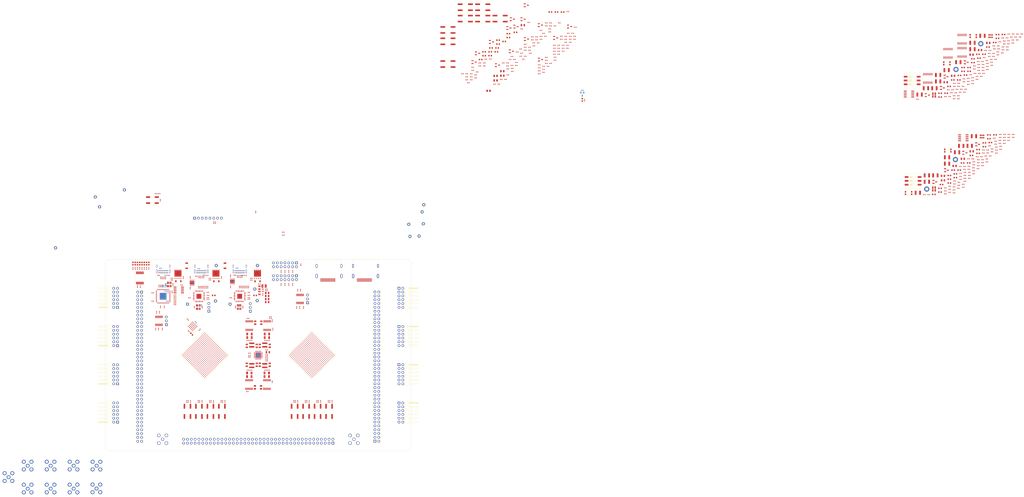
<source format=kicad_pcb>
(kicad_pcb (version 20211014) (generator pcbnew)
  (title_block (title "ArtixDuo PCB Layout") (date "2023-03-10") (rev "A") (comment 1 "Designed bu DragonEnjoyer :3"))
  (layers (0 "F.Cu" signal) (1 "In1.Cu" signal) (2 "In2.Cu" signal) (3 "In3.Cu" signal) (4 "In4.Cu" signal) (5 "In5.Cu" signal) (6 "In6.Cu" signal) (31 "B.Cu" signal) (34 "B.Paste" user) (35 "F.Paste" user) (36 "B.SilkS" user "B.Silkscreen") (37 "F.SilkS" user "F.Silkscreen") (38 "B.Mask" user) (39 "F.Mask" user) (44 "Edge.Cuts" user))
  (net 0 "")
  (net 1 "+5V")
  (net 2 "GND")
  (net 3 "+3.3VA")
  (net 4 "+3V3")
  (net 5 "+1V8")
  (net 6 "+1V2")
  (net 7 "+1V0")
  (net 8 "/TopSheet/SMC/RPi_1V1")
  (net 9 "/TopSheet/SMC/+3V3_RPi_AUX")
  (net 10 "/TopSheet/SMC/XI_RPi")
  (net 11 "/TopSheet/SMC/XO_RPi")
  (net 12 "Net-(C19-Pad1)")
  (net 13 "/TopSheet/SMC/RPi_SW1_R")
  (net 14 "/TopSheet/PMU/+3V3_ISNS")
  (net 15 "Net-(C34-Pad1)")
  (net 16 "Net-(C35-Pad1)")
  (net 17 "/TopSheet/FPGA_1/FPGA_1_GTP_CLK_C_N")
  (net 18 "/TopSheet/FPGA_1/FPGA_1_GTP_CLK_N")
  (net 19 "/TopSheet/FPGA_1/FPGA_1_VREF_P")
  (net 20 "/TopSheet/FPGA_1/FPGA_1_VREF_N")
  (net 21 "/TopSheet/FPGA_1/FPGA_1_AIN_P")
  (net 22 "/TopSheet/FPGA_1/FPGA_1_AIN_N")
  (net 23 "Net-(C160-Pad1)")
  (net 24 "/TopSheet/UserIO/FPGA_1_SW0_R")
  (net 25 "/TopSheet/UserIO/FPGA_1_SW1_R")
  (net 26 "/TopSheet/UserIO/FPGA_1_SW2_R")
  (net 27 "/TopSheet/UserIO/DP_TX_C_LANE0_N")
  (net 28 "/TopSheet/FPGA_1/FPGA_1_DP_TXL0_N")
  (net 29 "/TopSheet/UserIO/DP_TX_C_LANE1_N")
  (net 30 "/TopSheet/FPGA_1/FPGA_1_DP_TXL1_N")
  (net 31 "/TopSheet/UserIO/DP_TX_C_LANE2_N")
  (net 32 "/TopSheet/FPGA_1/FPGA_1_DP_TXL2_N")
  (net 33 "/TopSheet/FPGA_1/FPGA_1_DP_TXL0_P")
  (net 34 "/TopSheet/UserIO/DP_TX_C_LANE0_P")
  (net 35 "/TopSheet/FPGA_1/FPGA_1_DP_TXL1_P")
  (net 36 "/TopSheet/UserIO/DP_TX_C_LANE1_P")
  (net 37 "/TopSheet/FPGA_1/FPGA_1_DP_TXL2_P")
  (net 38 "/TopSheet/UserIO/DP_TX_C_LANE2_P")
  (net 39 "/TopSheet/UserIO/FPGA_1_SW3_R")
  (net 40 "/TopSheet/UserIO/FPGA_1_SW4_R")
  (net 41 "/TopSheet/UserIO/FPGA_1_SW5_R")
  (net 42 "/TopSheet/UserIO/FPGA_1_SW6_R")
  (net 43 "/TopSheet/UserIO/FPGA_1_SW7_R")
  (net 44 "Net-(C177-Pad1)")
  (net 45 "/TopSheet/FPGA_1/FPGA_1_DP_RXL3_P")
  (net 46 "/TopSheet/UserIO/DP_TX_C_LANE3_P")
  (net 47 "/TopSheet/FPGA_1/FPGA_1_DP_TX_AUX_P")
  (net 48 "/TopSheet/UserIO/DP_TX_C_AUX_P")
  (net 49 "/TopSheet/UserIO/DP_TX_C_LANE3_N")
  (net 50 "/TopSheet/FPGA_1/FPGA_1_DP_TXL3_N")
  (net 51 "/TopSheet/UserIO/DP_TX_C_AUX_N")
  (net 52 "/TopSheet/FPGA_1/FPGA_1_DP_TX_AUX_N")
  (net 53 "/TopSheet/UserIO/DP_TX_PWR")
  (net 54 "/TopSheet/UserIO/FPGA_0_SW0_R")
  (net 55 "/TopSheet/UserIO/FPGA_0_SW1_R")
  (net 56 "/TopSheet/UserIO/FPGA_0_SW2_R")
  (net 57 "/TopSheet/UserIO/FPGA_0_SW3_R")
  (net 58 "/TopSheet/UserIO/FPGA_0_SW4_R")
  (net 59 "/TopSheet/UserIO/FPGA_0_SW5_R")
  (net 60 "/TopSheet/UserIO/FPGA_0_SW6_R")
  (net 61 "/TopSheet/UserIO/FPGA_0_SW7_R")
  (net 62 "Net-(C197-Pad1)")
  (net 63 "/TopSheet/FPGA_1/FPGA_1_DP_RX_AUX_P")
  (net 64 "/TopSheet/UserIO/DP_RX_C_AUX_P")
  (net 65 "/TopSheet/UserIO/DP_RX_C_AUX_N")
  (net 66 "/TopSheet/FPGA_1/FPGA_1_DP_RX_AUX_N")
  (net 67 "/TopSheet/UserIO/DP_RX_PWR")
  (net 68 "/TopSheet/FPGA_1/FPGA_1_GTP_CLK_C_P")
  (net 69 "/TopSheet/FPGA_1/FPGA_1_GTP_CLK_P")
  (net 70 "/TopSheet/USB_UART_JTAG/+3V3_VCCIO")
  (net 71 "Net-(C225-Pad2)")
  (net 72 "Net-(C226-Pad2)")
  (net 73 "/TopSheet/USB_UART_JTAG/FT_VCORE")
  (net 74 "Net-(C228-Pad1)")
  (net 75 "Net-(C229-Pad1)")
  (net 76 "/TopSheet/FPGA_0/FPGA_0_GTP_CLK0_C_P")
  (net 77 "/TopSheet/FPGA_0/FPGA_0_GTP_CLK0_P")
  (net 78 "/TopSheet/FPGA_0/FPGA_0_GTP_CLK0_C_N")
  (net 79 "/TopSheet/FPGA_0/FPGA_0_GTP_CLK0_N")
  (net 80 "/TopSheet/FPGA_0/FPGA_0_VREF_P")
  (net 81 "/TopSheet/FPGA_0/FPGA_0_VREF_N")
  (net 82 "/TopSheet/FPGA_0/FPGA_0_AIN_P")
  (net 83 "/TopSheet/FPGA_0/FPGA_0_AIN_N")
  (net 84 "Net-(C345-Pad1)")
  (net 85 "Net-(C351-Pad2)")
  (net 86 "Net-(D1-Pad2)")
  (net 87 "/TopSheet/SMC/VBUS_AUX_RPI")
  (net 88 "/TopSheet/SMC/USB_D_RPI_P")
  (net 89 "/TopSheet/SMC/USB_D_RPI_N")
  (net 90 "Net-(D10-Pad1)")
  (net 91 "Net-(D10-Pad2)")
  (net 92 "Net-(D11-Pad1)")
  (net 93 "Net-(D11-Pad2)")
  (net 94 "Net-(D12-Pad1)")
  (net 95 "Net-(D12-Pad2)")
  (net 96 "Net-(D13-Pad1)")
  (net 97 "Net-(D13-Pad2)")
  (net 98 "Net-(D14-Pad1)")
  (net 99 "Net-(D14-Pad2)")
  (net 100 "Net-(D15-Pad1)")
  (net 101 "Net-(D15-Pad2)")
  (net 102 "Net-(D16-Pad1)")
  (net 103 "Net-(D16-Pad2)")
  (net 104 "Net-(D17-Pad1)")
  (net 105 "Net-(D17-Pad2)")
  (net 106 "Net-(D18-Pad1)")
  (net 107 "Net-(D18-Pad2)")
  (net 108 "Net-(D19-Pad1)")
  (net 109 "Net-(D19-Pad2)")
  (net 110 "Net-(D20-Pad1)")
  (net 111 "Net-(D20-Pad2)")
  (net 112 "Net-(D21-Pad1)")
  (net 113 "Net-(D21-Pad2)")
  (net 114 "Net-(D22-Pad1)")
  (net 115 "Net-(D22-Pad2)")
  (net 116 "Net-(D23-Pad1)")
  (net 117 "Net-(D23-Pad2)")
  (net 118 "Net-(D24-Pad1)")
  (net 119 "Net-(D24-Pad2)")
  (net 120 "Net-(D25-Pad1)")
  (net 121 "Net-(D25-Pad2)")
  (net 122 "Net-(D26-Pad1)")
  (net 123 "Net-(D26-Pad2)")
  (net 124 "Net-(D27-Pad1)")
  (net 125 "Net-(D27-Pad2)")
  (net 126 "/TopSheet/USB_UART_JTAG/VBUS_AUX_PROG")
  (net 127 "Net-(D29-Pad2)")
  (net 128 "Net-(D30-Pad2)")
  (net 129 "Net-(D31-Pad2)")
  (net 130 "Net-(D32-Pad2)")
  (net 131 "Net-(D33-Pad2)")
  (net 132 "Net-(D34-Pad2)")
  (net 133 "Net-(D35-Pad2)")
  (net 134 "Net-(D36-Pad2)")
  (net 135 "/TopSheet/USB_UART_JTAG/USB_D_PROG_P")
  (net 136 "/TopSheet/USB_UART_JTAG/USB_D_PROG_N")
  (net 137 "Net-(D40-Pad1)")
  (net 138 "Net-(D40-Pad2)")
  (net 139 "Net-(D41-Pad1)")
  (net 140 "Net-(D41-Pad2)")
  (net 141 "Net-(J1-Pad1)")
  (net 142 "Net-(J1-Pad3)")
  (net 143 "Net-(J2-PadA5)")
  (net 144 "/TopSheet/SMC/USB_D_RPI_R_P")
  (net 145 "/TopSheet/SMC/USB_D_RPI_R_N")
  (net 147 "Net-(J2-PadB5)")
  (net 149 "Net-(J2-PadS1)")
  (net 150 "/TopSheet/SMC/DISP_DATA")
  (net 151 "/TopSheet/SMC/DISP_CLK")
  (net 152 "/TopSheet/SMC/DISP_DC{slash}A0")
  (net 153 "/TopSheet/SMC/DISP_RST")
  (net 154 "/TopSheet/SMC/DISP_CS")
  (net 155 "/TopSheet/SMC/DISP_3V3")
  (net 156 "/TopSheet/SMC/DISP_VIN")
  (net 157 "/TopSheet/FPGA_1/FPGA_1_USER_IO0")
  (net 158 "/TopSheet/FPGA_1/FPGA_1_USER_IO1")
  (net 159 "/TopSheet/FPGA_1/FPGA_1_USER_IO2")
  (net 160 "/TopSheet/FPGA_1/FPGA_1_USER_IO3")
  (net 161 "/TopSheet/FPGA_1/FPGA_1_USER_IO4")
  (net 162 "/TopSheet/FPGA_1/FPGA_1_USER_IO5")
  (net 163 "/TopSheet/FPGA_1/FPGA_1_USER_IO6")
  (net 164 "/TopSheet/FPGA_1/FPGA_1_USER_IO7")
  (net 165 "/TopSheet/FPGA_1/FPGA_1_USER_IO8")
  (net 166 "/TopSheet/FPGA_1/FPGA_1_USER_IO9")
  (net 167 "/TopSheet/FPGA_1/FPGA_1_USER_IO10")
  (net 168 "/TopSheet/FPGA_1/FPGA_1_USER_IO11")
  (net 169 "/TopSheet/FPGA_1/FPGA_1_USER_IO12")
  (net 170 "/TopSheet/FPGA_1/FPGA_1_USER_IO13")
  (net 171 "/TopSheet/FPGA_1/FPGA_1_USER_IO14")
  (net 172 "/TopSheet/FPGA_1/FPGA_1_USER_IO15")
  (net 173 "/TopSheet/FPGA_1/FPGA_1_USER_IO16")
  (net 174 "/TopSheet/FPGA_1/FPGA_1_USER_IO17")
  (net 175 "/TopSheet/FPGA_1/FPGA_1_USER_IO18")
  (net 176 "/TopSheet/FPGA_1/FPGA_1_USER_IO19")
  (net 177 "/TopSheet/FPGA_1/FPGA_1_USER_IO20")
  (net 178 "/TopSheet/FPGA_1/FPGA_1_USER_IO21")
  (net 179 "/TopSheet/FPGA_1/FPGA_1_USER_IO22")
  (net 180 "/TopSheet/FPGA_1/FPGA_1_USER_IO23")
  (net 181 "/TopSheet/FPGA_1/FPGA_1_USER_IO24")
  (net 182 "/TopSheet/FPGA_1/FPGA_1_USER_IO25")
  (net 183 "/TopSheet/FPGA_1/FPGA_1_USER_IO26")
  (net 184 "/TopSheet/FPGA_1/FPGA_1_USER_IO27")
  (net 185 "/TopSheet/FPGA_1/FPGA_1_USER_IO28")
  (net 186 "/TopSheet/FPGA_1/FPGA_1_USER_IO29")
  (net 187 "/TopSheet/FPGA_1/FPGA_1_USER_IO30")
  (net 188 "/TopSheet/FPGA_1/FPGA_1_USER_IO31")
  (net 189 "/TopSheet/FPGA_1/FPGA_1_USER_IO32")
  (net 190 "/TopSheet/FPGA_1/FPGA_1_USER_IO33")
  (net 191 "/TopSheet/FPGA_1/FPGA_1_USER_IO34")
  (net 192 "/TopSheet/FPGA_1/FPGA_1_USER_IO35")
  (net 193 "/TopSheet/UserIO/DP_TX_C_HPD")
  (net 194 "/TopSheet/UserIO/DP_TX_CFG1")
  (net 195 "/TopSheet/UserIO/DP_TX_CFG2")
  (net 196 "/TopSheet/FPGA_1/FPGA_1_USER_IO36")
  (net 197 "/TopSheet/FPGA_1/FPGA_1_USER_IO37")
  (net 198 "/TopSheet/FPGA_1/FPGA_1_USER_IO38")
  (net 199 "/TopSheet/FPGA_1/FPGA_1_USER_IO39")
  (net 200 "/TopSheet/FPGA_1/FPGA_1_USER_IO40")
  (net 201 "/TopSheet/FPGA_1/FPGA_1_USER_IO41")
  (net 202 "/TopSheet/FPGA_1/FPGA_1_USER_IO42")
  (net 203 "/TopSheet/FPGA_1/FPGA_1_USER_IO43")
  (net 204 "/TopSheet/FPGA_1/FPGA_1_USER_IO44")
  (net 205 "/TopSheet/FPGA_1/FPGA_1_USER_IO45")
  (net 206 "/TopSheet/FPGA_1/FPGA_1_USER_IO46")
  (net 207 "/TopSheet/FPGA_1/FPGA_1_USER_IO47")
  (net 208 "/TopSheet/FPGA_1/FPGA_1_USER_IO48")
  (net 209 "/TopSheet/FPGA_1/FPGA_1_USER_IO49")
  (net 210 "/TopSheet/FPGA_0/FPGA_0_USER_IO0")
  (net 211 "/TopSheet/FPGA_0/FPGA_0_USER_IO1")
  (net 212 "/TopSheet/FPGA_0/FPGA_0_USER_IO2")
  (net 213 "/TopSheet/FPGA_0/FPGA_0_USER_IO3")
  (net 214 "/TopSheet/FPGA_0/FPGA_0_USER_IO4")
  (net 215 "/TopSheet/FPGA_0/FPGA_0_USER_IO5")
  (net 216 "/TopSheet/FPGA_0/FPGA_0_USER_IO6")
  (net 217 "/TopSheet/FPGA_0/FPGA_0_USER_IO7")
  (net 218 "/TopSheet/FPGA_0/FPGA_0_USER_IO8")
  (net 219 "/TopSheet/FPGA_0/FPGA_0_USER_IO9")
  (net 220 "/TopSheet/FPGA_0/FPGA_0_USER_IO10")
  (net 221 "/TopSheet/FPGA_0/FPGA_0_USER_IO11")
  (net 222 "/TopSheet/FPGA_0/FPGA_0_USER_IO12")
  (net 223 "/TopSheet/FPGA_0/FPGA_0_USER_IO13")
  (net 224 "/TopSheet/FPGA_0/FPGA_0_USER_IO14")
  (net 225 "/TopSheet/FPGA_0/FPGA_0_USER_IO15")
  (net 226 "/TopSheet/FPGA_0/FPGA_0_USER_IO16")
  (net 227 "/TopSheet/FPGA_0/FPGA_0_USER_IO17")
  (net 228 "/TopSheet/FPGA_0/FPGA_0_USER_IO18")
  (net 229 "/TopSheet/FPGA_0/FPGA_0_USER_IO19")
  (net 230 "/TopSheet/FPGA_0/FPGA_0_USER_IO20")
  (net 231 "/TopSheet/FPGA_0/FPGA_0_USER_IO21")
  (net 232 "/TopSheet/FPGA_0/FPGA_0_USER_IO22")
  (net 233 "/TopSheet/FPGA_0/FPGA_0_USER_IO23")
  (net 234 "/TopSheet/FPGA_0/FPGA_0_USER_IO24")
  (net 235 "/TopSheet/FPGA_0/FPGA_0_USER_IO25")
  (net 236 "/TopSheet/FPGA_0/FPGA_0_USER_IO26")
  (net 237 "/TopSheet/FPGA_0/FPGA_0_USER_IO27")
  (net 238 "/TopSheet/FPGA_0/FPGA_0_USER_IO28")
  (net 239 "/TopSheet/FPGA_0/FPGA_0_USER_IO29")
  (net 240 "/TopSheet/FPGA_0/FPGA_0_USER_IO30")
  (net 241 "/TopSheet/FPGA_0/FPGA_0_USER_IO31")
  (net 242 "/TopSheet/FPGA_0/FPGA_0_USER_IO32")
  (net 243 "/TopSheet/FPGA_0/FPGA_0_USER_IO33")
  (net 244 "/TopSheet/FPGA_0/FPGA_0_USER_IO34")
  (net 245 "/TopSheet/FPGA_0/FPGA_0_USER_IO35")
  (net 246 "/TopSheet/FPGA_0/FPGA_0_USER_IO36")
  (net 247 "/TopSheet/FPGA_0/FPGA_0_USER_IO37")
  (net 248 "/TopSheet/FPGA_0/FPGA_0_USER_IO38")
  (net 249 "/TopSheet/FPGA_0/FPGA_0_USER_IO39")
  (net 250 "/TopSheet/FPGA_0/FPGA_0_USER_IO40")
  (net 251 "/TopSheet/FPGA_0/FPGA_0_USER_IO41")
  (net 252 "/TopSheet/FPGA_0/FPGA_0_USER_IO42")
  (net 253 "/TopSheet/FPGA_0/FPGA_0_USER_IO43")
  (net 254 "/TopSheet/FPGA_0/FPGA_0_USER_IO44")
  (net 255 "/TopSheet/FPGA_0/FPGA_0_USER_IO45")
  (net 256 "/TopSheet/FPGA_0/FPGA_0_USER_IO46")
  (net 257 "/TopSheet/FPGA_0/FPGA_0_USER_IO47")
  (net 258 "/TopSheet/FPGA_0/FPGA_0_USER_IO48")
  (net 259 "/TopSheet/FPGA_0/FPGA_0_USER_IO49")
  (net 260 "/TopSheet/UserIO/DP_RX_C_HPD")
  (net 261 "/TopSheet/FPGA_1/FPGA_1_DP_TXL3_P")
  (net 262 "/TopSheet/FPGA_1/FPGA_1_DP_RXL2_P")
  (net 263 "/TopSheet/FPGA_1/FPGA_1_DP_RXL1_P")
  (net 264 "/TopSheet/UserIO/DP_RX_CFG1")
  (net 265 "/TopSheet/FPGA_1/FPGA_1_DP_RXL0_N")
  (net 266 "/TopSheet/FPGA_1/FPGA_1_DP_RXL3_N")
  (net 267 "/TopSheet/UserIO/DP_RX_CFG2")
  (net 268 "/TopSheet/FPGA_1/FPGA_1_DP_RXL2_N")
  (net 269 "/TopSheet/FPGA_1/FPGA_1_DP_RXL0_P")
  (net 270 "/TopSheet/FPGA_1/FPGA_1_DP_RXL1_N")
  (net 271 "/TopSheet/UserIO/FPGA_0_RC_TX0_P")
  (net 272 "/TopSheet/UserIO/FPGA_0_RC_TX0_N")
  (net 273 "/TopSheet/UserIO/FPGA_0_RC_TX1_P")
  (net 274 "/TopSheet/UserIO/FPGA_0_RC_TX1_N")
  (net 275 "/TopSheet/UserIO/FPGA_0_RC_TX2_P")
  (net 276 "/TopSheet/UserIO/FPGA_0_RC_TX2_N")
  (net 277 "/TopSheet/UserIO/FPGA_0_RC_TX3_P")
  (net 278 "/TopSheet/UserIO/FPGA_0_RC_TX3_N")
  (net 279 "/TopSheet/UserIO/FPGA_0_RC_CLK1_P")
  (net 280 "/TopSheet/UserIO/FPGA_0_RC_CLK1_N")
  (net 281 "/TopSheet/UserIO/FPGA_0_RC_RX0_P")
  (net 282 "/TopSheet/UserIO/FPGA_0_RC_RX0_N")
  (net 283 "/TopSheet/UserIO/FPGA_0_RC_RX1_P")
  (net 284 "/TopSheet/UserIO/FPGA_0_RC_RX1_N")
  (net 285 "/TopSheet/UserIO/FPGA_0_RC_RX2_P")
  (net 286 "/TopSheet/UserIO/FPGA_0_RC_RX2_N")
  (net 287 "/TopSheet/UserIO/FPGA_0_RC_RX3_P")
  (net 288 "/TopSheet/UserIO/FPGA_0_RC_RX3_N")
  (net 289 "/TopSheet/FPGA_1/FPGA_1_PMOD0_IO7")
  (net 290 "/TopSheet/FPGA_1/FPGA_1_PMOD0_IO3")
  (net 291 "/TopSheet/FPGA_1/FPGA_1_PMOD0_IO6")
  (net 292 "/TopSheet/FPGA_1/FPGA_1_PMOD0_IO2")
  (net 293 "/TopSheet/FPGA_1/FPGA_1_PMOD0_IO5")
  (net 294 "/TopSheet/FPGA_1/FPGA_1_PMOD0_IO1")
  (net 295 "/TopSheet/FPGA_1/FPGA_1_PMOD0_IO4")
  (net 296 "/TopSheet/FPGA_1/FPGA_1_PMOD0_IO0")
  (net 297 "/TopSheet/FPGA_1/FPGA_1_PMOD1_IO7")
  (net 298 "/TopSheet/FPGA_1/FPGA_1_PMOD1_IO3")
  (net 299 "/TopSheet/FPGA_1/FPGA_1_PMOD1_IO6")
  (net 300 "/TopSheet/FPGA_1/FPGA_1_PMOD1_IO2")
  (net 301 "/TopSheet/FPGA_1/FPGA_1_PMOD1_IO5")
  (net 302 "/TopSheet/FPGA_1/FPGA_1_PMOD1_IO1")
  (net 303 "/TopSheet/FPGA_1/FPGA_1_PMOD1_IO4")
  (net 304 "/TopSheet/FPGA_1/FPGA_1_PMOD1_IO0")
  (net 305 "/TopSheet/FPGA_1/FPGA_1_PMOD2_IO7")
  (net 306 "/TopSheet/FPGA_1/FPGA_1_PMOD2_IO3")
  (net 307 "/TopSheet/FPGA_1/FPGA_1_PMOD2_IO6")
  (net 308 "/TopSheet/FPGA_1/FPGA_1_PMOD2_IO2")
  (net 309 "/TopSheet/FPGA_1/FPGA_1_PMOD2_IO5")
  (net 310 "/TopSheet/FPGA_1/FPGA_1_PMOD2_IO1")
  (net 311 "/TopSheet/FPGA_1/FPGA_1_PMOD2_IO4")
  (net 312 "/TopSheet/FPGA_1/FPGA_1_PMOD2_IO0")
  (net 313 "/TopSheet/FPGA_1/FPGA_1_PMOD3_IO7")
  (net 314 "/TopSheet/FPGA_1/FPGA_1_PMOD3_IO3")
  (net 315 "/TopSheet/FPGA_1/FPGA_1_PMOD3_IO6")
  (net 316 "/TopSheet/FPGA_1/FPGA_1_PMOD3_IO2")
  (net 317 "/TopSheet/FPGA_1/FPGA_1_PMOD3_IO5")
  (net 318 "/TopSheet/FPGA_1/FPGA_1_PMOD3_IO1")
  (net 319 "/TopSheet/FPGA_1/FPGA_1_PMOD3_IO4")
  (net 320 "/TopSheet/FPGA_1/FPGA_1_PMOD3_IO0")
  (net 321 "/TopSheet/FPGA_0/FPGA_0_PMOD0_IO7")
  (net 322 "/TopSheet/FPGA_0/FPGA_0_PMOD0_IO3")
  (net 323 "/TopSheet/FPGA_0/FPGA_0_PMOD0_IO6")
  (net 324 "/TopSheet/FPGA_0/FPGA_0_PMOD0_IO2")
  (net 325 "/TopSheet/FPGA_0/FPGA_0_PMOD0_IO5")
  (net 326 "/TopSheet/FPGA_0/FPGA_0_PMOD0_IO1")
  (net 327 "/TopSheet/FPGA_0/FPGA_0_PMOD0_IO4")
  (net 328 "/TopSheet/FPGA_0/FPGA_0_PMOD0_IO0")
  (net 329 "/TopSheet/FPGA_0/FPGA_0_PMOD1_IO7")
  (net 330 "/TopSheet/FPGA_0/FPGA_0_PMOD1_IO3")
  (net 331 "/TopSheet/FPGA_0/FPGA_0_PMOD1_IO6")
  (net 332 "/TopSheet/FPGA_0/FPGA_0_PMOD1_IO2")
  (net 333 "/TopSheet/FPGA_0/FPGA_0_PMOD1_IO5")
  (net 334 "/TopSheet/FPGA_0/FPGA_0_PMOD1_IO1")
  (net 335 "/TopSheet/FPGA_0/FPGA_0_PMOD1_IO4")
  (net 336 "/TopSheet/FPGA_0/FPGA_0_PMOD1_IO0")
  (net 337 "/TopSheet/FPGA_0/FPGA_0_PMOD3_IO7")
  (net 338 "/TopSheet/FPGA_0/FPGA_0_PMOD3_IO3")
  (net 339 "/TopSheet/FPGA_0/FPGA_0_PMOD3_IO6")
  (net 340 "/TopSheet/FPGA_0/FPGA_0_PMOD3_IO2")
  (net 341 "/TopSheet/FPGA_0/FPGA_0_PMOD3_IO5")
  (net 342 "/TopSheet/FPGA_0/FPGA_0_PMOD3_IO1")
  (net 343 "/TopSheet/FPGA_0/FPGA_0_PMOD3_IO4")
  (net 344 "/TopSheet/FPGA_0/FPGA_0_PMOD3_IO0")
  (net 345 "Net-(J27-PadA5)")
  (net 346 "/TopSheet/USB_UART_JTAG/USB_D_PROG_R_P")
  (net 347 "/TopSheet/USB_UART_JTAG/USB_D_PROG_R_N")
  (net 349 "Net-(J27-PadB5)")
  (net 351 "Net-(J27-PadS1)")
  (net 352 "/TopSheet/USB_UART_JTAG/JTAG_H_CH0_TCK")
  (net 353 "/TopSheet/USB_UART_JTAG/JTAG_H_CH0_TDI")
  (net 354 "/TopSheet/USB_UART_JTAG/JTAG_H_CH0_TDO")
  (net 355 "/TopSheet/USB_UART_JTAG/JTAG_H_CH0_TMS")
  (net 356 "Net-(J29-Pad2)")
  (net 357 "Net-(J30-Pad2)")
  (net 358 "/TopSheet/USB_UART_JTAG/JTAG_H_CH1_TCK")
  (net 359 "/TopSheet/USB_UART_JTAG/JTAG_H_CH1_TDI")
  (net 360 "/TopSheet/USB_UART_JTAG/JTAG_H_CH1_TDO")
  (net 361 "/TopSheet/USB_UART_JTAG/JTAG_H_CH1_TMS")
  (net 362 "/TopSheet/FPGA_0/FPGA_0_PMOD2_IO7")
  (net 363 "/TopSheet/FPGA_0/FPGA_0_PMOD2_IO3")
  (net 364 "/TopSheet/FPGA_0/FPGA_0_PMOD2_IO6")
  (net 365 "/TopSheet/FPGA_0/FPGA_0_PMOD2_IO2")
  (net 366 "/TopSheet/FPGA_0/FPGA_0_PMOD2_IO5")
  (net 367 "/TopSheet/FPGA_0/FPGA_0_PMOD2_IO1")
  (net 368 "/TopSheet/FPGA_0/FPGA_0_PMOD2_IO4")
  (net 369 "/TopSheet/FPGA_0/FPGA_0_PMOD2_IO0")
  (net 370 "Net-(L1-Pad2)")
  (net 371 "Net-(L2-Pad2)")
  (net 372 "Net-(L3-Pad1)")
  (net 373 "Net-(L4-Pad1)")
  (net 374 "Net-(L9-Pad1)")
  (net 375 "/TopSheet/FPGA_1/FPGA_1_INITB")
  (net 376 "/TopSheet/FPGA_1/FPGA_1_DONE")
  (net 377 "/TopSheet/FPGA_1/FPGA_1_LED0")
  (net 378 "/TopSheet/FPGA_1/FPGA_1_LED4")
  (net 379 "/TopSheet/FPGA_1/FPGA_1_LED1")
  (net 380 "/TopSheet/FPGA_1/FPGA_1_LED5")
  (net 381 "/TopSheet/FPGA_1/FPGA_1_LED2")
  (net 382 "/TopSheet/FPGA_1/FPGA_1_LED6")
  (net 383 "/TopSheet/FPGA_1/FPGA_1_LED3")
  (net 384 "/TopSheet/FPGA_1/FPGA_1_LED7")
  (net 385 "/TopSheet/FPGA_0/FPGA_0_LED0")
  (net 386 "/TopSheet/FPGA_0/FPGA_0_LED4")
  (net 387 "/TopSheet/FPGA_0/FPGA_0_LED1")
  (net 388 "/TopSheet/FPGA_0/FPGA_0_LED5")
  (net 389 "/TopSheet/FPGA_0/FPGA_0_LED2")
  (net 390 "/TopSheet/FPGA_0/FPGA_0_LED6")
  (net 391 "/TopSheet/FPGA_0/FPGA_0_LED3")
  (net 392 "/TopSheet/FPGA_0/FPGA_0_LED7")
  (net 393 "/TopSheet/FPGA_0/FPGA_0_INITB")
  (net 394 "/TopSheet/FPGA_0/FPGA_0_DONE")
  (net 395 "/TopSheet/SMC/QSPI_CS")
  (net 396 "Net-(R2-Pad2)")
  (net 397 "Net-(R3-Pad1)")
  (net 398 "/TopSheet/SMC/RPi_ADC_REF")
  (net 399 "/TopSheet/SMC/RPi_SW1")
  (net 400 "/TopSheet/RP2040 MCU/RPi2_1V1")
  (net 401 "/TopSheet/RP2040 MCU/+3V3_RPi2_AUX")
  (net 402 "/TopSheet/RP2040 MCU/XI_RPi2")
  (net 403 "/TopSheet/RP2040 MCU/XO_RPi2")
  (net 404 "/TopSheet/PMU/SMC_PMU_I2C_SDA")
  (net 405 "/TopSheet/PMU/SMC_PMU_I2C_SCL")
  (net 406 "Net-(R31-Pad2)")
  (net 407 "Net-(R33-Pad2)")
  (net 408 "/TopSheet/PMU/PMU_CH1_EN")
  (net 409 "/TopSheet/PMU/PMU_CH2_EN")
  (net 410 "/TopSheet/PMU/PMU_CH3_EN")
  (net 411 "/TopSheet/PMU/PMU_CH4_EN")
  (net 412 "/TopSheet/PMU/PMU_PGOOD")
  (net 413 "/TopSheet/PMU/PMU_MODE")
  (net 414 "Net-(R43-Pad1)")
  (net 415 "Net-(R45-Pad2)")
  (net 416 "Net-(R47-Pad2)")
  (net 417 "/TopSheet/FPGA_0/FPGA_0_PSRAM_RESET")
  (net 418 "Net-(R50-Pad2)")
  (net 419 "/TopSheet/FPGA_1/FPGA_1_SYSCLK_N")
  (net 420 "/TopSheet/FPGA_1/FPGA_1_SYSCLK_P")
  (net 421 "Net-(R52-Pad1)")
  (net 422 "/TopSheet/FPGA_1/FPGA_1_FCS_B")
  (net 423 "/TopSheet/FPGA_1/FPGA_1_M0")
  (net 424 "/TopSheet/FPGA_1/FPGA_1_M1")
  (net 425 "/TopSheet/FPGA_1/FPGA_1_M2")
  (net 426 "/TopSheet/FPGA_1/FPGA_1_CFGBVS")
  (net 427 "/TopSheet/FPGA_1/FPGA_1_PROGB")
  (net 428 "/TopSheet/FPGA_1/FPGA_1_PUDC_B")
  (net 429 "/TopSheet/FPGA_0/FPGA_0_SW0")
  (net 430 "/TopSheet/FPGA_0/FPGA_0_SW1")
  (net 431 "/TopSheet/FPGA_0/FPGA_0_SW2")
  (net 432 "/TopSheet/FPGA_0/FPGA_0_SW3")
  (net 433 "/TopSheet/FPGA_0/FPGA_0_SW4")
  (net 434 "/TopSheet/FPGA_0/FPGA_0_SW5")
  (net 435 "/TopSheet/FPGA_0/FPGA_0_SW6")
  (net 436 "/TopSheet/FPGA_0/FPGA_0_SW7")
  (net 437 "/TopSheet/FPGA_1/FPGA_1_DP_TX_HPD")
  (net 438 "/TopSheet/FPGA_1/FPGA_1_SW0")
  (net 439 "/TopSheet/FPGA_1/FPGA_1_SW1")
  (net 440 "/TopSheet/FPGA_1/FPGA_1_SW2")
  (net 441 "/TopSheet/FPGA_1/FPGA_1_SW3")
  (net 442 "/TopSheet/FPGA_1/FPGA_1_SW4")
  (net 443 "/TopSheet/FPGA_1/FPGA_1_SW5")
  (net 444 "/TopSheet/FPGA_1/FPGA_1_SW6")
  (net 445 "/TopSheet/FPGA_1/FPGA_1_SW7")
  (net 446 "/TopSheet/FPGA_1/FPGA_1_DP_RX_HPD")
  (net 447 "/TopSheet/FPGA_0/FPGA_0_TXL0_P")
  (net 448 "/TopSheet/FPGA_0/FPGA_0_TXL1_P")
  (net 449 "/TopSheet/FPGA_0/FPGA_0_TXL2_P")
  (net 450 "/TopSheet/FPGA_0/FPGA_0_TXL3_P")
  (net 451 "/TopSheet/FPGA_0/FPGA_0_GTP_CLK1_P")
  (net 452 "/TopSheet/FPGA_0/FPGA_0_RXL0_P")
  (net 453 "/TopSheet/FPGA_0/FPGA_0_RXL1_P")
  (net 454 "/TopSheet/FPGA_0/FPGA_0_RXL2_P")
  (net 455 "/TopSheet/FPGA_0/FPGA_0_RXL3_P")
  (net 456 "Net-(R153-Pad2)")
  (net 457 "Net-(R154-Pad2)")
  (net 458 "Net-(R155-Pad2)")
  (net 459 "Net-(R156-Pad2)")
  (net 460 "Net-(R157-Pad2)")
  (net 461 "Net-(R158-Pad2)")
  (net 462 "Net-(R159-Pad2)")
  (net 463 "Net-(R160-Pad2)")
  (net 464 "/TopSheet/USB_UART_JTAG/EEPROM_DO")
  (net 465 "/TopSheet/USB_UART_JTAG/EEPROM_DI")
  (net 466 "/TopSheet/USB_UART_JTAG/EEPROM_SCLK")
  (net 467 "/TopSheet/USB_UART_JTAG/FT_PWREN")
  (net 468 "Net-(R172-Pad1)")
  (net 469 "Net-(R176-Pad2)")
  (net 470 "/TopSheet/FPGA_0/FPGA_0_TCK")
  (net 471 "/TopSheet/FPGA_1/FPGA_1_TCK")
  (net 472 "/TopSheet/FPGA_0/FPGA_0_TDI")
  (net 473 "/TopSheet/FPGA_1/FPGA_1_TDI")
  (net 474 "/TopSheet/FPGA_0/FPGA_0_TDO")
  (net 475 "/TopSheet/FPGA_1/FPGA_1_TDO")
  (net 476 "/TopSheet/FPGA_0/FPGA_0_TMS")
  (net 477 "/TopSheet/FPGA_1/FPGA_1_TMS")
  (net 478 "Net-(R190-Pad2)")
  (net 479 "/TopSheet/FPGA_0/FPGA_0_SYSCLK_N")
  (net 480 "/TopSheet/FPGA_0/FPGA_0_SYSCLK_P")
  (net 481 "Net-(R192-Pad1)")
  (net 482 "/TopSheet/FPGA_0/FPGA_0_FCS_B")
  (net 483 "/TopSheet/FPGA_0/FPGA_0_M0")
  (net 484 "/TopSheet/FPGA_0/FPGA_0_M1")
  (net 485 "/TopSheet/FPGA_0/FPGA_0_M2")
  (net 486 "/TopSheet/FPGA_0/FPGA_0_CFGBVS")
  (net 487 "/TopSheet/FPGA_0/FPGA_0_PROGB")
  (net 488 "/TopSheet/FPGA_0/FPGA_0_PUDC_B")
  (net 489 "/TopSheet/FPGA_0/FPGA_0_TXL0_N")
  (net 490 "/TopSheet/FPGA_0/FPGA_0_TXL1_N")
  (net 491 "/TopSheet/FPGA_0/FPGA_0_TXL2_N")
  (net 492 "/TopSheet/FPGA_0/FPGA_0_TXL3_N")
  (net 493 "/TopSheet/FPGA_0/FPGA_0_GTP_CLK1_N")
  (net 494 "/TopSheet/FPGA_0/FPGA_0_RXL0_N")
  (net 495 "/TopSheet/FPGA_0/FPGA_0_RXL1_N")
  (net 496 "/TopSheet/FPGA_0/FPGA_0_RXL2_N")
  (net 497 "/TopSheet/FPGA_0/FPGA_0_RXL3_N")
  (net 498 "/TopSheet/FPGA_1/FPGA_1_SYSRST")
  (net 499 "/TopSheet/FPGA_0/FPGA_0_SYSRST")
  (net 500 "/TopSheet/FPGA_1/TSNS_FPGA1")
  (net 501 "/TopSheet/FPGA_0/TSNS_FPGA0")
  (net 502 "/TopSheet/SMC/QSPI_SD1")
  (net 503 "/TopSheet/SMC/QSPI_SD2")
  (net 504 "/TopSheet/SMC/QSPI_SD0")
  (net 505 "/TopSheet/SMC/QSPI_SCLK")
  (net 506 "/TopSheet/SMC/QSPI_SD3")
  (net 508 "/TopSheet/FPGA_1/FPGA_1_SPI_SMC_TX")
  (net 509 "/TopSheet/FPGA_1/FPGA_1_SPI_SMC_CS")
  (net 510 "/TopSheet/FPGA_1/FPGA_1_SPI_SMC_SCLK")
  (net 511 "/TopSheet/FPGA_1/FPGA_1_SPI_SMC_RX")
  (net 513 "/TopSheet/FPGA_0/FPGA_0_SPI_SMC_TX")
  (net 514 "/TopSheet/FPGA_0/FPGA_0_SPI_SMC_CS")
  (net 515 "/TopSheet/FPGA_0/FPGA_0_SPI_SMC_SCLK")
  (net 516 "/TopSheet/FPGA_0/FPGA_0_SPI_SMC_RX")
  (net 517 "/TopSheet/PMU/PMU_TEMP")
  (net 519 "/TopSheet/FPGA_0/FPGA_0_MCU_IO8")
  (net 520 "/TopSheet/FPGA_0/FPGA_0_MCU_IO7")
  (net 521 "/TopSheet/FPGA_0/FPGA_0_MCU_IO6")
  (net 522 "/TopSheet/FPGA_1/FPGA_1_MCU_IO0")
  (net 523 "/TopSheet/FPGA_1/FPGA_1_MCU_IO1")
  (net 524 "/TopSheet/FPGA_1/FPGA_1_MCU_IO2")
  (net 525 "/TopSheet/FPGA_1/FPGA_1_MCU_IO3")
  (net 526 "/TopSheet/FPGA_1/FPGA_1_MCU_IO4")
  (net 527 "/TopSheet/FPGA_1/FPGA_1_MCU_IO5")
  (net 528 "/TopSheet/FPGA_1/FPGA_1_MCU_IO6")
  (net 529 "/TopSheet/FPGA_1/FPGA_1_MCU_IO7")
  (net 530 "/TopSheet/FPGA_0/FPGA_0_MCU_IO5")
  (net 531 "/TopSheet/FPGA_0/FPGA_0_MCU_IO4")
  (net 532 "/TopSheet/FPGA_0/FPGA_0_MCU_IO3")
  (net 533 "/TopSheet/FPGA_0/FPGA_0_MCU_IO2")
  (net 534 "/TopSheet/FPGA_0/FPGA_0_MCU_IO1")
  (net 535 "/TopSheet/FPGA_0/FPGA_0_MCU_IO0")
  (net 536 "/TopSheet/FPGA_1/FPGA_1_MCU_IO8")
  (net 546 "/TopSheet/FPGA_0/FPGA_0_PSRAM_CS")
  (net 548 "/TopSheet/FPGA_0/FPGA_0_PSRAM_CLK_N")
  (net 549 "/TopSheet/FPGA_0/FPGA_0_PSRAM_CLK_P")
  (net 552 "/TopSheet/FPGA_0/FPGA_0_PSRAM_RWDS")
  (net 553 "/TopSheet/FPGA_0/FPGA_0_PSRAM_D2")
  (net 555 "/TopSheet/FPGA_0/FPGA_0_PSRAM_D1")
  (net 556 "/TopSheet/FPGA_0/FPGA_0_PSRAM_D0")
  (net 557 "/TopSheet/FPGA_0/FPGA_0_PSRAM_D3")
  (net 558 "/TopSheet/FPGA_0/FPGA_0_PSRAM_D4")
  (net 559 "/TopSheet/FPGA_0/FPGA_0_PSRAM_D7")
  (net 560 "/TopSheet/FPGA_0/FPGA_0_PSRAM_D6")
  (net 561 "/TopSheet/FPGA_0/FPGA_0_PSRAM_D5")
  (net 562 "/TopSheet/FPGA_0/FPGA_0_LINK_IO69")
  (net 563 "/TopSheet/FPGA_0/FPGA_0_LINK_IO70")
  (net 564 "/TopSheet/FPGA_0/FPGA_0_LINK_IO67")
  (net 565 "/TopSheet/FPGA_0/FPGA_0_LINK_IO68")
  (net 566 "/TopSheet/FPGA_0/FPGA_0_LINK_IO83")
  (net 567 "/TopSheet/FPGA_0/FPGA_0_LINK_IO84")
  (net 568 "/TopSheet/FPGA_0/FPGA_0_LINK_IO82")
  (net 569 "/TopSheet/FPGA_0/FPGA_0_LINK_IO92")
  (net 570 "/TopSheet/FPGA_0/FPGA_0_LINK_IO66")
  (net 571 "/TopSheet/FPGA_0/FPGA_0_LINK_IO63")
  (net 572 "/TopSheet/FPGA_0/FPGA_0_LINK_IO64")
  (net 573 "/TopSheet/FPGA_0/FPGA_0_LINK_IO71")
  (net 574 "/TopSheet/FPGA_0/FPGA_0_LINK_IO72")
  (net 575 "/TopSheet/FPGA_0/FPGA_0_LINK_IO81")
  (net 576 "/TopSheet/FPGA_0/FPGA_0_LINK_IO91")
  (net 577 "/TopSheet/FPGA_0/FPGA_0_LINK_IO90")
  (net 578 "/TopSheet/FPGA_0/FPGA_0_LINK_IO65")
  (net 579 "/TopSheet/FPGA_0/FPGA_0_LINK_IO55")
  (net 580 "/TopSheet/FPGA_0/FPGA_0_LINK_IO56")
  (net 581 "/TopSheet/FPGA_0/FPGA_0_LINK_IO74")
  (net 582 "/TopSheet/FPGA_0/FPGA_0_LINK_IO75")
  (net 583 "/TopSheet/FPGA_0/FPGA_0_LINK_IO76")
  (net 584 "/TopSheet/FPGA_0/FPGA_0_LINK_IO88")
  (net 585 "/TopSheet/FPGA_0/FPGA_0_LINK_IO89")
  (net 586 "/TopSheet/FPGA_0/FPGA_0_LINK_IO61")
  (net 587 "/TopSheet/FPGA_0/FPGA_0_LINK_IO62")
  (net 588 "/TopSheet/FPGA_0/FPGA_0_LINK_IO60")
  (net 589 "/TopSheet/FPGA_0/FPGA_0_LINK_IO73")
  (net 590 "/TopSheet/FPGA_0/FPGA_0_LINK_IO78")
  (net 591 "/TopSheet/FPGA_0/FPGA_0_LINK_IO87")
  (net 592 "/TopSheet/FPGA_0/FPGA_0_LINK_IO96")
  (net 593 "/TopSheet/FPGA_0/FPGA_0_LINK_IO94")
  (net 595 "/TopSheet/FPGA_0/FPGA_0_LINK_IO57")
  (net 596 "/TopSheet/FPGA_0/FPGA_0_LINK_IO58")
  (net 597 "/TopSheet/FPGA_0/FPGA_0_LINK_IO59")
  (net 598 "/TopSheet/FPGA_0/FPGA_0_LINK_IO54")
  (net 599 "/TopSheet/FPGA_0/FPGA_0_LINK_IO80")
  (net 600 "/TopSheet/FPGA_0/FPGA_0_LINK_IO77")
  (net 601 "/TopSheet/FPGA_0/FPGA_0_LINK_IO95")
  (net 602 "/TopSheet/FPGA_0/FPGA_0_LINK_IO93")
  (net 605 "/TopSheet/FPGA_0/FPGA_0_LINK_IO51")
  (net 606 "/TopSheet/FPGA_0/FPGA_0_LINK_IO52")
  (net 607 "/TopSheet/FPGA_0/FPGA_0_LINK_IO50")
  (net 608 "/TopSheet/FPGA_0/FPGA_0_LINK_IO53")
  (net 609 "/TopSheet/FPGA_0/FPGA_0_LINK_IO79")
  (net 610 "/TopSheet/FPGA_0/FPGA_0_LINK_IO85")
  (net 611 "/TopSheet/FPGA_0/FPGA_0_LINK_IO86")
  (net 612 "/TopSheet/FPGA_0/FPGA_0_LINK_IO99")
  (net 613 "/TopSheet/FPGA_0/FPGA_0_LINK_IO2")
  (net 614 "/TopSheet/FPGA_0/FPGA_0_LINK_IO3")
  (net 615 "/TopSheet/FPGA_0/FPGA_0_LINK_IO4")
  (net 616 "/TopSheet/FPGA_0/FPGA_0_LINK_IO7")
  (net 617 "/TopSheet/FPGA_0/FPGA_0_LINK_IO8")
  (net 618 "/TopSheet/FPGA_0/FPGA_0_LINK_IO16")
  (net 619 "/TopSheet/FPGA_0/FPGA_0_LINK_IO97")
  (net 620 "/TopSheet/FPGA_0/FPGA_0_LINK_IO98")
  (net 621 "/TopSheet/FPGA_0/FPGA_0_LINK_IO1")
  (net 622 "/TopSheet/FPGA_0/FPGA_0_LINK_IO6")
  (net 623 "/TopSheet/FPGA_0/FPGA_0_LINK_IO10")
  (net 624 "/TopSheet/FPGA_0/FPGA_0_LINK_IO11")
  (net 625 "/TopSheet/FPGA_0/FPGA_0_LINK_IO12")
  (net 626 "/TopSheet/FPGA_0/FPGA_0_LINK_IO24")
  (net 627 "/TopSheet/FPGA_0/FPGA_0_LINK_IO15")
  (net 628 "/TopSheet/FPGA_0/FPGA_0_LINK_IO14")
  (net 629 "/TopSheet/FPGA_0/FPGA_0_LINK_IO5")
  (net 630 "/TopSheet/FPGA_0/FPGA_0_LINK_IO9")
  (net 631 "/TopSheet/FPGA_0/FPGA_0_LINK_IO0")
  (net 632 "/TopSheet/FPGA_0/FPGA_0_LINK_IO42")
  (net 633 "/TopSheet/FPGA_0/FPGA_0_LINK_IO23")
  (net 634 "/TopSheet/FPGA_0/FPGA_0_LINK_IO21")
  (net 635 "/TopSheet/FPGA_0/FPGA_0_LINK_IO22")
  (net 636 "/TopSheet/FPGA_0/FPGA_0_LINK_IO13")
  (net 637 "/TopSheet/FPGA_0/FPGA_0_LINK_IO37")
  (net 638 "/TopSheet/FPGA_0/FPGA_0_LINK_IO38")
  (net 639 "/TopSheet/FPGA_0/FPGA_0_LINK_IO46")
  (net 640 "/TopSheet/FPGA_0/FPGA_0_LINK_IO41")
  (net 641 "/TopSheet/FPGA_0/FPGA_0_LINK_IO25")
  (net 642 "/TopSheet/FPGA_0/FPGA_0_LINK_IO26")
  (net 643 "/TopSheet/FPGA_0/FPGA_0_LINK_IO17")
  (net 644 "/TopSheet/FPGA_0/FPGA_0_LINK_IO18")
  (net 646 "/TopSheet/FPGA_1/FPGA_1_CCLK")
  (net 647 "/TopSheet/FPGA_0/FPGA_0_LINK_IO40")
  (net 648 "/TopSheet/FPGA_0/FPGA_0_LINK_IO43")
  (net 649 "/TopSheet/FPGA_0/FPGA_0_LINK_IO44")
  (net 650 "/TopSheet/FPGA_0/FPGA_0_LINK_IO45")
  (net 651 "/TopSheet/FPGA_0/FPGA_0_LINK_IO32")
  (net 652 "/TopSheet/FPGA_0/FPGA_0_LINK_IO27")
  (net 653 "/TopSheet/FPGA_0/FPGA_0_LINK_IO28")
  (net 654 "/TopSheet/FPGA_0/FPGA_0_LINK_IO20")
  (net 657 "/TopSheet/FPGA_0/FPGA_0_LINK_IO39")
  (net 658 "/TopSheet/FPGA_0/FPGA_0_LINK_IO47")
  (net 659 "/TopSheet/FPGA_0/FPGA_0_LINK_IO48")
  (net 660 "/TopSheet/FPGA_0/FPGA_0_LINK_IO49")
  (net 661 "/TopSheet/FPGA_0/FPGA_0_LINK_IO31")
  (net 662 "/TopSheet/FPGA_0/FPGA_0_LINK_IO36")
  (net 663 "/TopSheet/FPGA_0/FPGA_0_LINK_IO19")
  (net 664 "/TopSheet/FPGA_0/FPGA_0_LINK_IO30")
  (net 669 "/TopSheet/FPGA_0/FPGA_0_LINK_IO33")
  (net 670 "/TopSheet/FPGA_0/FPGA_0_LINK_IO34")
  (net 671 "/TopSheet/FPGA_0/FPGA_0_LINK_IO35")
  (net 672 "/TopSheet/FPGA_0/FPGA_0_LINK_IO29")
  (net 678 "/TopSheet/FPGA_1/FPGA_1_UART_TX")
  (net 679 "/TopSheet/FPGA_1/FPGA_1_DOUT")
  (net 680 "/TopSheet/FPGA_1/FPGA_1_UART_RX")
  (net 681 "/TopSheet/FPGA_1/FPGA_1_DIN")
  (net 684 "/TopSheet/USB_UART_JTAG/EEPROM_CS")
  (net 687 "/TopSheet/USB_UART_JTAG/FTDI_TCK_CH0")
  (net 688 "/TopSheet/USB_UART_JTAG/FTDI_TDI_CH0")
  (net 689 "/TopSheet/USB_UART_JTAG/FTDI_TDO_CH0")
  (net 690 "/TopSheet/USB_UART_JTAG/FTDI_TMS_CH0")
  (net 695 "/TopSheet/USB_UART_JTAG/FTDI_TCK_CH1")
  (net 696 "/TopSheet/USB_UART_JTAG/FTDI_TDI_CH1")
  (net 697 "/TopSheet/USB_UART_JTAG/FTDI_TDO_CH1")
  (net 698 "/TopSheet/USB_UART_JTAG/FTDI_TMS_CH1")
  (net 704 "/TopSheet/FPGA_0/FPGA_0_UART_RX")
  (net 705 "/TopSheet/FPGA_0/FPGA_0_UART_TX")
  (net 720 "/TopSheet/FPGA_0/FPGA_0_PMOD0_LV_IO3")
  (net 722 "/TopSheet/FPGA_0/FPGA_0_PMOD0_LV_IO2")
  (net 724 "/TopSheet/FPGA_0/FPGA_0_PMOD0_LV_IO7")
  (net 725 "/TopSheet/FPGA_0/FPGA_0_PMOD0_LV_IO1")
  (net 726 "/TopSheet/FPGA_0/FPGA_0_PMOD0_LV_IO5")
  (net 727 "/TopSheet/FPGA_0/FPGA_0_PMOD1_LV_IO1")
  (net 728 "/TopSheet/FPGA_0/FPGA_0_PMOD0_LV_IO6")
  (net 729 "/TopSheet/FPGA_0/FPGA_0_PMOD2_LV_IO1")
  (net 730 "/TopSheet/FPGA_0/FPGA_0_PMOD0_LV_IO0")
  (net 731 "/TopSheet/FPGA_0/FPGA_0_PMOD0_LV_IO4")
  (net 732 "/TopSheet/FPGA_0/FPGA_0_PMOD1_LV_IO3")
  (net 733 "/TopSheet/FPGA_0/FPGA_0_PMOD1_LV_IO0")
  (net 734 "/TopSheet/FPGA_0/FPGA_0_PMOD2_LV_IO0")
  (net 735 "/TopSheet/FPGA_0/FPGA_0_PMOD1_LV_IO5")
  (net 736 "/TopSheet/FPGA_0/FPGA_0_PMOD1_LV_IO2")
  (net 737 "/TopSheet/FPGA_0/FPGA_0_PMOD2_LV_IO3")
  (net 738 "/TopSheet/FPGA_0/FPGA_0_PMOD2_LV_IO2")
  (net 740 "/TopSheet/FPGA_0/FPGA_0_CCLK")
  (net 741 "/TopSheet/FPGA_0/FPGA_0_PMOD1_LV_IO4")
  (net 742 "/TopSheet/FPGA_0/FPGA_0_PMOD1_LV_IO7")
  (net 743 "/TopSheet/FPGA_0/FPGA_0_PMOD1_LV_IO6")
  (net 744 "/TopSheet/FPGA_0/FPGA_0_PMOD3_LV_IO5")
  (net 745 "/TopSheet/FPGA_0/FPGA_0_PMOD3_LV_IO4")
  (net 746 "/TopSheet/FPGA_0/FPGA_0_PMOD3_LV_IO3")
  (net 747 "/TopSheet/FPGA_0/FPGA_0_PMOD2_LV_IO5")
  (net 748 "/TopSheet/FPGA_0/FPGA_0_PMOD2_LV_IO4")
  (net 749 "/TopSheet/FPGA_0/FPGA_0_PMOD3_LV_IO7")
  (net 750 "/TopSheet/FPGA_0/FPGA_0_PMOD2_LV_IO7")
  (net 751 "/TopSheet/FPGA_0/FPGA_0_PMOD3_LV_IO2")
  (net 752 "/TopSheet/FPGA_0/FPGA_0_PMOD3_LV_IO1")
  (net 753 "/TopSheet/FPGA_0/FPGA_0_PMOD3_LV_IO0")
  (net 754 "/TopSheet/FPGA_0/FPGA_0_PMOD3_LV_IO6")
  (net 756 "/TopSheet/FPGA_0/FPGA_0_DOUT")
  (net 757 "/TopSheet/FPGA_0/FPGA_0_PMOD2_LV_IO6")
  (net 758 "/TopSheet/FPGA_0/FPGA_0_DIN")
  (net 763 "Net-(C191-Pad1)")
  (net 764 "Net-(D6-Pad2)")
  (net 765 "/TopSheet/RP2040 MCU/VBUS_AUX_RPi2")
  (net 766 "/TopSheet/RP2040 MCU/USB_D_RPi2_P")
  (net 767 "/TopSheet/RP2040 MCU/USB_D_RPi2_N")
  (net 768 "Net-(J4-Pad1)")
  (net 769 "Net-(J4-Pad3)")
  (net 770 "Net-(J34-PadA5)")
  (net 771 "/TopSheet/RP2040 MCU/USB_D_RPi2_R_P")
  (net 772 "/TopSheet/RP2040 MCU/USB_D_RPi2_R_N")
  (net 774 "Net-(J34-PadB5)")
  (net 776 "Net-(J34-PadS1)")
  (net 777 "/TopSheet/RP2040 MCU/QSPI2_CS")
  (net 778 "Net-(R13-Pad2)")
  (net 779 "Net-(R15-Pad1)")
  (net 780 "/TopSheet/RP2040 MCU/RPi2_ADC_REF")
  (net 781 "Net-(D3-Pad2)")
  (net 782 "/TopSheet/FPGA_0/SMC_IO0")
  (net 783 "/TopSheet/FPGA_0/SMC_IO1")
  (net 784 "/TopSheet/FPGA_1/SMC_IO2")
  (net 785 "/TopSheet/FPGA_1/SMC_IO3")
  (net 786 "/TopSheet/RP2040 MCU/QSPI2_SD1")
  (net 787 "/TopSheet/RP2040 MCU/QSPI2_SD2")
  (net 788 "/TopSheet/RP2040 MCU/QSPI2_SD0")
  (net 789 "/TopSheet/RP2040 MCU/QSPI2_SCLK")
  (net 790 "/TopSheet/RP2040 MCU/QSPI2_SD3")
  (net 831 "Net-(D8-Pad2)")
  (net 832 "Net-(D37-Pad2)")
  (net 833 "Net-(C55-Pad1)")
  (net 834 "Net-(C56-Pad1)")
  (footprint "LED_SMD:LED_0603_1608Metric" (layer "F.Cu") (at 706.57 -70.785)
    (fp_text reference "D40" hide)
    (fp_text value "LED GREEN")
  )
  (footprint "Resistor_SMD:R_0402_1005Metric" (layer "F.Cu") (at 231.0842 95.2804 90)
    (fp_text reference "R173" hide)
    (fp_text value "10K")
  )
  (footprint "Capacitor_SMD:C_0402_1005Metric" (layer "F.Cu") (at 705.795 5.99)
    (fp_text reference "C118" hide)
    (fp_text value "1uF")
  )
  (footprint "Resistor_SMD:R_0402_1005Metric" (layer "F.Cu") (at 231.1096 86.6444 90)
    (fp_text reference "R178" hide)
    (fp_text value "10K")
  )
  (footprint "Resistor_SMD:R_0402_1005Metric" (layer "F.Cu") (at 387.733 -59.184)
    (fp_text reference "R147" hide)
    (fp_text value "3K3")
  )
  (footprint "Resistor_SMD:R_0402_1005Metric" (layer "F.Cu") (at 193.802 172.974 90)
    (fp_text reference "R77" hide)
    (fp_text value "100K")
  )
  (footprint "Resistor_SMD:R_0402_1005Metric" (layer "F.Cu") (at 409.956 -51.646)
    (fp_text reference "R121" hide)
    (fp_text value "0R")
  )
  (footprint "Resistor_SMD:R_0402_1005Metric" (layer "F.Cu") (at 166.2176 90.678 90)
    (fp_text reference "R161" hide)
    (fp_text value "10K")
  )
  (footprint "Button_Switch_SMD:SW_Push_1P1T_NO_CK_KMR2" (layer "F.Cu") (at 672.94 -51.615)
    (fp_text reference "SW27" hide)
    (fp_text value "SW_Push")
  )
  (footprint "Capacitor_SMD:C_0603_1608Metric" (layer "F.Cu") (at 681.31 -43.625)
    (fp_text reference "C283" hide)
    (fp_text value "10uF")
  )
  (footprint "Package_DFN_QFN:VDFN-6" (layer "F.Cu") (at 700.965 -69.52)
    (fp_text reference "U22" hide)
    (fp_text value "DSC1103BI2-135.0000" hide)
  )
  (footprint "Package_SO:TSSOP-16_4.4x5mm_P0.65mm" (layer "F.Cu") (at 209.931 122.5967 -90)
    (fp_text reference "U5" hide)
    (fp_text value "INA260")
  )
  (footprint "LED_SMD:LED_0603_1608Metric" (layer "F.Cu") (at 381.947 -71.368)
    (fp_text reference "D25" hide)
    (fp_text value "LED GREEN")
  )
  (footprint "Capacitor_SMD:C_1210_3225Metric" (layer "F.Cu") (at 664.69 -35.155)
    (fp_text reference "C270" hide)
    (fp_text value "47uF")
  )
  (footprint "Connector_PinSocket_2.54mm:PinSocket_2x40_P2.54mm_Vertical" (layer "F.Cu") (at 293.35 199.36 180)
    (fp_text reference "J6" hide)
    (fp_text value "Conn_02x40_Top_Bottom")
  )
  (footprint "TestPoint:TestPoint_Loop_D1.80mm_Drill1.0mm_Beaded" (layer "F.Cu") (at 215.3666 82.677)
    (fp_text reference "TP20" hide)
    (fp_text value "TestPoint_Probe")
  )
  (footprint "Resistor_SMD:R_0402_1005Metric" (layer "F.Cu") (at 181.3306 97.0788 -90)
    (fp_text reference "R5" hide)
    (fp_text value "1R")
  )
  (footprint "Fuse:Fuse_0603_1608Metric" (layer "F.Cu") (at 363.507 -54.158)
    (fp_text reference "F1" hide)
    (fp_text value "Fuse")
  )
  (footprint "Capacitor_SMD:C_0805_2012Metric" (layer "F.Cu") (at 694.98 -60.475)
    (fp_text reference "C243" hide)
    (fp_text value "10uF")
  )
  (footprint "Resistor_SMD:R_0402_1005Metric" (layer "F.Cu") (at 408.166 -49.656)
    (fp_text reference "R93" hide)
    (fp_text value "3K3")
  )
  (footprint "Resistor_SMD:R_0402_1005Metric" (layer "F.Cu") (at 407.046 -55.626)
    (fp_text reference "R94" hide)
    (fp_text value "3K3")
  )
  (footprint "Capacitor_SMD:C_0402_1005Metric" (layer "F.Cu") (at 714.135 -4.42)
    (fp_text reference "C84" hide)
    (fp_text value "1uF")
  )
  (footprint "Capacitor_SMD:C_0805_2012Metric" (layer "F.Cu") (at 368.753 -33.414)
    (fp_text reference "C185" hide)
    (fp_text value "10uF")
  )
  (footprint "Capacitor_SMD:C_0402_1005Metric" (layer "F.Cu") (at 694.04 -46.915)
    (fp_text reference "C258" hide)
    (fp_text value "1uF")
  )
  (footprint "Capacitor_SMD:C_0402_1005Metric" (layer "F.Cu") (at 674.795 34.04)
    (fp_text reference "C117" hide)
    (fp_text value "100nF")
  )
  (footprint "Resistor_SMD:R_0402_1005Metric" (layer "F.Cu") (at 257.302 172.974 90)
    (fp_text reference "R98" hide)
    (fp_text value "100K")
  )
  (footprint "Capacitor_SMD:C_0402_1005Metric" (layer "F.Cu") (at 719.62 -67.155)
    (fp_text reference "C341" hide)
    (fp_text value "100nF")
  )
  (footprint "Capacitor_SMD:C_0402_1005Metric" (layer "F.Cu") (at 176.558 173.482 180)
    (fp_text reference "C164" hide)
    (fp_text value "100nF")
  )
  (footprint "Resistor_SMD:R_0402_1005Metric" (layer "F.Cu") (at 409.893 -76.534)
    (fp_text reference "R229" hide)
    (fp_text value "0R")
  )
  (footprint "Resistor_SMD:R_0402_1005Metric" (layer "F.Cu") (at 385.943 -54.234)
    (fp_text reference "R138" hide)
    (fp_text value "3K3")
  )
  (footprint "Inductor_SMD:L_0402_1005Metric" (layer "F.Cu") (at 671.97 -29.575)
    (fp_text reference "L8" hide)
    (fp_text value "100ohm")
  )
  (footprint "Capacitor_SMD:C_0402_1005Metric" (layer "F.Cu") (at 151.0284 96.3168 90)
    (fp_text reference "C235" hide)
    (fp_text value "100nF")
  )
  (footprint "Resistor_SMD:R_0402_1005Metric" (layer "F.Cu") (at 209.0349 132.4519 180)
    (fp_text reference "R34" hide)
    (fp_text value "649K")
  )
  (footprint "Inductor_SMD:L_0402_1005Metric" (layer "F.Cu") (at 690.165 11.81)
    (fp_text reference "L5" hide)
    (fp_text value "100ohm")
  )
  (footprint "Resistor_SMD:R_0402_1005Metric" (layer "F.Cu") (at 216.6786 94.9832 180)
    (fp_text reference "R20" hide)
    (fp_text value "10K")
  )
  (footprint "Capacitor_SMD:C_0402_1005Metric" (layer "F.Cu") (at 683.785 28.69)
    (fp_text reference "C143" hide)
    (fp_text value "100nF")
  )
  (footprint "Package_SO:SOIC-8_3.9x4.9mm_P1.27mm" (layer "F.Cu") (at 163.1188 98.9076)
    (fp_text reference "U15" hide)
    (fp_text value "93LCxxB")
  )
  (footprint "Capacitor_SMD:C_0805_2012Metric" (layer "F.Cu") (at 670.375 26.1)
    (fp_text reference "C75" hide)
    (fp_text value "10uF")
  )
  (footprint "Resistor_SMD:R_0402_1005Metric" (layer "F.Cu") (at 153.3144 90.8792 -90)
    (fp_text reference "R164" hide)
    (fp_text value "27R")
  )
  (footprint "Capacitor_SMD:C_0603_1608Metric" (layer "F.Cu") (at 171.7294 128.2192 -45)
    (fp_text reference "C61" hide)
    (fp_text value "10uF")
  )
  (footprint "Resistor_SMD:R_0402_1005Metric" (layer "F.Cu") (at 697.165 7.94)
    (fp_text reference "R54" hide)
    (fp_text value "1K")
  )
  (footprint "Capacitor_SMD:C_0402_1005Metric" (layer "F.Cu") (at 690.515 17.75)
    (fp_text reference "C154" hide)
    (fp_text value "1uF")
  )
  (footprint "Resistor_SMD:R_0402_1005Metric" (layer "F.Cu") (at 150.3426 113.7008 -90)
    (fp_text reference "R182" hide)
    (fp_text value "10K")
  )
  (footprint "Resistor_SMD:R_0402_1005Metric" (layer "F.Cu") (at 160.6296 102.2604)
    (fp_text reference "R166" hide)
    (fp_text value "10K")
  )
  (footprint "Capacitor_SMD:C_0603_1608Metric" (layer "F.Cu") (at 683.72 -48.875)
    (fp_text reference "C269" hide)
    (fp_text value "10uF")
  )
  (footprint "Resistor_SMD:R_0402_1005Metric" (layer "F.Cu") (at 409.373 -72.554)
    (fp_text reference "R71" hide)
    (fp_text value "3K3")
  )
  (footprint "Capacitor_SMD:C_0805_2012Metric" (layer "F.Cu") (at 216.6874 100.8888 -90)
    (fp_text reference "C1" hide)
    (fp_text value "10uF")
  )
  (footprint "Capacitor_SMD:C_0402_1005Metric" (layer "F.Cu") (at 696.625 14.33)
    (fp_text reference "C108" hide)
    (fp_text value "1uF")
  )
  (footprint "Resistor_SMD:R_0402_1005Metric" (layer "F.Cu") (at 264.922 172.974 90)
    (fp_text reference "R99" hide)
    (fp_text value "100K")
  )
  (footprint "Capacitor_SMD:C_0402_1005Metric" (layer "F.Cu") (at 688.76 -44.125)
    (fp_text reference "C303" hide)
    (fp_text value "1uF")
  )
  (footprint "Capacitor_SMD:C_0402_1005Metric" (layer "F.Cu") (at 685.4 -34.415)
    (fp_text reference "C262" hide)
    (fp_text value "1uF")
  )
  (footprint "Capacitor_SMD:C_0603_1608Metric" (layer "F.Cu") (at 694.27 -55.085)
    (fp_text reference "C330" hide)
    (fp_text value "10uF")
  )
  (footprint "Diode_SMD:D_0402_1005Metric" (layer "F.Cu") (at 200.3457 89.176)
    (fp_text reference "D7" hide)
    (fp_text value "TPD1E10B06DPYR ")
  )
  (footprint "Resistor_SMD:R_0402_1005Metric" (layer "F.Cu") (at 400.643 -69.274)
    (fp_text reference "R223" hide)
    (fp_text value "DNF")
  )
  (footprint "Button_Switch_SMD:SW_SPST_B3U-1000P" (layer "F.Cu") (at 193.802 82.804 -90)
    (fp_text reference "SW2" hide)
    (fp_text value "SW_SPST")
  )
  (footprint "Inductor_SMD:L_Coilcraft_XxL4020" (layer "F.Cu") (at 211.582 135.509 -90)
    (fp_text reference "L2" hide)
    (fp_text value "1uH")
  )
  (footprint "Resistor_SMD:R_0402_1005Metric" (layer "F.Cu") (at 211.0415 132.4519 180)
    (fp_text reference "R33" hide)
    (fp_text value "806K")
  )
  (footprint "Capacitor_SMD:C_0402_1005Metric" (layer "F.Cu") (at 255.27 173.482 180)
    (fp_text reference "C189" hide)
    (fp_text value "100nF")
  )
  (footprint "LED_SMD:LED_0603_1608Metric" (layer "F.Cu") (at 141.750384 81.3816 -90)
    (fp_text reference "D30" hide)
    (fp_text value "LED GREEN")
  )
  (footprint "Resistor_SMD:R_0402_1005Metric" (layer "F.Cu") (at 169.1132 118.5164 -45)
    (fp_text reference "R49" hide)
    (fp_text value "100K")
  )
  (footprint "TestPoint:TestPoint_Loop_D1.80mm_Drill1.0mm_Beaded" (layer "F.Cu") (at 81.3584 70.9598)
    (fp_text reference "TP17" hide)
    (fp_text value "TestPoint_Probe")
  )
  (footprint "Capacitor_SMD:C_0402_1005Metric" (layer "F.Cu") (at 170.777 90.6408 90)
    (fp_text reference "C8" hide)
    (fp_text value "100nF")
  )
  (footprint "Resistor_SMD:R_0402_1005Metric" (layer "F.Cu") (at 210.0326 140.97 180)
    (fp_text reference "R36" hide)
    (fp_text value "10K")
  )
  (footprint "Package_SON:WSON-8-1EP_4x4mm_P0.8mm_EP2.2x3mm_ThermalVias" (layer "F.Cu") (at 198.7142 93.2058 90)
    (fp_text reference "U3" hide)
    (fp_text value "W25Q16JVUXIQ")
  )
  (footprint "Capacitor_SMD:C_0603_1608Metric" (layer "F.Cu") (at 704.915 -4.15)
    (fp_text reference "C91" hide)
    (fp_text value "10uF")
  )
  (footprint "Package_BGA:Xilinx_FGG484" (layer "F.Cu") (at 251.46 142.24 135)
    (fp_text reference "U10" hide)
    (fp_text value "XC7A35T_FGG484")
  )
  (footprint "Capacitor_SMD:C_0805_2012Metric" (layer "F.Cu") (at 377.903 -46.464)
    (fp_text reference "C179" hide)
    (fp_text value "10uF")
  )
  (footprint "Capacitor_SMD:C_0603_1608Metric" (layer "F.Cu") (at 690.26 -54.665)
    (fp_text reference "C318" hide)
    (fp_text value "10uF")
  )
  (footprint "Capacitor_SMD:C_0402_1005Metric" (layer "F.Cu") (at 262.89 173.482 180)
    (fp_text reference "C190" hide)
    (fp_text value "100nF")
  )
  (footprint "Capacitor_SMD:C_0402_1005Metric" (layer "F.Cu") (at 674.86 -29.585)
    (fp_text reference "C279" hide)
    (fp_text value "100nF")
  )
  (footprint "Resistor_SMD:R_0402_1005Metric" (layer "F.Cu") (at 221.488 141.8082)
    (fp_text reference "R42" hide)
    (fp_text value "10K")
  )
  (footprint "digikey-footprints:SOT-23-3" (layer "F.Cu") (at 370.702 -65.888)
    (fp_text reference "Q8" hide)
    (fp_text value "2N7002")
  )
  (footprint "Capacitor_SMD:C_0805_2012Metric" (layer "F.Cu") (at 683.575 11.75)
    (fp_text reference "C66" hide)
    (fp_text value "10uF")
  )
  (footprint "Package_DFN_QFN:AO_DFN-8-1EP_5.55x5.2mm_P1.27mm_EP4.12x4.6mm" (layer "F.Cu") (at 215.3832 88.4554 90)
    (fp_text reference "Q2" hide)
    (fp_text value "AON6411")
  )
  (footprint "Capacitor_SMD:C_0402_1005Metric" (layer "F.Cu") (at 722.67 -71.095)
    (fp_text reference "C315" hide)
    (fp_text value "1uF")
  )
  (footprint "digikey-footprints:SOT-23-3" (layer "F.Cu") (at 403.241 -54.146)
    (fp_text reference "Q11" hide)
    (fp_text value "2N7002")
  )
  (footprint "Crystal:Crystal_SMD_3225-4Pin_3.2x2.5mm" (layer "F.Cu") (at 176.1236 110.3122 -90)
    (fp_text reference "Y1" hide)
    (fp_text value "Crystal_GND24")
  )
  (footprint "Resistor_SMD:R_0402_1005Metric" (layer "F.Cu") (at 243.9924 99.0704 -90)
    (fp_text reference "R183" hide)
    (fp_text value "10K")
  )
  (footprint "Resistor_SMD:R_0402_1005Metric" (layer "F.Cu") (at 422.916 -65.636)
    (fp_text reference "R129" hide)
    (fp_text value "3K3")
  )
  (footprint "Capacitor_SMD:C_0402_1005Metric" (layer "F.Cu") (at 209.4484 96.9484 90)
    (fp_text reference "C191" hide)
    (fp_text value "2.2uF")
  )
  (footprint "Package_SO:QSOP-16_3.9x4.9mm_P0.635mm" (layer "F.Cu") (at 150.0124 119.4308 -90)
    (fp_text reference "U18" hide)
    (fp_text value "ADG794")
  )
  (footprint "Capacitor_SMD:C_0402_1005Metric" (layer "F.Cu") (at 690.05 -38.215)
    (fp_text reference "C248" hide)
    (fp_text value "1uF")
  )
  (footprint "Capacitor_SMD:C_0402_1005Metric" (layer "F.Cu") (at 693.755 12.38)
    (fp_text reference "C112" hide)
    (fp_text value "100nF")
  )
  (footprint "Oscillator:Oscillator_SMD_SiTime_SiT9121-6Pin_3.2x2.5mm" (layer "F.Cu") (at 664.485 -30.56)
    (fp_text reference "U21" hide)
    (fp_text value "SIT9120AI")
  )
  (footprint "Resistor_SMD:R_0402_1005Metric" (layer "F.Cu") (at 412.396 -63.646)
    (fp_text reference "R128" hide)
    (fp_text value "3K3")
  )
  (footprint "Resistor_SMD:R_0402_1005Metric" (layer "F.Cu") (at 432.496 -27.144 -90)
    (fp_text reference "R113" hide)
    (fp_text value "3K3")
  )
  (footprint "Resistor_SMD:R_0402_1005Metric" (layer "F.Cu") (at 381.583 -43.964)
    (fp_text reference "R221" hide)
    (fp_text value "DNF")
  )
  (footprint "Resistor_SMD:R_0402_1005Metric" (layer "F.Cu") (at 701.57 -60.225)
    (fp_text reference "R190" hide)
    (fp_text value "0R")
  )
  (footprint "Capacitor_SMD:C_0402_1005Metric" (layer "F.Cu") (at 682.055 25.46)
    (fp_text reference "C160" hide)
    (fp_text value "DNF")
  )
  (footprint "LED_SMD:LED_0603_1608Metric" (layer "F.Cu") (at 409.8015 -85.748)
    (fp_text reference "D24" hide)
    (fp_text value "LED GREEN")
  )
  (footprint "Capacitor_SMD:C_0805_2012Metric" (layer "F.Cu") (at 214.9094 148.6063 -90)
    (fp_text reference "C49" hide)
    (fp_text value "10uF")
  )
  (footprint "Button_Switch_SMD:SW_SPST_EVQQ2" (layer "F.Cu") (at 341.777 -73.838)
    (fp_text reference "SW16" hide)
    (fp_text value "SW_Push")
  )
  (footprint "Resistor_SMD:R_0402_1005Metric" (layer "F.Cu") (at 421.126 -63.646)
    (fp_text reference "R132" hide)
    (fp_text value "0R")
  )
  (footprint "Connector_Coaxial:SMA_Amphenol_901-144_Vertical" (layer "F.Cu") (at 279.4 198.12)
    (fp_text reference "J5" hide)
    (fp_text value "Conn_Coaxial")
  )
  (footprint "Capacitor_SMD:C_0402_1005Metric" (layer "F.Cu") (at 680.915 27.43)
    (fp_text reference "C120" hide)
    (fp_text value "100nF")
  )
  (footprint "Capacitor_SMD:C_0402_1005Metric" (layer "F.Cu") (at 706.83 -59.285)
    (fp_text reference "C278" hide)
    (fp_text value "1uF")
  )
  (footprint "LED_SMD:LED_0603_1608Metric" (layer "F.Cu") (at 186.3472 102.5144 180)
    (fp_text reference "D1" hide)
    (fp_text value "LED")
  )
  (footprint "Resistor_SMD:R_0402_1005Metric" (layer "F.Cu") (at 210.0326 143.51 180)
    (fp_text reference "R37" hide)
    (fp_text value "10K")
  )
  (footprint "Capacitor_SMD:C_0402_1005Metric" (layer "F.Cu") (at 380.023 -40.964)
    (fp_text reference "C171" hide)
    (fp_text value "100nF")
  )
  (footprint "Capacitor_SMD:C_0402_1005Metric" (layer "F.Cu") (at 710.2 -62.575)
    (fp_text reference "C335" hide)
    (fp_text value "1uF")
  )
  (footprint "Connector_PinHeader_2.54mm:PinHeader_1x08_P2.54mm_Vertical" (layer "F.Cu") (at 173.6494 51.2064 90)
    (fp_text reference "J3" hide)
    (fp_text value "Conn_01x08")
  )
  (footprint "Resistor_SMD:R_0402_1005Metric" (layer "F.Cu") (at 421.3615 -86.048)
    (fp_text reference "R108" hide)
    (fp_text value "0R")
  )
  (footprint "Capacitor_SMD:C_0805_2012Metric" (layer "F.Cu") (at 373.453 -43.314)
    (fp_text reference "C194" hide)
    (fp_text value "10uF")
  )
  (footprint "Resistor_SMD:R_0402_1005Metric" (layer "F.Cu") (at 160.6296 104.394)
    (fp_text reference "R170" hide)
    (fp_text value "10K")
  )
  (footprint "Button_Switch_SMD:SW_SPST_B3SL-1022P" (layer "F.Cu") (at 145.669 39.2176 180)
    (fp_text reference "SW5" hide)
    (fp_text value "SW_Push")
  )
  (footprint "Resistor_SMD:R_0402_1005Metric" (layer "F.Cu") (at 673.86 -34.075)
    (fp_text reference "R204" hide)
    (fp_text value "1K")
  )
  (footprint "Package_TO_SOT_SMD:SOT-563" (layer "F.Cu") (at 218.9074 99.1108 -90)
    (fp_text reference "U29" hide)
    (fp_text value "TPS62A02A")
  )
  (footprint "Resistor_SMD:R_0402_1005Metric" (layer "F.Cu") (at 704.365 -1.9)
    (fp_text reference "R64" hide)
    (fp_text value "1K")
  )
  (footprint "Capacitor_SMD:C_0402_1005Metric" (layer "F.Cu") (at 151.0284 110.1852 -90)
    (fp_text reference "C234" hide)
    (fp_text value "100nF")
  )
  (footprint "Resistor_SMD:R_0402_1005Metric" (layer "F.Cu") (at 186.182 172.976 90)
    (fp_text reference "R76" hide)
    (fp_text value "100K")
  )
  (footprint "LED_SMD:LED_0603_1608Metric" (layer "F.Cu") (at 417.9015 -85.748)
    (fp_text reference "D26" hide)
    (fp_text value "LED GREEN")
  )
  (footprint "Capacitor_SMD:C_0402_1005Metric" (layer "F.Cu") (at 677.73 -30.125)
    (fp_text reference "C313" hide)
    (fp_text value "100nF")
  )
  (footprint "Package_SO:TSSOP-16_4.4x5mm_P0.65mm" (layer "F.Cu") (at 209.804 161.7381 -90)
    (fp_text reference "U7" hide)
    (fp_text value "INA260")
  )
  (footprint "Resistor_SMD:R_0402_1005Metric" (layer "F.Cu") (at 220.6955 132.4773)
    (fp_text reference "R31" hide)
    (fp_text value "511K")
  )
  (footprint "Fuse:Fuse_0603_1608Metric" (layer "F.Cu") (at 369.857 -56.748)
    (fp_text reference "F2" hide)
    (fp_text value "Fuse")
  )
  (footprint "Connector_PinHeader_2.54mm:PinHeader_2x06_P2.54mm_Horizontal" (layer "F.Cu") (at 309.31 123.19)
    (fp_text reference "J20" hide)
    (fp_text value "Conn_02x06_Odd_Even")
  )
  (footprint "Capacitor_SMD:C_0603_1608Metric" (layer "F.Cu") (at 674.605 27.86)
    (fp_text reference "C157" hide)
    (fp_text value "10uF")
  )
  (footprint "Button_Switch_SMD:SW_SPST_EVQQ2" (layer "F.Cu") (at 262.89 179.578 90)
    (fp_text reference "SW21" hide)
    (fp_text value "SW_Push")
  )
  (footprint "Capacitor_SMD:C_1210_3225Metric" (layer "F.Cu") (at 673.075 15.01)
    (fp_text reference "C115" hide)
    (fp_text value "220uF")
  )
  (footprint "Capacitor_SMD:C_0402_1005Metric" (layer "F.Cu") (at 695.79 -42.975)
    (fp_text reference "C297" hide)
    (fp_text value "100nF")
  )
  (footprint "Resistor_SMD:R_0402_1005Metric" (layer "F.Cu") (at 415.306 -57.676)
    (fp_text reference "R216" hide)
    (fp_text value "0R")
  )
  (footprint "Resistor_SMD:R_0402_1005Metric" (layer "F.Cu") (at 181.9402 89.3318)
    (fp_text reference "R6" hide)
    (fp_text value "1Meg")
  )
  (footprint "Resistor_SMD:R_0402_1005Metric" (layer "F.Cu") (at 203.073 89.9634 -90)
    (fp_text reference "R25" hide)
    (fp_text value "27R")
  )
  (footprint "Capacitor_SMD:C_0402_1005Metric" (layer "F.Cu") (at 702.925 5.16)
    (fp_text reference "C144" hide)
    (fp_text value "100nF")
  )
  (footprint "Capacitor_SMD:C_1210_3225Metric" (layer "F.Cu") (at 659.675 22.77)
    (fp_text reference "C162" hide)
    (fp_text value "220uF")
  )
  (footprint "Capacitor_SMD:C_0402_1005Metric" (layer "F.Cu") (at 696.61 -52.845)
    (fp_text reference "C327" hide)
    (fp_text value "100nF")
  )
  (footprint "Capacitor_SMD:C_0603_1608Metric" (layer "F.Cu") (at 668.445 31.37)
    (fp_text reference "C151" hide)
    (fp_text value "10uF")
  )
  (footprint "Capacitor_SMD:C_0603_1608Metric" (layer "F.Cu") (at 677.145 19.26)
    (fp_text reference "C129" hide)
    (fp_text value "10uF")
  )
  (footprint "Capacitor_SMD:C_0402_1005Metric" (layer "F.Cu") (at 684.925 26.72)
    (fp_text reference "C152" hide)
    (fp_text value "1uF")
  )
  (footprint "Resistor_SMD:R_0402_1005Metric" (layer "F.Cu") (at 357.227 -40.738)
    (fp_text reference "R84" hide)
    (fp_text value "100K")
  )
  (footprint "Resistor_SMD:R_0402_1005Metric" (layer "F.Cu") (at 221.5032 138.7348)
    (fp_text reference "R35" hide)
    (fp_text value "10K")
  )
  (footprint "Capacitor_SMD:C_0402_1005Metric" (layer "F.Cu") (at 223.4347 117.3135 90)
    (fp_text reference "C32" hide)
    (fp_text value "100nF")
  )
  (footprint "Capacitor_SMD:C_0402_1005Metric" (layer "F.Cu") (at 680.915 29.4)
    (fp_text reference "C67" hide)
    (fp_text value "1uF")
  )
  (footprint "Button_Switch_SMD:SW_SPST_EVQQ2" (layer "F.Cu") (at 353.327 -81.388)
    (fp_text reference "SW24" hide)
    (fp_text value "SW_Push")
  )
  (footprint "TestPoint:TestPoint_Loop_D1.80mm_Drill1.0mm_Beaded" (layer "F.Cu") (at 110.5584 43.6998)
    (fp_text reference "TP13" hide)
    (fp_text value "TestPoint_Probe")
  )
  (footprint "Capacitor_SMD:C_0805_2012Metric" (layer "F.Cu") (at 213.7156 163.6268 90)
    (fp_text reference "C5" hide)
    (fp_text value "10uF")
  )
  (footprint "TestPoint:TestPoint_Loop_D1.80mm_Drill1.0mm_Beaded" (layer "F.Cu") (at 197.2056 108.3564)
    (fp_text reference "TP4" hide)
    (fp_text value "TestPoint_Probe")
  )
  (footprint "Capacitor_SMD:C_0805_2012Metric" (layer "F.Cu") (at 208.2709 136.0587 90)
    (fp_text reference "C44" hide)
    (fp_text value "10uF")
  )
  (footprint "digikey-footprints:SOT-23-3" (layer "F.Cu") (at 374.678 -50.444)
    (fp_text reference "Q15" hide)
    (fp_text value "2N7002")
  )
  (footprint "TestPoint:TestPoint_Loop_D1.80mm_Drill1.0mm_Beaded" (layer "F.Cu") (at 107.7468 37.1094)
    (fp_text reference "TP21" hide)
    (fp_text value "TestPoint_Probe")
  )
  (footprint "Capacitor_SMD:C_0805_2012Metric" (layer "F.Cu") (at 391.527 -77.008)
    (fp_text reference "C196" hide)
    (fp_text value "10uF")
  )
  (footprint "LED_SMD:LED_0603_1608Metric" (layer "F.Cu") (at 365.847 -59.298)
    (fp_text reference "D15" hide)
    (fp_text value "LED GREEN")
  )
  (footprint "Capacitor_SMD:C_0402_1005Metric" (layer "F.Cu") (at 687.835 24.73)
    (fp_text reference "C133" hide)
    (fp_text value "100nF")
  )
  (footprint "Resistor_SMD:R_0402_1005Metric" (layer "F.Cu") (at 409.893 -78.524)
    (fp_text reference "R213" hide)
    (fp_text value "0R")
  )
  (footprint "Capacitor_SMD:C_0402_1005Metric" (layer "F.Cu") (at 708.155 1.51)
    (fp_text reference "C71" hide)
    (fp_text value "100nF")
  )
  (footprint "Connector_Coaxial:SMA_Amphenol_901-144_Vertical" (layer "F.Cu") (at 152.4 198.12)
    (fp_text reference "J32" hide)
    (fp_text value "Conn_Coaxial")
  )
  (footprint "digikey-footprints:SOT-23-3" (layer "F.Cu") (at 413.291 -68.546)
    (fp_text reference "Q18" hide)
    (fp_text value "2N7002")
  )
  (footprint "Capacitor_SMD:C_0402_1005Metric" (layer "F.Cu") (at 708.665 3.48)
    (fp_text reference "C104" hide)
    (fp_text value "1uF")
  )
  (footprint "Resistor_SMD:R_0402_1005Metric" (layer "F.Cu") (at 425.826 -69.616)
    (fp_text reference "R134" hide)
    (fp_text value "0R")
  )
  (footprint "Button_Switch_SMD:SW_DIP_SPSTx03_Slide_9.78x9.8mm_W8.61mm_P2.54mm" (layer "F.Cu") (at 650.525 26.42)
    (fp_text reference "SW7" hide)
    (fp_text value "SW_DIP_x03")
  )
  (footprint "Capacitor_SMD:C_0402_1005Metric" (layer "F.Cu") (at 360.117 -43.958)
    (fp_text reference "C183" hide)
    (fp_text value "100nF")
  )
  (footprint "Capacitor_SMD:C_0402_1005Metric" (layer "F.Cu") (at 671.885 35.08)
    (fp_text reference "C147" hide)
    (fp_text value "1uF")
  )
  (footprint "Resistor_SMD:R_0402_1005Metric" (layer "F.Cu") (at 409.373 -74.544)
    (fp_text reference "R207" hide)
    (fp_text value "DNF")
  )
  (footprint "Resistor_SMD:R_0402_1005Metric" (layer "F.Cu") (at 393.033 -62.334)
    (fp_text reference "R120" hide)
    (fp_text value "0R")
  )
  (footprint "Capacitor_SMD:C_0805_2012Metric" (layer "F.Cu") (at 217.7288 163.6268 90)
    (fp_text reference "C6" hide)
    (fp_text value "10uF")
  )
  (footprint "Resistor_SMD:R_0402_1005Metric" (layer "F.Cu") (at 384.303 -50.254)
    (fp_text reference "R103" hide)
    (fp_text value "100K")
  )
  (footprint "Resistor_SMD:R_0402_1005Metric" (layer "F.Cu") (at 405.193 -71.584)
    (fp_text reference "R222" hide)
    (fp_text value "DNF")
  )
  (footprint "Capacitor_SMD:C_1206_3216Metric" (layer "F.Cu") (at 209.9524 156.4295 180)
    (fp_text reference "C57" hide)
    (fp_text value "22uF")
  )
  (footprint "TestPoint:TestPoint_Loop_D1.80mm_Drill1.0mm_Beaded" (layer "F.Cu") (at 325.4502 54.9402 -90)
    (fp_text reference "TP7" hide)
    (fp_text value "TestPoint_Probe")
  )
  (footprint "Capacitor_SMD:C_0805_2012Metric" (layer "F.Cu") (at 700.43 -65.235)
    (fp_text reference "C250" hide)
    (fp_text value "10uF")
  )
  (footprint "Capacitor_SMD:C_1210_3225Metric" (layer "F.Cu") (at 689.93 -61.055)
    (fp_text reference "C257" hide)
    (fp_text value "220uF")
  )
  (footprint "Capacitor_SMD:C_0603_1608Metric" (layer "F.Cu") (at 676.86 -40.615)
    (fp_text reference "C280" hide)
    (fp_text value "10uF")
  )
  (footprint "Resistor_SMD:R_0402_1005Metric" (layer "F.Cu") (at 690.865 13.8)
    (fp_text reference "R56" hide)
    (fp_text value "2.4K")
  )
  (footprint "Capacitor_SMD:C_0402_1005Metric" (layer "F.Cu") (at 191.77 173.482 180)
    (fp_text reference "C172" hide)
    (fp_text value "100nF")
  )
  (footprint "Capacitor_SMD:C_0402_1005Metric" (layer "F.Cu") (at 717.005 -4.42)
    (fp_text reference "C128" hide)
    (fp_text value "1uF")
  )
  (footprint "Resistor_SMD:R_0402_1005Metric" (layer "F.Cu") (at 137.255072 84.6074 -90)
    (fp_text reference "R157" hide)
    (fp_text value "2.2K")
  )
  (footprint "Capacitor_SMD:C_0402_1005Metric" (layer "F.Cu") (at 205.3844 96.9484 90)
    (fp_text reference "C28" hide)
    (fp_text value "2.2uF")
  )
  (footprint "Capacitor_SMD:C_0402_1005Metric" (layer "F.Cu") (at 701.705 9.88)
    (fp_text reference "C109" hide)
    (fp_text value "1uF")
  )
  (footprint "digikey-footprints:TSSOP-20_W4.4mm" (layer "F.Cu") (at 660.265 -41.655)
    (fp_text reference "U27" hide)
    (fp_text value "TXB0108PWR")
  )
  (footprint "Capacitor_SMD:C_1206_3216Metric" (layer "F.Cu") (at 221.5348 154.0419)
    (fp_text reference "C58" hide)
    (fp_text value "22uF")
  )
  (footprint "Capacitor_SMD:C_0402_1005Metric" (layer "F.Cu") (at 696.625 12.36)
    (fp_text reference "C81" hide)
    (fp_text value "100nF")
  )
  (footprint "Resistor_SMD:R_0402_1005Metric" (layer "F.Cu") (at 232.4778 60.5248)
    (fp_text reference "R119" hide)
    (fp_text value "0R")
  )
  (footprint "Resistor_SMD:R_0402_1005Metric" (layer "F.Cu") (at 412.396 -59.666)
    (fp_text reference "R226" hide)
    (fp_text value "0R")
  )
  (footprint "Resistor_SMD:R_0402_1005Metric" (layer "F.Cu") (at 406.463 -69.594)
    (fp_text reference "R140" hide)
    (fp_text value "3K3")
  )
  (footprint "Package_BGA:24-BGA_6x8mm_5x5mm_ball_1.0mm_pitch" (layer "F.Cu") (at 167.4368 122.3772 -45)
    (fp_text reference "U9" hide)
    (fp_text value "S80KS5122GABHM020" hide)
  )
  (footprint "Capacitor_SMD:C_0402_1005Metric" (layer "F.Cu") (at 708.355 -2.43)
    (fp_text reference "C153" hide)
    (fp_text value "100nF")
  )
  (footprint "LED_SMD:LED_0603_1608Metric" (layer "F.Cu") (at 213.8426 102.511 180)
    (fp_text reference "D6" hide)
    (fp_text value "LED")
  )
  (footprint "Capacitor_SMD:C_0402_1005Metric" (layer "F.Cu") (at 691.63 -44.945)
    (fp_text reference "C259" hide)
    (fp_text value "100nF")
  )
  (footprint "Resistor_SMD:R_0402_1005Metric" (layer "F.Cu") (at 224.5269 117.3135 -90)
    (fp_text reference "R39" hide)
    (fp_text value "0R")
  )
  (footprint "Capacitor_SMD:C_0402_1005Metric" (layer "F.Cu") (at 711.01 -66.515)
    (fp_text reference "C349" hide)
    (fp_text value "100nF")
  )
  (footprint "Resistor_SMD:R_0402_1005Metric" (layer "F.Cu") (at 693.72 -52.835)
    (fp_text reference "R193" hide)
    (fp_text value "1K")
  )
  (footprint "Resistor_SMD:R_0402_1005Metric" (layer "F.Cu") (at 176.53 172.466)
    (fp_text reference "R66" hide)
    (fp_text value "3K3")
  )
  (footprint "Resistor_SMD:R_0402_1005Metric" (layer "F.Cu") (at 403.553 -73.574)
    (fp_text reference "R123" hide)
    (fp_text value "0R")
  )
  (footprint "Capacitor_SMD:C_0603_1608Metric" (layer "F.Cu") (at 674.605 25.35)
    (fp_text reference "C99" hide)
    (fp_text value "10uF")
  )
  (footprint "Capacitor_SMD:C_0805_2012Metric" (layer "F.Cu") (at 677.08 -43.375)
    (fp_text reference "C253" hide)
    (fp_text value "10uF")
  )
  (footprint "digikey-footprints:RF_SMA_Vertical_5-1814832-1" (layer "F.Cu") (at 108.5342 215.5952 -90)
    (fp_text reference "J14" hide)
    (fp_text value "5-1814832-1")
  )
  (footprint "Capacitor_SMD:C_0402_1005Metric" (layer "F.Cu") (at 687.835 22.76)
    (fp_text reference "C158" hide)
    (fp_text value "1uF")
  )
  (footprint "Connector_PinHeader_2.54mm:PinHeader_2x06_P2.54mm_Horizontal" (layer "F.Cu") (at 309.31 148.59)
    (fp_text reference "J23" hide)
    (fp_text value "Conn_02x06_Odd_Even")
  )
  (footprint "Resistor_SMD:R_0402_1005Metric" (layer "F.Cu") (at 236.1642 86.6444 90)
    (fp_text reference "R180" hide)
    (fp_text value "10K")
  )
  (footprint "Resistor_SMD:R_0402_1005Metric" (layer "F.Cu") (at 134.24384 84.6074 -90)
    (fp_text reference "R159" hide)
    (fp_text value "2.2K")
  )
  (footprint "Resistor_SMD:R_0402_1005Metric" (layer "F.Cu") (at 381.393 -51.924)
    (fp_text reference "R230" hide)
    (fp_text value "DNF")
  )
  (footprint "Resistor_SMD:R_0402_1005Metric" (layer "F.Cu") (at 218.9074 101.981 -90)
    (fp_text reference "R206" hide)
    (fp_text value "100K")
  )
  (footprint "Capacitor_SMD:C_0402_1005Metric" (layer "F.Cu") (at 716.93 -71.095)
    (fp_text reference "C336" hide)
    (fp_text value "100nF")
  )
  (footprint "TestPoint:TestPoint_Loop_D2.50mm_Drill1.85mm" (layer "F.Cu") (at 678.99 -47.605)
    (fp_text reference "TP15" hide)
    (fp_text value "TestPoint_Probe")
  )
  (footprint "Capacitor_SMD:C_0402_1005Metric" (layer "F.Cu") (at 713.895 -0.46)
    (fp_text reference "C78" hide)
    (fp_text value "1uF")
  )
  (footprint "Connector_USB:USB_C_Receptacle_GCT_USB4085" (layer "F.Cu") (at 155.756 87.4894 180)
    (fp_text reference "J27" hide)
    (fp_text value "USB_C_Receptacle_USB2.0")
  )
  (footprint "Capacitor_SMD:C_0402_1005Metric" (layer "F.Cu") (at 711.225 -2.43)
    (fp_text reference "C106" hide)
    (fp_text value "100nF")
  )
  (footprint "LED_SMD:LED_0603_1608Metric" (layer "F.Cu") (at 134.250368 81.3816 -90)
    (fp_text reference "D35" hide)
    (fp_text value "LED RED")
  )
  (footprint "Capacitor_SMD:C_0402_1005Metric" (layer "F.Cu") (at 719.8 -71.095)
    (fp_text reference "C273" hide)
    (fp_text value "100nF")
  )
  (footprint "MountingHole:MountingHole_3.5mm" (layer "F.Cu") (at 312.42 83.82)
    (fp_text reference "H4" hide)
    (fp_text value "MountingHole")
  )
  (footprint "Connector_PinHeader_2.54mm:PinHeader_2x06_P2.54mm_Horizontal" (layer "F.Cu") (at 309.31 173.99)
    (fp_text reference "J25" hide)
    (fp_text value "Conn_02x06_Odd_Even")
  )
  (footprint "Resistor_SMD:R_0402_1005Metric" (layer "F.Cu") (at 233.6242 86.6444 90)
    (fp_text reference "R179" hide)
    (fp_text value "10K")
  )
  (footprint "Diode_SMD:D_0402_1005Metric" (layer "F.Cu") (at 202.0316 89.9634 -90)
    (fp_text reference "D42" hide)
    (fp_text value "TPD1E05U06QDPYRQ1")
  )
  (footprint "Package_SO:SOIC-8_3.9x4.9mm_P1.27mm" (layer "F.Cu") (at 683.865 -2.18)
    (fp_text reference "U14" hide)
    (fp_text value "IS25LP128F")
  )
  (footprint "Resistor_SMD:R_0402_1005Metric" (layer "F.Cu") (at 143.256 84.6074 -90)
    (fp_text reference "R153" hide)
    (fp_text value "2.2K")
  )
  (footprint "Diode_SMD:D_0402_1005Metric" (layer "F.Cu") (at 174.8536 89.8144)
    (fp_text reference "D2" hide)
    (fp_text value "TPD1E10B06DPYR ")
  )
  (footprint "Capacitor_SMD:C_0805_2012Metric" (layer "F.Cu") (at 221.8132 102.914)
    (fp_text reference "C354" hide)
    (fp_text value "10uF")
  )
  (footprint "Resistor_SMD:R_0402_1005Metric" (layer "F.Cu") (at 242.062 172.974 90)
    (fp_text reference "R96" hide)
    (fp_text value "100K")
  )
  (footprint "digikey-footprints:SOT-23-3" (layer "F.Cu") (at 403.178 -77.044)
    (fp_text reference "Q14" hide)
    (fp_text value "2N7002")
  )
  (footprint "Resistor_SMD:R_0402_1005Metric" (layer "F.Cu") (at 378.483 -51.924)
    (fp_text reference "R227" hide)
    (fp_text value "0R")
  )
  (footprint "Capacitor_SMD:C_0402_1005Metric" (layer "F.Cu") (at 203.4032 96.9484 90)
    (fp_text reference "C21" hide)
    (fp_text value "100nF")
  )
  (footprint "digikey-footprints:RF_SMA_Vertical_5-1814832-1" (layer "F.Cu") (at 62.8142 215.5952 -90)
    (fp_text reference "J11" hide)
    (fp_text value "5-1814832-1")
  )
  (footprint "Capacitor_SMD:C_0603_1608Metric" (layer "F.Cu") (at 693.705 8.15)
    (fp_text reference "C127" hide)
    (fp_text value "10uF")
  )
  (footprint "Capacitor_SMD:C_0402_1005Metric" (layer "F.Cu") (at 682.53 -34.415)
    (fp_text reference "C254" hide)
    (fp_text value "1uF")
  )
  (footprint "Resistor_SMD:R_0402_1005Metric" (layer "F.Cu") (at 135.749456 84.6074 -90)
    (fp_text reference "R158" hide)
    (fp_text value "2.2K")
  )
  (footprint "Resistor_SMD:R_0402_1005Metric" (layer "F.Cu") (at 417.096 -67.626)
    (fp_text reference "R145" hide)
    (fp_text value "3K3")
  )
  (footprint "Capacitor_SMD:C_0402_1005Metric" (layer "F.Cu") (at 677.665 34.4)
    (fp_text reference "C70" hide)
    (fp_text value "1uF")
  )
  (footprint "Capacitor_SMD:C_0402_1005Metric" (layer "F.Cu") (at 696.95 -50.875)
    (fp_text reference "C308" hide)
    (fp_text value "1uF")
  )
  (footprint "TestPoint:TestPoint_Loop_D2.50mm_Drill1.85mm" (layer "F.Cu") (at 695.48 -64.705)
    (fp_text reference "TP16" hide)
    (fp_text value "TestPoint_Probe")
  )
  (footprint "Resistor_SMD:R_0402_1005Metric" (layer "F.Cu") (at 361.167 -45.938)
    (fp_text reference "R148" hide)
    (fp_text value "3K3")
  )
  (footprint "Capacitor_SMD:C_0402_1005Metric" (layer "F.Cu") (at 702.925 7.13)
    (fp_text reference "C77" hide)
    (fp_text value "100nF")
  )
  (footprint "Capacitor_SMD:C_0402_1005Metric" (layer "F.Cu") (at 187.4012 54.229 90)
    (fp_text reference "C27" hide)
    (fp_text value "100nF")
  )
  (footprint "Package_TO_SOT_SMD:SOT-23" (layer "F.Cu") (at 672.41 -42.815)
    (fp_text reference "U23" hide)
    (fp_text value "REF3012")
  )
  (footprint "Capacitor_SMD:C_1210_3225Metric" (layer "F.Cu") (at 673.075 10.76)
    (fp_text reference "C93" hide)
    (fp_text value "47uF")
  )
  (footprint "Capacitor_SMD:C_0402_1005Metric" (layer "F.Cu") (at 184.15 173.482 180)
    (fp_text reference "C165" hide)
    (fp_text value "100nF")
  )
  (footprint "Capacitor_SMD:C_0603_1608Metric" (layer "F.Cu") (at 680.87 -40.615)
    (fp_text reference "C305" hide)
    (fp_text value "10uF")
  )
  (footprint "Capacitor_SMD:C_0402_1005Metric" (layer "F.Cu") (at 690.705 19.72)
    (fp_text reference "C132" hide)
    (fp_text value "100nF")
  )
  (footprint "Capacitor_SMD:C_0402_1005Metric" (layer "F.Cu") (at 682.055 23.49)
    (fp_text reference "C80" hide)
    (fp_text value "1uF")
  )
  (footprint "Package_TO_SOT_SMD:SOT-23" (layer "F.Cu") (at 693.385 2.16)
    (fp_text reference "Q3" hide)
    (fp_text value "AO3401A")
  )
  (footprint "Package_SO:TSSOP-16_4.4x5mm_P0.65mm" (layer "F.Cu") (at 221.6404 161.7381 90)
    (fp_text reference "U8" hide)
    (fp_text value "INA260")
  )
  (footprint "Resistor_SMD:R_0402_1005Metric" (layer "F.Cu") (at 671.905 31.11)
    (fp_text reference "R63" hide)
    (fp_text value "4.7K")
  )
  (footprint "Capacitor_SMD:C_0402_1005Metric" (layer "F.Cu") (at 713.07 -62.575)
    (fp_text reference "C249" hide)
    (fp_text value "100nF")
  )
  (footprint "LED_SMD:LED_0603_1608Metric" (layer "F.Cu") (at 413.8515 -85.748)
    (fp_text reference "D17" hide)
    (fp_text value "LED GREEN")
  )
  (footprint "Resistor_SMD:R_0402_1005Metric" (layer "F.Cu") (at 243.3574 110.574 90)
    (fp_text reference "R189" hide)
    (fp_text value "10K")
  )
  (footprint "Capacitor_SMD:C_0402_1005Metric" (layer "F.Cu") (at 694.5 -44.945)
    (fp_text reference "C343" hide)
    (fp_text value "1uF")
  )
  (footprint "Capacitor_SMD:C_1210_3225Metric" (layer "F.Cu") (at 696.58 -69.955)
    (fp_text reference "C325" hide)
    (fp_text value "47uF")
  )
  (footprint "Package_TO_SOT_SMD:SOT-23" (layer "F.Cu") (at 685.81 -52.355)
    (fp_text reference "Q22" hide)
    (fp_text value "AO3401A")
  )
  (footprint "MountingHole:MountingHole_3.5mm" (layer "F.Cu") (at 119.38 200.66)
    (fp_text reference "H3" hide)
    (fp_text value "MountingHole")
  )
  (footprint "MountingHole:MountingHole_3.5mm" (layer "F.Cu") (at 312.42 200.66)
    (fp_text reference "H1" hide)
    (fp_text value "MountingHole")
  )
  (footprint "Capacitor_SMD:C_0603_1608Metric" (layer "F.Cu") (at 672.52 -31.825)
    (fp_text reference "C332" hide)
    (fp_text value "10uF")
  )
  (footprint "Resistor_SMD:R_0402_1005Metric" (layer "F.Cu") (at 397.733 -67.284)
    (fp_text reference "R149" hide)
    (fp_text value "3K3")
  )
  (footprint "Capacitor_SMD:C_0402_1005Metric" (layer "F.Cu") (at 145.8468 106.3498 180)
    (fp_text reference "C237" hide)
    (fp_text value "100nF")
  )
  (footprint "Resistor_SMD:R_0402_1005Metric" (layer "F.Cu") (at 138.739152 84.6074 -90)
    (fp_text reference "R156" hide)
    (fp_text value "2.2K")
  )
  (footprint "Capacitor_SMD:C_0402_1005Metric" (layer "F.Cu") (at 152.3238 96.3168 90)
    (fp_text reference "C228" hide)
    (fp_text value "100nF")
  )
  (footprint "Resistor_SMD:R_0402_1005Metric" (layer "F.Cu") (at 150.0632 34.8996)
    (fp_text reference "R17" hide)
    (fp_text value "100K")
  )
  (footprint "Resistor_SMD:R_0402_1005Metric" (layer "F.Cu") (at 422.916 -69.616)
    (fp_text reference "R209" hide)
    (fp_text value "DNF")
  )
  (footprint "Resistor_SMD:R_0402_1005Metric" (layer "F.Cu") (at 221.3204 98.298)
    (fp_text reference "R205" hide)
    (fp_text value "453K")
  )
  (footprint "Capacitor_SMD:C_0603_1608Metric" (layer "F.Cu") (at 678.615 21.77)
    (fp_text reference "C103" hide)
    (fp_text value "10uF")
  )
  (footprint "Resistor_SMD:R_0402_1005Metric" (layer "F.Cu") (at 354.317 -40.738)
    (fp_text reference "R131" hide)
    (fp_text value "3K3")
  )
  (footprint "digikey-footprints:TSSOP-20_W4.4mm" (layer "F.Cu") (at 683.055 -58.955)
    (fp_text reference "U28" hide)
    (fp_text value "TXB0108PWR")
  )
  (footprint "Capacitor_SMD:C_0402_1005Metric" (layer "F.Cu") (at 711.025 -0.46)
    (fp_text reference "C113" hide)
    (fp_text value "1uF")
  )
  (footprint "Resistor_SMD:R_0402_1005Metric" (layer "F.Cu") (at 395.943 -60.344)
    (fp_text reference "R110" hide)
    (fp_text value "1Meg")
  )
  (footprint "Resistor_SMD:R_0402_1005Metric" (layer "F.Cu") (at 677.87 -38.365)
    (fp_text reference "R203" hide)
    (fp_text value "4.7K")
  )
  (footprint "Capacitor_SMD:C_0402_1005Metric" (layer "F.Cu") (at 390.737 -74.518)
    (fp_text reference "C200" hide)
    (fp_text value "100nF")
  )
  (footprint "Connector_PinHeader_2.54mm:PinHeader_1x03_P2.54mm_Vertical" (layer "F.Cu") (at 248.5644 107.4016 180)
    (fp_text reference "J30" hide)
    (fp_text value "Conn_01x03_Male")
  )
  (footprint "Resistor_SMD:R_0402_1005Metric" (layer "F.Cu") (at 697.165 5.95)
    (fp_text reference "R57" hide)
    (fp_text value "1K")
  )
  (footprint "digikey-footprints:SOT-23-3" (layer "F.Cu") (at 361.452 -58.338)
    (fp_text reference "Q16" hide)
    (fp_text value "2N7002")
  )
  (footprint "Resistor_SMD:R_0402_1005Metric" (layer "F.Cu") (at 415.306 -63.646)
    (fp_text reference "R151" hide)
    (fp_text value "3K3")
  )
  (footprint "Connector_PinHeader_2.54mm:PinHeader_2x07_P2.54mm_Vertical" (layer "F.Cu") (at 241.2492 89.5096 -90)
    (fp_text reference "J28" hide)
    (fp_text value "Conn_02x07_Odd_Even")
  )
  (footprint "Lib:MOLEX_47272-0001" (layer "F.Cu") (at 287.103 78.7503 180)
    (fp_text reference "J7" hide)
    (fp_text value "47272-0001")
  )
  (footprint "Capacitor_SMD:C_0402_1005Metric" (layer "F.Cu") (at 680.6 -28.155)
    (fp_text reference "C345" hide)
    (fp_text value "DNF")
  )
  (footprint "Resistor_SMD:R_0402_1005Metric" (layer "F.Cu") (at 407.046 -53.636)
    (fp_text reference "R72" hide)
    (fp_text value "1Meg")
  )
  (footprint "LED_SMD:LED_0603_1608Metric" (layer "F.Cu") (at 700.905 -4.11)
    (fp_text reference "D10" hide)
    (fp_text value "LED GREEN")
  )
  (footprint "Capacitor_SMD:C_0805_2012Metric" (layer "F.Cu") (at 678.125 16.5)
    (fp_text reference "C69" hide)
    (fp_text value "10uF")
  )
  (footprint "Resistor_SMD:R_0402_1005Metric" (layer "F.Cu") (at 158.7246 100.3046 90)
    (fp_text reference "R165" hide)
    (fp_text value "2.2K")
  )
  (footprint "Capacitor_SMD:C_0402_1005Metric" (layer "F.Cu") (at 674.795 30.1)
    (fp_text reference "C140" hide)
    (fp_text value "100nF")
  )
  (footprint "Capacitor_SMD:C_0402_1005Metric" (layer "F.Cu") (at 677.665 30.46)
    (fp_text reference "C355" hide)
    (fp_text value "100nF")
  )
  (footprint "Capacitor_SMD:C_0402_1005Metric" (layer "F.Cu") (at 684.31 -39.415)
    (fp_text reference "C342" hide)
    (fp_text value "100nF")
  )
  (footprint "Capacitor_SMD:C_0402_1005Metric" (layer "F.Cu") (at 197.6628 104.0858 180)
    (fp_text reference "C30" hide)
    (fp_text value "100nF")
  )
  (footprint "Connector_PinHeader_2.54mm:PinHeader_2x07_P2.54mm_Vertical" (layer "F.Cu") (at 241.2492 80.9244 -90)
    (fp_text reference "J31" hide)
    (fp_text value "Conn_02x07_Odd_Even")
  )
  (footprint "Resistor_SMD:R_0402_1005Metric" (layer "F.Cu") (at 233.6242 95.2804 90)
    (fp_text reference "R174" hide)
    (fp_text value "10K")
  )
  (footprint "Crystal:Crystal_SMD_3225-4Pin_3.2x2.5mm" (layer "F.Cu") (at 203.1746 110.2868 -90)
    (fp_text reference "Y2" hide)
    (fp_text value "Crystal_GND24")
  )
  (footprint "Capacitor_SMD:C_0805_2012Metric" (layer "F.Cu") (at 216.6976 97.409 90)
    (fp_text reference "C350" hide)
    (fp_text value "15uF")
  )
  (footprint "Capacitor_SMD:C_0402_1005Metric" (layer "F.Cu") (at 699.82 -49.565)
    (fp_text reference "C309" hide)
    (fp_text value "100nF")
  )
  (footprint "Resistor_SMD:R_0402_1005Metric" (layer "F.Cu") (at 698.66 -60.225)
    (fp_text reference "R191" hide)
    (fp_text value "100R")
  )
  (footprint "Resistor_SMD:R_0402_1005Metric" (layer "F.Cu") (at 221.488 144.9578)
    (fp_text reference "R44" hide)
    (fp_text value "NOSTUFF")
  )
  (footprint "Connector_USB:USB_C_Receptacle_GCT_USB4085" (layer "F.Cu") (at 181.156 87.4894 180)
    (fp_text reference "J2" hide)
    (fp_text value "USB_C_Receptacle_USB2.0")
  )
  (footprint "Diode_SMD:D_0402_1005Metric" (layer "F.Cu") (at 179.7558 90.2956 -90)
    (fp_text reference "D4" hide)
    (fp_text value "TPD1E05U06QDPYRQ1")
  )
  (footprint "Capacitor_SMD:C_0402_1005Metric" (layer "F.Cu") (at 355.417 -38.758)
    (fp_text reference "C168" hide)
    (fp_text value "100nF")
  )
  (footprint "Resistor_SMD:R_0402_1005Metric" (layer "F.Cu") (at 693.075 10.4)
    (fp_text reference "R52" hide)
    (fp_text value "100R")
  )
  (footprint "Resistor_SMD:R_0402_1005Metric" (layer "F.Cu") (at 178.562 172.974 90)
    (fp_text reference "R75" hide)
    (fp_text value "100K")
  )
  (footprint "Package_SO:SSOP-16_5.3x6.2mm_P0.65mm" (layer "F.Cu") (at 137.3124 90.932 -90)
    (fp_text reference "U16" hide)
    (fp_text value "74HC595")
  )
  (footprint "Button_Switch_SMD:SW_Push_1P1T_NO_CK_KMR2" (layer "F.Cu") (at 647.525 34.52)
    (fp_text reference "SW9" hide)
    (fp_text value "SW_Push")
  )
  (footprint "Capacitor_SMD:C_0402_1005Metric" (layer "F.Cu") (at 165.1254 95.631 180)
    (fp_text reference "C219" hide)
    (fp_text value "100nF")
  )
  (footprint "Resistor_SMD:R_0402_1005Metric" (layer "F.Cu") (at 262.89 172.466)
    (fp_text reference "R91" hide)
    (fp_text value "3K3")
  )
  (footprint "Capacitor_SMD:C_0402_1005Metric" (layer "F.Cu") (at 696.625 16.3)
    (fp_text reference "C123" hide)
    (fp_text value "100nF")
  )
  (footprint "Resistor_SMD:R_0402_1005Metric" (layer "F.Cu") (at 657.955 35.59)
    (fp_text reference "R62" hide)
    (fp_text value "4.7K")
  )
  (footprint "Capacitor_SMD:C_0402_1005Metric" (layer "F.Cu") (at 705.22 -54.305)
    (fp_text reference "C272" hide)
    (fp_text value "1uF")
  )
  (footprint "Capacitor_SMD:C_0805_2012Metric" (layer "F.Cu") (at 373.453 -40.304)
    (fp_text reference "C178" hide)
    (fp_text value "10uF")
  )
  (footprint "Resistor_SMD:R_0402_1005Metric" (layer "F.Cu") (at 220.722 152.1623)
    (fp_text reference "R47" hide)
    (fp_text value "162K")
  )
  (footprint "Capacitor_SMD:C_0402_1005Metric" (layer "F.Cu") (at 687.835 20.79)
    (fp_text reference "C155" hide)
    (fp_text value "DNF")
  )
  (footprint "Capacitor_SMD:C_0402_1005Metric" (layer "F.Cu") (at 169.8498 126.3396 135)
    (fp_text reference "C62" hide)
    (fp_text value "100nF")
  )
  (footprint "Capacitor_SMD:C_0805_2012Metric" (layer "F.Cu") (at 213.868 120.6754 -90)
    (fp_text reference "C4" hide)
    (fp_text value "10uF")
  )
  (footprint "Capacitor_SMD:C_0402_1005Metric" (layer "F.Cu") (at 684.965 22.78)
    (fp_text reference "C122" hide)
    (fp_text value "100nF")
  )
  (footprint "digikey-footprints:SOT-23-3" (layer "F.Cu") (at 386.952 -76.038)
    (fp_text reference "Q6" hide)
    (fp_text value "2N7002")
  )
  (footprint "Capacitor_SMD:C_0402_1005Metric" (layer "F.Cu") (at 211.2938 91.1986 180)
    (fp_text reference "C192" hide)
    (fp_text value "100nF")
  )
  (footprint "Capacitor_SMD:C_0402_1005Metric" (layer "F.Cu") (at 396.443 -58.364)
    (fp_text reference "C170" hide)
    (fp_text value "100nF")
  )
  (footprint "Capacitor_SMD:C_0402_1005Metric" (layer "F.Cu") (at 711.01 -64.545)
    (fp_text reference "C286" hide)
    (fp_text value "1uF")
  )
  (footprint "Capacitor_SMD:C_0402_1005Metric" (layer "F.Cu") (at 168.91 173.482 180)
    (fp_text reference "C163" hide)
    (fp_text value "100nF")
  )
  (footprint "Capacitor_SMD:C_0402_1005Metric" (layer "F.Cu") (at 245.9228 110.574 -90)
    (fp_text reference "C242" hide)
    (fp_text value "100nF")
  )
  (footprint "Package_BGA:Xilinx_FGG484" (layer "F.Cu") (at 180.34 142.24 -45)
    (fp_text reference "U20" hide)
    (fp_text value "XC7A35T_FGG484")
  )
  (footprint "Capacitor_SMD:C_0402_1005Metric" (layer "F.Cu") (at 708.155 -0.46)
    (fp_text reference "C130" hide)
    (fp_text value "1uF")
  )
  (footprint "Resistor_SMD:R_0402_1005Metric" (layer "F.Cu") (at 372.683 -37.804)
    (fp_text reference "R215" hide)
    (fp_text value "0R")
  )
  (footprint "Resistor_SMD:R_0402_1005Metric" (layer "F.Cu") (at 398.853 -63.304)
    (fp_text reference "R105" hide)
    (fp_text value "1Meg")
  )
  (footprint "TestPoint:TestPoint_Loop_D1.80mm_Drill1.0mm_Beaded" (layer "F.Cu") (at 127.0584 32.4498)
    (fp_text reference "TP14" hide)
    (fp_text value "TestPoint_Probe")
  )
  (footprint "Resistor_SMD:R_0402_1005Metric" (layer "F.Cu") (at 684.615 18.83)
    (fp_text reference "R59" hide)
    (fp_text value "1K")
  )
  (footprint "digikey-footprints:TSSOP-20_W4.4mm" (layer "F.Cu") (at 683.055 -67.705)
    (fp_text reference "U24" hide)
    (fp_text value "TXB0108PWR")
  )
  (footprint "Capacitor_SMD:C_0402_1005Metric" (layer "F.Cu") (at 150.876 39.2684 -90)
    (fp_text reference "C20" hide)
    (fp_text value "100nF")
  )
  (footprint "Capacitor_SMD:C_0805_2012Metric" (layer "F.Cu") (at 672.19 -39.085)
    (fp_text reference "C244" hide)
    (fp_text value "10uF")
  )
  (footprint "Capacitor_SMD:C_0402_1005Metric" (layer "F.Cu") (at 687.505 18.82)
    (fp_text reference "C94" hide)
    (fp_text value "1uF")
  )
  (footprint "TestPoint:TestPoint_Loop_D1.80mm_Drill1.0mm_Beaded" (layer "F.Cu") (at 325.755 42.2656 -90)
    (fp_text reference "TP8" hide)
    (fp_text value "TestPoint_Probe")
  )
  (footprint "MountingHole:MountingHole_3.5mm" (layer "F.Cu") (at 198.12 40.64)
    (fp_text reference "H10" hide)
    (fp_text value "MountingHole")
  )
  (footprint "Capacitor_SMD:C_0402_1005Metric" (layer "F.Cu") (at 698.835 9.92)
    (fp_text reference "C82" hide)
    (fp_text value "1uF")
  )
  (footprint "Capacitor_SMD:C_1210_3225Metric" (layer "F.Cu") (at 672.79 -47.165)
    (fp_text reference "C275" hide)
    (fp_text value "220uF")
  )
  (footprint "Resistor_SMD:R_0402_1005Metric" (layer "F.Cu") (at 381.583 -47.944)
    (fp_text reference "R79" hide)
    (fp_text value "100K")
  )
  (footprint "Resistor_SMD:R_0402_1005Metric" (layer "F.Cu") (at 240.03 172.466)
    (fp_text reference "R88" hide)
    (fp_text value "3K3")
  )
  (footprint "Resistor_SMD:R_0402_1005Metric" (layer "F.Cu") (at 397.733 -69.274)
    (fp_text reference "R126" hide)
    (fp_text value "3K3")
  )
  (footprint "Capacitor_SMD:C_0402_1005Metric" (layer "F.Cu") (at 197.5104 89.5544 90)
    (fp_text reference "C22" hide)
    (fp_text value "100nF")
  )
  (footprint "Resistor_SMD:R_0402_1005Metric" (layer "F.Cu") (at 653.47 -27.785)
    (fp_text reference "R196" hide)
    (fp_text value "2.4K")
  )
  (footprint "Resistor_SMD:R_0402_1005Metric" (layer "F.Cu") (at 377.133 -40.954)
    (fp_text reference "R130" hide)
    (fp_text value "3K3")
  )
  (footprint "Capacitor_SMD:C_1206_3216Metric" (layer "F.Cu") (at 221.6567 130.5723)
    (fp_text reference "C35" hide)
    (fp_text value "22uF")
  )
  (footprint "Capacitor_SMD:C_0402_1005Metric" (layer "F.Cu") (at 153.5176 110.1852 -90)
    (fp_text reference "C238" hide)
    (fp_text value "100nF")
  )
  (footprint "TestPoint:TestPoint_Loop_D1.80mm_Drill1.0mm_Beaded" (layer "F.Cu") (at 316.611 63.373 -90)
    (fp_text reference "TP9" hide)
    (fp_text value "TestPoint_Probe")
  )
  (footprint "digikey-footprints:SOT-23-3" (layer "F.Cu") (at 393.928 -67.794)
    (fp_text reference "Q20" hide)
    (fp_text value "2N7002")
  )
  (footprint "digikey-footprints:SOT-23-3" (layer "F.Cu") (at 383.928 -59.694)
    (fp_text reference "Q9" hide)
    (fp_text value "2N7002")
  )
  (footprint "Resistor_SMD:R_0402_1005Metric" (layer "F.Cu") (at 182.5498 102.5144)
    (fp_text reference "R3" hide)
    (fp_text value "470R")
  )
  (footprint "Package_TO_SOT_SMD:SOT-23" (layer "F.Cu") (at 669.96 -35.305)
    (fp_text reference "Q23" hide)
    (fp_text value "2N7002K")
  )
  (footprint "Capacitor_SMD:C_0805_2012Metric" (layer "F.Cu") (at 216.916 148.6063 -90)
    (fp_text reference "C48" hide)
    (fp_text value "10uF")
  )
  (footprint "Connector_PinHeader_2.54mm:PinHeader_2x06_P2.54mm_Horizontal" (layer "F.Cu") (at 122.49 135.89 180)
    (fp_text reference "J22" hide)
    (fp_text value "Conn_02x06_Odd_Even")
  )
  (footprint "Resistor_SMD:R_0402_1005Metric" (layer "F.Cu") (at 405.256 -47.666)
    (fp_text reference "R228" hide)
    (fp_text value "0R")
  )
  (footprint "Resistor_SMD:R_0402_1005Metric" (layer "F.Cu") (at 714.04 -71.085)
    (fp_text reference "R199" hide)
    (fp_text value "1K")
  )
  (footprint "Capacitor_SMD:C_0402_1005Metric" (layer "F.Cu") (at 154.4574 95.2754 90)
    (fp_text reference "C226" hide)
    (fp_text value "18pF")
  )
  (footprint "Capacitor_SMD:C_0402_1005Metric" (layer "F.Cu") (at 703.96 -56.275)
    (fp_text reference "C299" hide)
    (fp_text value "100nF")
  )
  (footprint "Capacitor_SMD:C_0402_1005Metric" (layer "F.Cu") (at 711.025 1.51)
    (fp_text reference "C111" hide)
    (fp_text value "100nF")
  )
  (footprint "Capacitor_SMD:C_0402_1005Metric" (layer "F.Cu") (at 206.4004 96.9484 90)
    (fp_text reference "C24" hide)
    (fp_text value "100nF")
  )
  (footprint "Capacitor_SMD:C_0402_1005Metric" (layer "F.Cu") (at 705.795 4.02)
    (fp_text reference "C126" hide)
    (fp_text value "1uF")
  )
  (footprint "Capacitor_SMD:C_0603_1608Metric" (layer "F.Cu") (at 704.66 -65.485)
    (fp_text reference "C263" hide)
    (fp_text value "10uF")
  )
  (footprint "Capacitor_SMD:C_0402_1005Metric" (layer "F.Cu") (at 690.05 -40.185)
    (fp_text reference "C296" hide)
    (fp_text value "1uF")
  )
  (footprint "digikey-footprints:SOT-23-3" (layer "F.Cu") (at 422.541 -76.096)
    (fp_text reference "Q19" hide)
    (fp_text value "2N7002")
  )
  (footprint "Resistor_SMD:R_0402_1005Metric" (layer "F.Cu") (at 225.552 124.9589 -90)
    (fp_text reference "R29" hide)
    (fp_text value "10K")
  )
  (footprint "Resistor_SMD:R_0402_1005Metric" (layer "F.Cu") (at 156.5656 89.2302)
    (fp_text reference "R152" hide)
    (fp_text value "1Meg")
  )
  (footprint "Connector_PinSocket_2.54mm:PinSocket_2x40_P2.54mm_Vertical" (layer "F.Cu") (at 265.43 200.66 -90)
    (fp_text reference "J8" hide)
    (fp_text value "Conn_02x40_Top_Bottom")
  )
  (footprint "Capacitor_SMD:C_0603_1608Metric" (layer "F.Cu") (at 664.305 35.44)
    (fp_text reference "C110" hide)
    (fp_text value "10uF")
  )
  (footprint "Package_DFN_QFN:QFN-64-1EP_9x9mm_P0.5mm_EP4.35x4.35mm_ThermalVias" (layer "F.Cu") (at 152.781 103.1078 -90)
    (fp_text reference "U17" hide)
    (fp_text value "FT4232H")
  )
  (footprint "Resistor_SMD:R_0402_1005Metric" (layer "F.Cu") (at 242.0874 99.0704 -90)
    (fp_text reference "R185" hide)
    (fp_text value "10K")
  )
  (footprint "Resistor_SMD:R_0402_1005Metric" (layer "F.Cu") (at 402.346 -44.706)
    (fp_text reference "R146" hide)
    (fp_text value "3K3")
  )
  (footprint "Resistor_SMD:R_0402_1005Metric" (layer "F.Cu") (at 209.7278 102.511)
    (fp_text reference "R15" hide)
    (fp_text value "470R")
  )
  (footprint "Button_Switch_SMD:SW_SPST_EVQQ2" (layer "F.Cu") (at 353.327 -88.938)
    (fp_text reference "SW22" hide)
    (fp_text value "SW_Push")
  )
  (footprint "Capacitor_SMD:C_0805_2012Metric" (layer "F.Cu") (at 689.33 -57.425)
    (fp_text reference "C247" hide)
    (fp_text value "10uF")
  )
  (footprint "Resistor_SMD:R_0402_1005Metric" (layer "F.Cu") (at 383.033 -54.234)
    (fp_text reference "R150" hide)
    (fp_text value "3K3")
  )
  (footprint "Resistor_SMD:R_0402_1005Metric" (layer "F.Cu") (at 170.942 172.974 90)
    (fp_text reference "R74" hide)
    (fp_text value "100K")
  )
  (footprint "Resistor_SMD:R_0402_1005Metric" (layer "F.Cu") (at 681.805 16.84)
    (fp_text reference "R50" hide)
    (fp_text value "0R")
  )
  (footprint "Resistor_SMD:R_0402_1005Metric" (layer "F.Cu") (at 412.866 -55.686)
    (fp_text reference "R225" hide)
    (fp_text value "DNF")
  )
  (footprint "Capacitor_SMD:C_0402_1005Metric" (layer "F.Cu") (at 705.795 7.96)
    (fp_text reference "C87" hide)
    (fp_text value "1uF")
  )
  (footprint "Resistor_SMD:R_0402_1005Metric" (layer "F.Cu") (at 140.244768 84.6074 -90)
    (fp_text reference "R155" hide)
    (fp_text value "2.2K")
  )
  (footprint "Capacitor_SMD:C_0402_1005Metric" (layer "F.Cu") (at 705.285 2.05)
    (fp_text reference "C68" hide)
    (fp_text value "100nF")
  )
  (footprint "Capacitor_SMD:C_0402_1005Metric" (layer "F.Cu") (at 182.3466 97.0788 90)
    (fp_text reference "C19" hide)
    (fp_text value "2.2uF")
  )
  (footprint "Resistor_SMD:R_0402_1005Metric" (layer "F.Cu") (at 137.6426 96.6978 -90)
    (fp_text reference "R171" hide)
    (fp_text value "10K")
  )
  (footprint "Capacitor_SMD:C_0402_1005Metric" (layer "F.Cu") (at 697.71 -55.475)
    (fp_text reference "C294" hide)
    (fp_text value "100nF")
  )
  (footprint "Capacitor_SMD:C_0402_1005Metric" (layer "F.Cu") (at 696.95 -48.905)
    (fp_text reference "C300" hide)
    (fp_text value "100nF")
  )
  (footprint "Capacitor_SMD:C_0603_1608Metric" (layer "F.Cu") (at 697.835 3.7)
    (fp_text reference "C83" hide)
    (fp_text value "10uF")
  )
  (footprint "Capacitor_SMD:C_0402_1005Metric" (layer "F.Cu") (at 677.665 32.43)
    (fp_text reference "C96" hide)
    (fp_text value "100nF")
  )
  (footprint "digikey-footprints:RF_SMA_Vertical_5-1814832-1" (layer "F.Cu") (at 108.4592 230.7352 -90)
    (fp_text reference "J19" hide)
    (fp_text value "5-1814832-1")
  )
  (footprint "Capacitor_SMD:C_0402_1005Metric" (layer "F.Cu") (at 714.095 -2.45)
    (fp_text reference "C125" hide)
    (fp_text value "1uF")
  )
  (footprint "Resistor_SMD:R_0402_1005Metric" (layer "F.Cu") (at 209.7278 105.1272 180)
    (fp_text reference "R11" hide)
    (fp_text value "0R")
  )
  (footprint "Resistor_SMD:R_0402_1005Metric" (layer "F.Cu") (at 390.123 -56.364)
    (fp_text reference "R224" hide)
    (fp_text value "DNF")
  )
  (footprint "Capacitor_SMD:C_0402_1005Metric" (layer "F.Cu") (at 365.847 -49.928)
    (fp_text reference "C184" hide)
    (fp_text value "100nF")
  )
  (footprint "Capacitor_SMD:C_0805_2012Metric" (layer "F.Cu") (at 208.28 148.6063 -90)
    (fp_text reference "C47" hide)
    (fp_text value "10uF")
  )
  (footprint "digikey-footprints:SOT-23-3" (layer "F.Cu") (at 391.652 -80.988)
    (fp_text reference "Q10" hide)
    (fp_text value "2N7002")
  )
  (footprint "Resistor_SMD:R_0402_1005Metric" (layer "F.Cu") (at 671.905 33.1)
    (fp_text reference "R61" hide)
    (fp_text value "0R")
  )
  (footprint "Capacitor_SMD:C_0402_1005Metric" (layer "F.Cu") (at 145.8468 100.8634 180)
    (fp_text reference "C236" hide)
    (fp_text value "100nF")
  )
  (footprint "Resistor_SMD:R_0402_1005Metric" (layer "F.Cu") (at 160.6296 103.3526)
    (fp_text reference "R169" hide)
    (fp_text value "10K")
  )
  (footprint "Capacitor_SMD:C_0603_1608Metric" (layer "F.Cu") (at 710.58 -70.825)
    (fp_text reference "C316" hide)
    (fp_text value "10uF")
  )
  (footprint "Resistor_SMD:R_0402_1005Metric" (layer "F.Cu") (at 369.877 -54.498)
    (fp_text reference "R144" hide)
    (fp_text value "3K3")
  )
  (footprint "Resistor_SMD:R_0402_1005Metric" (layer "F.Cu") (at 209.036 152.1623 180)
    (fp_text reference "R46" hide)
    (fp_text value "649K")
  )
  (footprint "Capacitor_SMD:C_0402_1005Metric" (layer "F.Cu") (at 700.055 5.94)
    (fp_text reference "C95" hide)
    (fp_text value "100nF")
  )
  (footprint "Resistor_SMD:R_0402_1005Metric" (layer "F.Cu") (at 197.5104 96.8996 -90)
    (fp_text reference "R13" hide)
    (fp_text value "1K")
  )
  (footprint "Capacitor_SMD:C_1210_3225Metric" (layer "F.Cu") (at 680.54 -52.455)
    (fp_text reference "C293" hide)
    (fp_text value "220uF")
  )
  (footprint "Resistor_SMD:R_0402_1005Metric" (layer "F.Cu") (at 168.91 172.466)
    (fp_text reference "R65" hide)
    (fp_text value "3K3")
  )
  (footprint "Capacitor_SMD:C_0402_1005Metric" (layer "F.Cu") (at 678.045 26.52)
    (fp_text reference "C148" hide)
    (fp_text value "1uF")
  )
  (footprint "digikey-footprints:SOT-23-3" (layer "F.Cu") (at 660.015 -30.555)
    (fp_text reference "U31" hide)
    (fp_text value "TC1047AVNBTR")
  )
  (footprint "Diode_SMD:D_SOD-123" (layer "F.Cu") (at 162.8648 93.091)
    (fp_text reference "D37" hide)
    (fp_text value "5.6V Zener")
  )
  (footprint "Button_Switch_SMD:SW_SPST_EVQQ2" (layer "F.Cu") (at 364.877 -81.388)
    (fp_text reference "SW14" hide)
    (fp_text value "SW_Push")
  )
  (footprint "Resistor_SMD:R_0402_1005Metric" (layer "F.Cu") (at 402.346 -50.676)
    (fp_text reference "R118" hide)
    (fp_text value "3K3")
  )
  (footprint "Capacitor_SMD:C_0402_1005Metric" (layer "F.Cu") (at 681.7 -32.425)
    (fp_text reference "C322" hide)
    (fp_text value "100nF")
  )
  (footprint "Resistor_SMD:R_0402_1005Metric" (layer "F.Cu") (at 365.867 -51.908)
    (fp_text reference "R109" hide)
    (fp_text value "1Meg")
  )
  (footprint "Button_Switch_SMD:SW_SPST_B3U-1000P" (layer "F.Cu") (at 168.3766 82.804 -90)
    (fp_text reference "SW1" hide)
    (fp_text value "SW_SPST")
  )
  (footprint "Capacitor_SMD:C_0402_1005Metric" (layer "F.Cu") (at 716.75 -67.135)
    (fp_text reference "C356" hide)
    (fp_text value "100nF")
  )
  (footprint "Capacitor_SMD:C_0402_1005Metric" (layer "F.Cu") (at 690.845 15.78)
    (fp_text reference "C98" hide)
    (fp_text value "100nF")
  )
  (footprint "Capacitor_SMD:C_0402_1005Metric" (layer "F.Cu") (at 160.6296 106.5276)
    (fp_text reference "C224" hide)
    (fp_text value "100nF")
  )
  (footprint "Capacitor_SMD:C_0402_1005Metric" (layer "F.Cu") (at 699.495 13.86)
    (fp_text reference "C101" hide)
    (fp_text value "100nF")
  )
  (footprint "Capacitor_SMD:C_0402_1005Metric" (layer "F.Cu") (at 702.35 -54.285)
    (fp_text reference "C287" hide)
    (fp_text value "1uF")
  )
  (footprint "Capacitor_SMD:C_0402_1005Metric" (layer "F.Cu") (at 680.6 -30.125)
    (fp_text reference "C301" hide)
    (fp_text value "100nF")
  )
  (footprint "Capacitor_SMD:C_0805_2012Metric" (layer "F.Cu") (at 221.803 106.9848)
    (fp_text reference "C2" hide)
    (fp_text value "10uF")
  )
  (footprint "Capacitor_SMD:C_0805_2012Metric" (layer "F.Cu") (at 214.8749 136.0587 90)
    (fp_text reference "C42" hide)
    (fp_text value "10uF")
  )
  (footprint "LED_SMD:LED_0603_1608Metric" (layer "F.Cu") (at 138.739152 81.3816 -90)
    (fp_text reference "D32" hide)
    (fp_text value "LED GREEN")
  )
  (footprint "Capacitor_SMD:C_1210_3225Metric" (layer "F.Cu") (at 667.14 -39.655)
    (fp_text reference "C321" hide)
    (fp_text value "220uF")
  )
  (footprint "Resistor_SMD:R_0402_1005Metric" (layer "F.Cu") (at 405.256 -49.656)
    (fp_text reference "R143" hide)
    (fp_text value "3K3")
  )
  (footprint "Resistor_SMD:R_0402_1005Metric" (layer "F.Cu") (at 691.19 -49.905)
    (fp_text reference "R202" hide)
    (fp_text value "4.7K")
  )
  (footprint "Capacitor_SMD:C_1210_3225Metric" (layer "F.Cu") (at 690.915 -3.28)
    (fp_text reference "C92" hide)
    (fp_text value "47uF")
  )
  (footprint "Resistor_SMD:R_0402_1005Metric" (layer "F.Cu") (at 152.2476 90.8812 -90)
    (fp_text reference "R167" hide)
    (fp_text value "27R")
  )
  (footprint "Capacitor_SMD:C_1210_3225Metric" (layer "F.Cu") (at 654.84 -30.905)
    (fp_text reference "C271" hide)
    (fp_text value "47uF")
  )
  (footprint "Capacitor_SMD:C_1210_3225Metric" (layer "F.Cu") (at 689.93 -65.305)
    (fp_text reference "C324" hide)
    (fp_text value "220uF")
  )
  (footprint "Capacitor_SMD:C_0603_1608Metric" (layer "F.Cu") (at 678.615 24.28)
    (fp_text reference "C159" hide)
    (fp_text value "10uF")
  )
  (footprint "Resistor_SMD:R_0402_1005Metric" (layer "F.Cu") (at 393.033 -60.344)
    (fp_text reference "R127" hide)
    (fp_text value "3K3")
  )
  (footprint "Capacitor_SMD:C_0402_1005Metric" (layer "F.Cu") (at 179.2986 97.0788 90)
    (fp_text reference "C12" hide)
    (fp_text value "100nF")
  )
  (footprint "Resistor_SMD:R_0402_1005Metric" (layer "F.Cu") (at 255.27 172.466)
    (fp_text reference "R90" hide)
    (fp_text value "3K3")
  )
  (footprint "Capacitor_SMD:C_0402_1005Metric" (layer "F.Cu") (at 412.783 -76.544)
    (fp_text reference "C180" hide)
    (fp_text value "100nF")
  )
  (footprint "Button_Switch_SMD:SW_SPST_EVQQ2" (layer "F.Cu") (at 168.91 179.578 90)
    (fp_text reference "SW10" hide)
    (fp_text value "SW_Push")
  )
  (footprint "Capacitor_SMD:C_0603_1608Metric" (layer "F.Cu") (at 701.845 0.95)
    (fp_text reference "C85" hide)
    (fp_text value "10uF")
  )
  (footprint "Resistor_SMD:R_0402_1005Metric" (layer "F.Cu") (at 132.738224 84.6074 -90)
    (fp_text reference "R160" hide)
    (fp_text value "2.2K")
  )
  (footprint "Capacitor_SMD:C_0603_1608Metric" (layer "F.Cu") (at 681.155 19.26)
    (fp_text reference "C102" hide)
    (fp_text value "10uF")
  )
  (footprint "Capacitor_SMD:C_0402_1005Metric" (layer "F.Cu") (at 693.575 18.29)
    (fp_text reference "C74" hide)
    (fp_text value "100nF")
  )
  (footprint "Resistor_SMD:R_0402_1005Metric" (layer "F.Cu") (at 422.916 -67.626)
    (fp_text reference "R80" hide)
    (fp_text value "100K")
  )
  (footprint "LED_SMD:LED_0603_1608Metric" (layer "F.Cu") (at 137.2616 81.3816 -90)
    (fp_text reference "D33" hide)
    (fp_text value "LED RED")
  )
  (footprint "Resistor_SMD:R_0402_1005Metric" (layer "F.Cu") (at 415.306 -59.666)
    (fp_text reference "R214" hide)
    (fp_text value "0R")
  )
  (footprint "Button_Switch_SMD:SW_DIP_SPSTx03_Slide_9.78x9.8mm_W8.61mm_P2.54mm" (layer "F.Cu") (at 649.89 -40.255)
    (fp_text reference "SW26" hide)
    (fp_text value "SW_DIP_x03")
  )
  (footprint "digikey-footprints:SOT-23-3" (layer "F.Cu") (at 384.552 -80.988)
    (fp_text reference "Q17" hide)
    (fp_text value "2N7002")
  )
  (footprint "Button_Switch_SMD:SW_SPST_EVQQ2" (layer "F.Cu") (at 240.03 179.578 90)
    (fp_text reference "SW18" hide)
    (fp_text value "SW_Push")
  )
  (footprint "Package_DFN_QFN:QFN-32-1EP_5x5mm_P0.5mm_EP3.45x3.45mm_ThermalVias" (layer "F.Cu") (at 215.9 142.24 -90)
    (fp_text reference "U6" hide)
    (fp_text value "LTC3370")
  )
  (footprint "Capacitor_SMD:C_0603_1608Metric" (layer "F.Cu") (at 687.405 14.51)
    (fp_text reference "C139" hide)
    (fp_text value "10uF")
  )
  (footprint "Capacitor_SMD:C_0603_1608Metric" (layer "F.Cu") (at 668.51 -31.775)
    (fp_text reference "C285" hide)
    (fp_text value "10uF")
  )
  (footprint "Diode_SMD:D_0402_1005Metric" (layer "F.Cu") (at 149.7076 89.2556)
    (fp_text reference "D28" hide)
    (fp_text value "TPD1E10B06DPYR ")
  )
  (footprint "TestPoint:TestPoint_Loop_D1.80mm_Drill1.0mm_Beaded" (layer "F.Cu") (at 315.7982 55.2704 -90)
    (fp_text reference "TP5" hide)
    (fp_text value "TestPoint_Probe")
  )
  (footprint "Capacitor_SMD:C_0402_1005Metric" (layer "F.Cu") (at 360.117 -41.988)
    (fp_text reference "C167" hide)
    (fp_text value "100nF")
  )
  (footprint "LED_SMD:LED_0603_1608Metric" (layer "F.Cu") (at 374.447 -61.888)
    (fp_text reference "D21" hide)
    (fp_text value "LED GREEN")
  )
  (footprint "Resistor_SMD:R_0402_1005Metric" (layer "F.Cu") (at 393.033 -56.364)
    (fp_text reference "R217" hide)
    (fp_text value "DNF")
  )
  (footprint "digikey-footprints:RF_SMA_Vertical_5-1814832-1" (layer "F.Cu") (at 93.2942 230.8352 -90)
    (fp_text reference "J18" hide)
    (fp_text value "5-1814832-1")
  )
  (footprint "Resistor_SMD:R_0402_1005Metric" (layer "F.Cu") (at 150.0378 96.3168 -90)
    (fp_text reference "R176" hide)
    (fp_text value "1K")
  )
  (footprint "Capacitor_SMD:C_0402_1005Metric" (layer "F.Cu") (at 710.2 -60.605)
    (fp_text reference "C311" hide)
    (fp_text value "100nF")
  )
  (footprint "Capacitor_SMD:C_0402_1005Metric" (layer "F.Cu") (at 240.03 173.482 180)
    (fp_text reference "C187" hide)
    (fp_text value "100nF")
  )
  (footprint "Resistor_SMD:R_0402_1005Metric" (layer "F.Cu") (at 141.750384 84.6074 -90)
    (fp_text reference "R154" hide)
    (fp_text value "2.2K")
  )
  (footprint "digikey-footprints:SOT-23-3" (layer "F.Cu") (at 393.802 -90.238)
    (fp_text reference "Q13" hide)
    (fp_text value "2N7002")
  )
  (footprint "Capacitor_SMD:C_0402_1005Metric" (layer "F.Cu") (at 660.845 35.58)
    (fp_text reference "C156" hide)
    (fp_text value "1uF")
  )
  (footprint "Capacitor_SMD:C_0402_1005Metric" (layer "F.Cu") (at 716.75 -65.165)
    (fp_text reference "C339" hide)
    (fp_text value "1uF")
  )
  (footprint "Capacitor_SMD:C_0402_1005Metric" (layer "F.Cu") (at 721.49 -69.125)
    (fp_text reference "C334" hide)
    (fp_text value "100nF")
  )
  (footprint "Capacitor_SMD:C_0402_1005Metric" (layer "F.Cu") (at 687.18 -37.675)
    (fp_text reference "C256" hide)
    (fp_text value "1uF")
  )
  (footprint "LED_SMD:LED_0603_1608Metric" (layer "F.Cu") (at 369.897 -59.298)
    (fp_text reference "D19" hide)
    (fp_text value "LED GREEN")
  )
  (footprint "Capacitor_SMD:C_0402_1005Metric" (layer "F.Cu") (at 694.08 -48.885)
    (fp_text reference "C323" hide)
    (fp_text value "100nF")
  )
  (footprint "Capacitor_SMD:C_0402_1005Metric" (layer "F.Cu") (at 679.66 -34.395)
    (fp_text reference "C328" hide)
    (fp_text value "100nF")
  )
  (footprint "LED_SMD:LED_0603_1608Metric" (layer "F.Cu") (at 132.744752 81.3816 -90)
    (fp_text reference "D36" hide)
    (fp_text value "LED GREEN")
  )
  (footprint "Resistor_SMD:R_0402_1005Metric" (layer "F.Cu") (at 147.8026 124.8768 90)
    (fp_text reference "R186" hide)
    (fp_text value "10K")
  )
  (footprint "Resistor_SMD:R_0402_1005Metric" (layer "F.Cu") (at 709.99 -68.495)
    (fp_text reference "R200" hide)
    (fp_text value "1K")
  )
  (footprint "Capacitor_SMD:C_0402_1005Metric" (layer "F.Cu") (at 702.69 -52.315)
    (fp_text reference "C255" hide)
    (fp_text value "100nF")
  )
  (footprint "Resistor_SMD:R_0402_1005Metric" (layer "F.Cu") (at 381.393 -49.934)
    (fp_text reference "R219" hide)
    (fp_text value "DNF")
  )
  (footprint "Resistor_SMD:R_0402_1005Metric" (layer "F.Cu") (at 208.4324 96.9484 -90)
    (fp_text reference "R18" hide)
    (fp_text value "1R")
  )
  (footprint "Button_Switch_SMD:SW_SPST_EVQQ2" (layer "F.Cu") (at 376.427 -81.388)
    (fp_text reference "SW25" hide)
    (fp_text value "SW_Push")
  )
  (footprint "Capacitor_SMD:C_0603_1608Metric" (layer "F.Cu") (at 674.41 -36.325)
    (fp_text reference "C266" hide)
    (fp_text value "10uF")
  )
  (footprint "Connector_PinHeader_2.54mm:PinHeader_2x06_P2.54mm_Horizontal" (layer "F.Cu") (at 122.49 161.29 180)
    (fp_text reference "J24" hide)
    (fp_text value "Conn_02x06_Odd_Even")
  )
  (footprint "Resistor_SMD:R_0402_1005Metric" (layer "F.Cu") (at 221.488 143.891)
    (fp_text reference "R43" hide)
    (fp_text value "0R")
  )
  (footprint "Resistor_SMD:R_0402_1005Metric" (layer "F.Cu") (at 207.391 89.2776)
    (fp_text reference "R19" hide)
    (fp_text value "1Meg")
  )
  (footprint "Diode_SMD:D_0402_1005Metric" (layer "F.Cu") (at 205.1812 89.9634 -90)
    (fp_text reference "D9" hide)
    (fp_text value "TPD1E05U06QDPYRQ1")
  )
  (footprint "LED_SMD:LED_0603_1608Metric" (layer "F.Cu") (at 430.972 -27.398 -90)
    (fp_text reference "D12" hide)
    (fp_text value "LED GREEN")
  )
  (footprint "Capacitor_SMD:C_0805_2012Metric" (layer "F.Cu") (at 221.803 104.9528)
    (fp_text reference "C353" hide)
    (fp_text value "10uF")
  )
  (footprint "Capacitor_SMD:C_0402_1005Metric" (layer "F.Cu") (at 674.795 32.07)
    (fp_text reference "C114" hide)
    (fp_text value "1uF")
  )
  (footprint "Capacitor_SMD:C_0402_1005Metric" (layer "F.Cu") (at 182.499 104.1146)
    (fp_text reference "C13" hide)
    (fp_text value "100nF")
  )
  (footprint "Resistor_SMD:R_0402_1005Metric" (layer "F.Cu") (at 704.11 -63.235)
    (fp_text reference "R201" hide)
    (fp_text value "0R")
  )
  (footprint "Resistor_SMD:R_0402_1005Metric" (layer "F.Cu") (at 238.7042 86.6444 90)
    (fp_text reference "R181" hide)
    (fp_text value "10K")
  )
  (footprint "Resistor_SMD:R_0402_1005Metric" (layer "F.Cu") (at 390.123 -61.174)
    (fp_text reference "R232" hide)
    (fp_text value "DNF")
  )
  (footprint "TestPoint:TestPoint_Loop_D1.80mm_Drill1.0mm_Beaded" (layer "F.Cu") (at 324.6882 47.0408 -90)
    (fp_text reference "TP6" hide)
    (fp_text value "TestPoint_Probe")
  )
  (footprint "Capacitor_SMD:C_0402_1005Metric" (layer "F.Cu") (at 699.82 -51.535)
    (fp_text reference "C314" hide)
    (fp_text value "1uF")
  )
  (footprint "Capacitor_SMD:C_0603_1608Metric" (layer "F.Cu") (at 700.865 -1.56)
    (fp_text reference "C88" hide)
    (fp_text value "10uF")
  )
  (footprint "Resistor_SMD:R_0402_1005Metric" (layer "F.Cu") (at 420.006 -69.616)
    (fp_text reference "R139" hide)
    (fp_text value "3K3")
  )
  (footprint "Diode_SMD:D_SOD-123" (layer "F.Cu") (at 188.087 93.1418)
    (fp_text reference "D3" hide)
    (fp_text value "5.6V Zener")
  )
  (footprint "Capacitor_SMD:C_0402_1005Metric" (layer "F.Cu") (at 395.437 -78.818)
    (fp_text reference "C197" hide)
    (fp_text value "1nF")
  )
  (footprint "Resistor_SMD:R_0402_1005Metric" (layer "F.Cu") (at 204.1398 89.9634 -90)
    (fp_text reference "R24" hide)
    (fp_text value "27R")
  )
  (footprint "Capacitor_SMD:C_0402_1005Metric" (layer "F.Cu") (at 160.6296 108.6358)
    (fp_text reference "C227" hide)
    (fp_text value "2.2uF")
  )
  (footprint "Capacitor_SMD:C_0603_1608Metric" (layer "F.Cu") (at 683.72 -46.365)
    (fp_text reference "C307" hide)
    (fp_text value "10uF")
  )
  (footprint "Capacitor_SMD:C_0402_1005Metric" (layer "F.Cu") (at 247.65 173.482 180)
    (fp_text reference "C188" hide)
    (fp_text value "100nF")
  )
  (footprint "Resistor_SMD:R_0402_1005Metric" (layer "F.Cu") (at 362.957 -51.908)
    (fp_text reference "R73" hide)
    (fp_text value "3K3")
  )
  (footprint "Package_SO:QSOP-16_3.9x4.9mm_P0.635mm" (layer "F.Cu") (at 243.6622 104.8766 -90)
    (fp_text reference "U19" hide)
    (fp_text value "ADG794")
  )
  (footprint "Capacitor_SMD:C_1210_3225Metric" (layer "F.Cu") (at 688.115 3.17)
    (fp_text reference "C145" hide)
    (fp_text value "220uF")
  )
  (footprint "Capacitor_SMD:C_0805_2012Metric" (layer "F.Cu") (at 216.8815 136.0499 90)
    (fp_text reference "C46" hide)
    (fp_text value "10uF")
  )
  (footprint "Resistor_SMD:R_0402_1005Metric" (layer "F.Cu") (at 418.216 -59.666)
    (fp_text reference "R133" hide)
    (fp_text value "0R")
  )
  (footprint "Inductor_SMD:L_Coilcraft_XxL4020" (layer "F.Cu") (at 211.5911 149.1488 -90)
    (fp_text reference "L3" hide)
    (fp_text value "1uH")
  )
  (footprint "Resistor_SMD:R_0402_1005Metric" (layer "F.Cu") (at 387.213 -52.244)
    (fp_text reference "R81" hide)
    (fp_text value "100K")
  )
  (footprint "Package_SO:TSSOP-16_4.4x5mm_P0.65mm" (layer "F.Cu") (at 221.8436 122.5967 90)
    (fp_text reference "U4" hide)
    (fp_text value "INA260")
  )
  (footprint "Capacitor_SMD:C_0603_1608Metric" (layer "F.Cu") (at 706.53 -68.235)
    (fp_text reference "C281" hide)
    (fp_text value "10uF")
  )
  (footprint "Resistor_SMD:R_0402_1005Metric" (layer "F.Cu") (at 247.65 172.466)
    (fp_text reference "R89" hide)
    (fp_text value "3K3")
  )
  (footprint "digikey-footprints:RF_SMA_Vertical_5-1814832-1" (layer "F.Cu") (at 78.0542 215.5952 -90)
    (fp_text reference "J12" hide)
    (fp_text value "5-1814832-1")
  )
  (footprint "LED_SMD:LED_0603_1608Metric" (layer "F.Cu") (at 370.397 -61.888)
    (fp_text reference "D23" hide)
    (fp_text value "LED GREEN")
  )
  (footprint "Capacitor_SMD:C_0402_1005Metric" (layer "F.Cu") (at 693.755 14.35)
    (fp_text reference "C134" hide)
    (fp_text value "1uF")
  )
  (footprint "Package_SON:WSON-8-1EP_4x4mm_P0.8mm_EP2.2x3mm_ThermalVias" (layer "F.Cu") (at 171.9708 94.1232 90)
    (fp_text reference "U1" hide)
    (fp_text value "W25Q16JVUXIQ")
  )
  (footprint "Capacitor_SMD:C_0402_1005Metric" (layer "F.Cu") (at 702.69 -50.345)
    (fp_text reference "C317" hide)
    (fp_text value "1uF")
  )
  (footprint "Capacitor_SMD:C_0402_1005Metric" (layer "F.Cu") (at 692.92 -41.005)
    (fp_text reference "C260" hide)
    (fp_text value "1uF")
  )
  (footprint "LED_SMD:LED_0603_1608Metric" (layer "F.Cu") (at 375.097 -67.068)
    (fp_text reference "D16" hide)
    (fp_text value "LED GREEN")
  )
  (footprint "LED_SMD:LED_0603_1608Metric" (layer "F.Cu") (at 386.647 -72.268)
    (fp_text reference "D20" hide)
    (fp_text value "LED GREEN")
  )
  (footprint "Resistor_SMD:R_0402_1005Metric" (layer "F.Cu") (at 708.12 -65.985)
    (fp_text reference "R198" hide)
    (fp_text value "1K")
  )
  (footprint "TestPoint:TestPoint_Loop_D2.50mm_Drill1.85mm" (layer "F.Cu") (at 678.625 12.27)
    (fp_text reference "TP11" hide)
    (fp_text value "TestPoint_Probe")
  )
  (footprint "Capacitor_SMD:C_1206_3216Metric" (layer "F.Cu") (at 210.0743 128.1593 180)
    (fp_text reference "C36" hide)
    (fp_text value "22uF")
  )
  (footprint "Capacitor_SMD:C_0603_1608Metric" (layer "F.Cu") (at 697.61 -57.715)
    (fp_text reference "C344" hide)
    (fp_text value "10uF")
  )
  (footprint "Capacitor_SMD:C_0402_1005Metric" (layer "F.Cu") (at 384.473 -46.304)
    (fp_text reference "C199" hide)
    (fp_text value "100nF")
  )
  (footprint "Resistor_SMD:R_0402_1005Metric" (layer "F.Cu") (at 403.553 -67.604)
    (fp_text reference "R208" hide)
    (fp_text value "DNF")
  )
  (footprint "Diode_SMD:D_0402_1005Metric" (layer "F.Cu") (at 154.3558 90.8792 -90)
    (fp_text reference "D38" hide)
    (fp_text value "TPD1E05U06QDPYRQ1")
  )
  (footprint "Connector_USB:USB_C_Receptacle_GCT_USB4085" (layer "F.Cu") (at 206.556 87.4894 180)
    (fp_text reference "J34" hide)
    (fp_text value "USB_C_Receptacle_USB2.0")
  )
  (footprint "Resistor_SMD:R_0402_1005Metric" (layer "F.Cu") (at 415.306 -61.656)
    (fp_text reference "R124" hide)
    (fp_text value "3K3")
  )
  (footprint "Connector_PinSocket_2.54mm:PinSocket_2x40_P2.54mm_Vertical" (layer "F.Cu") (at 138.45 100.36)
    (fp_text reference "J9" hide)
    (fp_text value "Conn_02x40_Top_Bottom")
  )
  (footprint "Resistor_SMD:R_0402_1005Metric" (layer "F.Cu") (at 182.5372 105.1942 180)
    (fp_text reference "R1" hide)
    (fp_text value "0R")
  )
  (footprint "Capacitor_SMD:C_0603_1608Metric" (layer "F.Cu") (at 697.835 1.19)
    (fp_text reference "C149" hide)
    (fp_text value "10uF")
  )
  (footprint "LED_SMD:LED_0603_1608Metric" (layer "F.Cu") (at 693.6 -57.635)
    (fp_text reference "D41" hide)
    (fp_text value "LED RED")
  )
  (footprint "Resistor_SMD:R_0402_1005Metric" (layer "F.Cu") (at 362.957 -49.918)
    (fp_text reference "R112" hide)
    (fp_text value "3K3")
  )
  (footprint "Inductor_SMD:L_1008_2520Metric" (layer "F.Cu") (at 219.7456 96.2914)
    (fp_text reference "L9" hide)
    (fp_text value "1uH")
  )
  (footprint "Capacitor_SMD:C_0603_1608Metric" (layer "F.Cu") (at 668.445 33.88)
    (fp_text reference "C105" hide)
    (fp_text value "10uF")
  )
  (footprint "Capacitor_SMD:C_0402_1005Metric" (layer "F.Cu") (at 697.37 -44.965)
    (fp_text reference "C292" hide)
    (fp_text value "1uF")
  )
  (footprint "TestPoint:TestPoint_Loop_D1.80mm_Drill1.0mm_Beaded" (layer "F.Cu") (at 188.0362 82.677)
    (fp_text reference "TP3" hide)
    (fp_text value "TestPoint_Probe")
  )
  (footprint "Resistor_SMD:R_0402_1005Metric" (layer "F.Cu") (at 400.643 -67.284)
    (fp_text reference "R87" hide)
    (fp_text value "100K")
  )
  (footprint "Resistor_SMD:R_0402_1005Metric" (layer "F.Cu") (at 391.763 -54.374)
    (fp_text reference "R231" hide)
    (fp_text value "DNF")
  )
  (footprint "Oscillator:Oscillator_SMD_SiTime_SiT9121-6Pin_3.2x2.5mm" (layer "F.Cu") (at 664.42 31.815)
    (fp_text reference "U11" hide)
    (fp_text value "SIT9120AI")
  )
  (footprint "Resistor_SMD:R_0402_1005Metric" (layer "F.Cu") (at 222.7001 132.4773)
    (fp_text reference "R32" hide)
    (fp_text value "162K")
  )
  (footprint "Capacitor_SMD:C_0402_1005Metric" (layer "F.Cu") (at 415.693 -78.534)
    (fp_text reference "C169" hide)
    (fp_text value "100nF")
  )
  (footprint "Capacitor_SMD:C_0402_1005Metric" (layer "F.Cu") (at 699.495 11.89)
    (fp_text reference "C116" hide)
    (fp_text value "100nF")
  )
  (footprint "Capacitor_SMD:C_0402_1005Metric" (layer "F.Cu") (at 713.88 -66.615)
    (fp_text reference "C346" hide)
    (fp_text value "1uF")
  )
  (footprint "Capacitor_SMD:C_0402_1005Metric" (layer "F.Cu") (at 678.83 -32.095)
    (fp_text reference "C306" hide)
    (fp_text value "1uF")
  )
  (footprint "Capacitor_SMD:C_1206_3216Metric" (layer "F.Cu") (at 210.0743 130.5469 180)
    (fp_text reference "C34" hide)
    (fp_text value "22uF")
  )
  (footprint "Resistor_SMD:R_0402_1005Metric" (layer "F.Cu") (at 708.375 -4.41)
    (fp_text reference "R51" hide)
    (fp_text value "100R")
  )
  (footprint "Capacitor_SMD:C_0402_1005Metric" (layer "F.Cu") (at 425.806 -67.636)
    (fp_text reference "C195" hide)
    (fp_text value "100nF")
  )
  (footprint "Resistor_SMD:R_0402_1005Metric" (layer "F.Cu") (at 186.3344 54.229 90)
    (fp_text reference "R22" hide)
    (fp_text value "0R")
  )
  (footprint "Capacitor_SMD:C_0402_1005Metric" (layer "F.Cu") (at 708.665 5.45)
    (fp_text reference "C119" hide)
    (fp_text value "100nF")
  )
  (footprint "Resistor_SMD:R_0402_1005Metric" (layer "F.Cu") (at 351.407 -44.718)
    (fp_text reference "R136" hide)
    (fp_text value "3K3")
  )
  (footprint "Resistor_SMD:R_0402_1005Metric" (layer "F.Cu") (at 417.096 -69.616)
    (fp_text reference "R92" hide)
    (fp_text value "3K3")
  )
  (footprint "Capacitor_SMD:C_0402_1005Metric" (layer "F.Cu") (at 700.055 7.91)
    (fp_text reference "C100" hide)
    (fp_text value "1uF")
  )
  (footprint "Capacitor_SMD:C_1210_3225Metric" (layer "F.Cu") (at 667.14 -43.905)
    (fp_text reference "C347" hide)
    (fp_text value "220uF")
  )
  (footprint "Resistor_SMD:R_0402_1005Metric" (layer "F.Cu") (at 148.0312 34.8996)
    (fp_text reference "R9" hide)
    (fp_text value "3K3")
  )
  (footprint "Capacitor_SMD:C_0402_1005Metric" (layer "F.Cu") (at 200.7616 110.296 -90)
    (fp_text reference "C174" hide)
    (fp_text value "20pF")
  )
  (footprint "Capacitor_SMD:C_0805_2012Metric" (layer "F.Cu") (at 670.375 23.09)
    (fp_text reference "C72" hide)
    (fp_text value "10uF")
  )
  (footprint "Resistor_SMD:R_0402_1005Metric" (layer "F.Cu") (at 701.07 -58.235)
    (fp_text reference "R194" hide)
    (fp_text value "1K")
  )
  (footprint "Resistor_SMD:R_0402_1005Metric" (layer "F.Cu") (at 210.0326 142.4686)
    (fp_text reference "R40" hide)
    (fp_text value "10K")
  )
  (footprint "Capacitor_SMD:C_0603_1608Metric" (layer "F.Cu") (at 687.73 -46.365)
    (fp_text reference "C288" hide)
    (fp_text value "10uF")
  )
  (footprint "Capacitor_SMD:C_0402_1005Metric" (layer "F.Cu") (at 696.95 -46.935)
    (fp_text reference "C276" hide)
    (fp_text value "100nF")
  )
  (footprint "TestPoint:TestPoint_Loop_D1.80mm_Drill1.0mm_Beaded" (layer "F.Cu") (at 168.9354 108.3564)
    (fp_text reference "TP1" hide)
    (fp_text value "TestPoint_Probe")
  )
  (footprint "Capacitor_SMD:C_0402_1005Metric" (layer "F.Cu") (at 709.7 -58.635)
    (fp_text reference "C329" hide)
    (fp_text value "1uF")
  )
  (footprint "Capacitor_SMD:C_0402_1005Metric" (layer "F.Cu") (at 713.88 -64.645)
    (fp_text reference "C291" hide)
    (fp_text value "1uF")
  )
  (footprint "Resistor_SMD:R_0402_1005Metric" (layer "F.Cu") (at 390.643 -58.354)
    (fp_text reference "R116" hide)
    (fp_text value "3K3")
  )
  (footprint "Capacitor_SMD:C_0402_1005Metric" (layer "F.Cu") (at 158.5722 92.2782 180)
    (fp_text reference "C222" hide)
    (fp_text value "2.2uF")
  )
  (footprint "Resistor_SMD:R_0402_1005Metric" (layer "F.Cu") (at 232.4778 62.5148)
    (fp_text reference "R212" hide)
    (fp_text value "0R")
  )
  (footprint "Capacitor_SMD:C_0402_1005Metric" (layer "F.Cu") (at 693.715 16.32)
    (fp_text reference "C89" hide)
    (fp_text value "1uF")
  )
  (footprint "Capacitor_SMD:C_0402_1005Metric" (layer "F.Cu") (at 680.76 -36.385)
    (fp_text reference "C290" hide)
    (fp_text value "100nF")
  )
  (footprint "Resistor_SMD:R_0402_1005Metric" (layer "F.Cu") (at 407.046 -51.646)
    (fp_text reference "R70" hide)
    (fp_text value "3K3")
  )
  (footprint "Capacitor_SMD:C_0402_1005Metric" (layer "F.Cu") (at 707.33 -61.275)
    (fp_text reference "C319" hide)
    (fp_text value "100nF")
  )
  (footprint "Resistor_SMD:R_0402_1005Metric" (layer "F.Cu") (at 418.216 -61.656)
    (fp_text reference "R142" hide)
    (fp_text value "3K3")
  )
  (footprint "MountingHole:MountingHole_3.5mm" (layer "F.Cu") (at 182.88 40.64)
    (fp_text reference "H9" hide)
    (fp_text value "MountingHole")
  )
  (footprint "Capacitor_SMD:C_0402_1005Metric" (layer "F.Cu") (at 695.965 10.39)
    (fp_text reference "C131" hide)
    (fp_text value "100nF")
  )
  (footprint "Capacitor_SMD:C_0402_1005Metric" (layer "F.Cu") (at 701.05 -56.255)
    (fp_text reference "C326" hide)
    (fp_text value "1uF")
  )
  (footprint "Capacitor_SMD:C_0402_1005Metric" (layer "F.Cu") (at 718.62 -69.125)
    (fp_text reference "C251" hide)
    (fp_text value "1uF")
  )
  (footprint "Package_DFN_QFN:VDFN-6" (layer "F.Cu") (at 695.3 -2.845)
    (fp_text reference "U12" hide)
    (fp_text value "DSC1103BI2-135.0000" hide)
  )
  (footprint "Resistor_SMD:R_0402_1005Metric" (layer "F.Cu") (at 238.7042 95.2804 90)
    (fp_text reference "R177" hide)
    (fp_text value "10K")
  )
  (footprint "Resistor_SMD:R_0402_1005Metric" (layer "F.Cu") (at 398.853 -65.294)
    (fp_text reference "R125" hide)
    (fp_text value "3K3")
  )
  (footprint "Diode_SMD:D_SOD-123" (layer "F.Cu") (at 215.434 93.1544)
    (fp_text reference "D8" hide)
    (fp_text value "5.6V Zener")
  )
  (footprint "Capacitor_SMD:C_0402_1005Metric" (layer "F.Cu") (at 177.0126 125.3236 45)
    (fp_text reference "C64" hide)
    (fp_text value "100nF")
  )
  (footprint "Resistor_SMD:R_0402_1005Metric" (layer "F.Cu") (at 366.967 -54.418)
    (fp_text reference "R104" hide)
    (fp_text value "1Meg")
  )
  (footprint "TestPoint:TestPoint_Loop_D1.80mm_Drill1.0mm_Beaded" (layer "F.Cu") (at 213.5988 98.3234 -90)
    (fp_text reference "TP18" hide)
    (fp_text value "TestPoint_Probe")
  )
  (footprint "Resistor_SMD:R_0402_1005Metric" (layer "F.Cu") (at 184.15 172.466)
    (fp_text reference "R67" hide)
    (fp_text value "3K3")
  )
  (footprint "Capacitor_SMD:C_0402_1005Metric" (layer "F.Cu") (at 178.308 97.0788 90)
    (fp_text reference "C11" hide)
    (fp_text value "2.2uF")
  )
  (footprint "Capacitor_SMD:C_0402_1005Metric" (layer "F.Cu") (at 176.3268 97.0788 90)
    (fp_text reference "C17" hide)
    (fp_text value "100nF")
  )
  (footprint "digikey-footprints:RF_SMA_Vertical_5-1814832-1" (layer "F.Cu") (at 50.1142 223.2152 -90)
    (fp_text reference "J15" hide)
    (fp_text value "5-1814832-1")
  )
  (footprint "Capacitor_SMD:C_0402_1005Metric" (layer "F.Cu") (at 221.3424 99.3422)
    (fp_text reference "C351" hide)
    (fp_text value "120pF")
  )
  (footprint "Capacitor_SMD:C_0402_1005Metric" (layer "F.Cu") (at 384.473 -48.274)
    (fp_text reference "C177" hide)
    (fp_text value "1nF")
  )
  (footprint "Capacitor_SMD:C_1210_3225Metric" (layer "F.Cu") (at 665.325 22.77)
    (fp_text reference "C142" hide)
    (fp_text value "220uF")
  )
  (footprint "Capacitor_SMD:C_0402_1005Metric" (layer "F.Cu") (at 170.269 104.1308 180)
    (fp_text reference "C14" hide)
    (fp_text value "100nF")
  )
  (footprint "Connector_PinHeader_2.54mm:PinHeader_1x03_P2.54mm_Vertical" (layer "F.Cu") (at 183.1214 112.9804 180)
    (fp_text reference "J1" hide)
    (fp_text value "Conn_01x03_Male")
  )
  (footprint "Package_SO:SOIC-8_3.9x4.9mm_P1.27mm" (layer "F.Cu") (at 647.79 -31.255)
    (fp_text reference "U26" hide)
    (fp_text value "IS25LP128F")
  )
  (footprint "Diode_SMD:D_0402_1005Metric" (layer "F.Cu") (at 176.6062 90.2936 -90)
    (fp_text reference "D5" hide)
    (fp_text value "TPD1E05U06QDPYRQ1")
  )
  (footprint "Capacitor_SMD:C_0402_1005Metric" (layer "F.Cu") (at 677.73 -28.155)
    (fp_text reference "C304" hide)
    (fp_text value "1uF")
  )
  (footprint "Resistor_SMD:R_0402_1005Metric" (layer "F.Cu") (at 357.227 -44.718)
    (fp_text reference "R78" hide)
    (fp_text value "100K")
  )
  (footprint "TestPoint:TestPoint_Loop_D1.80mm_Drill1.0mm_Beaded" (layer "F.Cu") (at 187.5028 106.2228)
    (fp_text reference "TP2" hide)
    (fp_text value "TestPoint_Probe")
  )
  (footprint "Capacitor_SMD:C_0402_1005Metric" (layer "F.Cu") (at 704.46 -61.255)
    (fp_text reference "C333" hide)
    (fp_text value "100nF")
  )
  (footprint "Capacitor_SMD:C_0402_1005Metric" (layer "F.Cu") (at 209.0928 117.8052 180)
    (fp_text reference "C33" hide)
    (fp_text value "100nF")
  )
  (footprint "Capacitor_SMD:C_0603_1608Metric" (layer "F.Cu") (at 689.255 9.56)
    (fp_text reference "C107" hide)
    (fp_text value "10uF")
  )
  (footprint "Capacitor_SMD:C_0402_1005Metric" (layer "F.Cu") (at 375.573 -37.814)
    (fp_text reference "C181" hide)
    (fp_text value "100nF")
  )
  (footprint "Capacitor_SMD:C_0402_1005Metric" (layer "F.Cu") (at 135.7122 96.6978 -90)
    (fp_text reference "C220" hide)
    (fp_text value "100nF")
  )
  (footprint "Button_Switch_SMD:SW_SPST_EVQQ2" (layer "F.Cu") (at 247.65 179.578 90)
    (fp_text reference "SW19" hide)
    (fp_text value "SW_Push")
  )
  (footprint "Capacitor_SMD:C_0402_1005Metric" (layer "F.Cu") (at 694.08 -50.855)
    (fp_text reference "C348" hide)
    (fp_text value "100nF")
  )
  (footprint "Capacitor_SMD:C_0402_1005Metric" (layer "F.Cu") (at 211.2938 92.3416 180)
    (fp_text reference "C193" hide)
    (fp_text value "2.2uF")
  )
  (footprint "Capacitor_SMD:C_0402_1005Metric" (layer "F.Cu") (at 183.8198 91.186 180)
    (fp_text reference "C23" hide)
    (fp_text value "100nF")
  )
  (footprint "Resistor_SMD:R_0402_1005Metric" (layer "F.Cu") (at 406.983 -76.534)
    (fp_text reference "R141" hide)
    (fp_text value "3K3")
  )
  (footprint "Resistor_SMD:R_0402_1005Metric" (layer "F.Cu") (at 170.777 97.605 -90)
    (fp_text reference "R2" hide)
    (fp_text value "1K")
  )
  (footprint "Resistor_SMD:R_0402_1005Metric" (layer "F.Cu") (at 421.646 -71.606)
    (fp_text reference "R85" hide)
    (fp_text value "1K")
  )
  (footprint "Lib:MOLEX_47272-0001" (layer "F.Cu") (at 262.846 78.7503 180)
    (fp_text reference "J10" hide)
    (fp_text value "47272-0001")
  )
  (footprint "Capacitor_SMD:C_0402_1005Metric" (layer "F.Cu") (at 678.045 28.49)
    (fp_text reference "C201" hide)
    (fp_text value "100nF")
  )
  (footprint "Capacitor_SMD:C_0402_1005Metric" (layer "F.Cu") (at 680.535 31.37)
    (fp_text reference "C135" hide)
    (fp_text value "100nF")
  )
  (footprint "Capacitor_SMD:C_1210_3225Metric" (layer "F.Cu") (at 659.04 -35.155)
    (fp_text reference "C302" hide)
    (fp_text value "220uF")
  )
  (footprint "Capacitor_SMD:C_0402_1005Metric" (layer "F.Cu") (at 715.75 -69.105)
    (fp_text reference "C246" hide)
    (fp_text value "100nF")
  )
  (footprint "Resistor_SMD:R_0402_1005Metric" (layer "F.Cu") (at 418.216 -63.646)
    (fp_text reference "R114" hide)
    (fp_text value "3K3")
  )
  (footprint "TestPoint:TestPoint_Loop_D1.80mm_Drill1.0mm_Beaded" (layer "F.Cu") (at 215.1888 105.9688)
    (fp_text reference "TP19" hide)
    (fp_text value "TestPoint_Probe")
  )
  (footprint "Connector_PinHeader_2.54mm:PinHeader_2x06_P2.54mm_Horizontal" (layer "F.Cu") (at 122.49 186.69 180)
    (fp_text reference "J33" hide)
    (fp_text value "Conn_02x06_Odd_Even")
  )
  (footprint "Capacitor_SMD:C_0402_1005Metric" (layer "F.Cu") (at 684.925 24.75)
    (fp_text reference "C150" hide)
    (fp_text value "1uF")
  )
  (footprint "Inductor_SMD:L_Coilcraft_XxL4020" (layer "F.Cu") (at 220.2271 149.1742 -90)
    (fp_text reference "L4" hide)
    (fp_text value "1uH")
  )
  (footprint "Capacitor_SMD:C_0402_1005Metric" (layer "F.Cu") (at 684.57 -32.445)
    (fp_text reference "C298" hide)
    (fp_text value "100nF")
  )
  (footprint "Resistor_SMD:R_0402_1005Metric" (layer "F.Cu") (at 676.77 -34.075)
    (fp_text reference "R197" hide)
    (fp_text value "1K")
  )
  (footprint "Resistor_SMD:R_0402_1005Metric" (layer "F.Cu") (at 387.213 -50.254)
    (fp_text reference "R101" hide)
    (fp_text value "100K")
  )
  (footprint "Resistor_SMD:R_0402_1005Metric" (layer "F.Cu") (at 395.943 -62.334)
    (fp_text reference "R107" hide)
    (fp_text value "100K")
  )
  (footprint "Resistor_SMD:R_0402_1005Metric" (layer "F.Cu") (at 358.257 -49.018)
    (fp_text reference "R83" hide)
    (fp_text value "1Meg")
  )
  (footprint "Capacitor_SMD:C_0603_1608Metric" (layer "F.Cu") (at 668.51 -29.265)
    (fp_text reference "C340" hide)
    (fp_text value "10uF")
  )
  (footprint "Capacitor_SMD:C_0402_1005Metric" (layer "F.Cu") (at 178.7652 110.3122 90)
    (fp_text reference "C18" hide)
    (fp_text value "20pF")
  )
  (footprint "Capacitor_SMD:C_0402_1005Metric" (layer "F.Cu") (at 158.5722 91.186 180)
    (fp_text reference "C221" hide)
    (fp_text value "100nF")
  )
  (footprint "Capacitor_SMD:C_0402_1005Metric" (layer "F.Cu") (at 209.705 104.0858)
    (fp_text reference "C29" hide)
    (fp_text value "100nF")
  )
  (footprint "Capacitor_SMD:C_0402_1005Metric" (layer "F.Cu") (at 716.965 -2.45)
    (fp_text reference "C121" hide)
    (fp_text value "100nF")
  )
  (footprint "Resistor_SMD:R_0402_1005Metric" (layer "F.Cu") (at 412.396 -57.676)
    (fp_text reference "R106" hide)
    (fp_text value "1Meg")
  )
  (footprint "Resistor_SMD:R_0402_1005Metric" (layer "F.Cu") (at 241.427 110.574 90)
    (fp_text reference "R187" hide)
    (fp_text value "10K")
  )
  (footprint "digikey-footprints:SOT-23-3" (layer "F.Cu") (at 359.152 -52.488)
    (fp_text reference "Q7" hide)
    (fp_text value "2N7002")
  )
  (footprint "Capacitor_SMD:C_0402_1005Metric" (layer "F.Cu") (at 690.705 21.69)
    (fp_text reference "C136" hide)
    (fp_text value "1uF")
  )
  (footprint "Capacitor_SMD:C_0402_1005Metric" (layer "F.Cu") (at 160.6296 107.569)
    (fp_text reference "C230" hide)
    (fp_text value "2.2uF")
  )
  (footprint "digikey-footprints:RF_SMA_Vertical_5-1814832-1" (layer "F.Cu") (at 93.2942 215.5952 -90)
    (fp_text reference "J13" hide)
    (fp_text value "5-1814832-1")
  )
  (footprint "Resistor_SMD:R_0402_1005Metric" (layer "F.Cu") (at 148.4376 113.7008 -90)
    (fp_text reference "R184" hide)
    (fp_text value "10K")
  )
  (footprint "Capacitor_SMD:C_0402_1005Metric" (layer "F.Cu") (at 687.18 -41.615)
    (fp_text reference "C284" hide)
    (fp_text value "100nF")
  )
  (footprint "Capacitor_SMD:C_0402_1005Metric" (layer "F.Cu") (at 701.275 3.19)
    (fp_text reference "C76" hide)
    (fp_text value "1uF")
  )
  (footprint "Capacitor_SMD:C_0402_1005Metric" (layer "F.Cu") (at 209.7024 100.5044)
    (fp_text reference "C175" hide)
    (fp_text value "100nF")
  )
  (footprint "Capacitor_SMD:C_1210_3225Metric" (layer "F.Cu") (at 653.675 34.32)
    (fp_text reference "C146" hide)
    (fp_text value "47uF")
  )
  (footprint "Capacitor_SMD:C_0805_2012Metric" (layer "F.Cu") (at 222.2754 140.2842)
    (fp_text reference "C45" hide)
    (fp_text value "10uF")
  )
  (footprint "digikey-footprints:RF_SMA_Vertical_5-1814832-1" (layer "F.Cu") (at 62.8142 230.8352 -90)
    (fp_text reference "J16" hide)
    (fp_text value "5-1814832-1")
  )
  (footprint "Resistor_SMD:R_0402_1005Metric" (layer "F.Cu") (at 221.488 145.9992)
    (fp_text reference "R38" hide)
    (fp_text value "10K")
  )
  (footprint "Resistor_SMD:R_0402_1005Metric" (layer "F.Cu") (at 249.682 172.974 90)
    (fp_text reference "R97" hide)
    (fp_text value "100K")
  )
  (footprint "Resistor_SMD:R_0402_1005Metric" (layer "F.Cu") (at 402.346 -46.696)
    (fp_text reference "R211" hide)
    (fp_text value "DNF")
  )
  (footprint "digikey-footprints:SOT-23-3" (layer "F.Cu") (at 382.252 -75.138)
    (fp_text reference "Q12" hide)
    (fp_text value "2N7002")
  )
  (footprint "Capacitor_SMD:C_0805_2012Metric" (layer "F.Cu") (at 217.932 120.6754 -90)
    (fp_text reference "C3" hide)
    (fp_text value "10uF")
  )
  (footprint "digikey-footprints:RF_SMA_Vertical_5-1814832-1" (layer "F.Cu") (at 78.0542 230.8352 -90)
    (fp_text reference "J17" hide)
    (fp_text value "5-1814832-1")
  )
  (footprint "Resistor_SMD:R_0402_1005Metric" (layer "F.Cu") (at 178.7144 90.2956 -90)
    (fp_text reference "R12" hide)
    (fp_text value "27R")
  )
  (footprint "Resistor_SMD:R_0402_1005Metric" (layer "F.Cu") (at 680.78 -38.365)
    (fp_text reference "R192" hide)
    (fp_text value "100R")
  )
  (footprint "Button_Switch_SMD:SW_SPST_EVQQ2" (layer "F.Cu") (at 184.15 179.578 90)
    (fp_text reference "SW12" hide)
    (fp_text value "SW_Push")
  )
  (footprint "Resistor_SMD:R_0402_1005Metric" (layer "F.Cu") (at 402.346 -48.686)
    (fp_text reference "R233" hide)
    (fp_text value "DNF")
  )
  (footprint "Capacitor_SMD:C_0402_1005Metric" (layer "F.Cu") (at 173.482 110.3122 -90)
    (fp_text reference "C16" hide)
    (fp_text value "20pF")
  )
  (footprint "Resistor_SMD:R_0402_1005Metric" (layer "F.Cu") (at 420.006 -67.626)
    (fp_text reference "R115" hide)
    (fp_text value "3K3")
  )
  (footprint "Capacitor_SMD:C_0402_1005Metric" (layer "F.Cu") (at 692.92 -42.975)
    (fp_text reference "C331" hide)
    (fp_text value "1uF")
  )
  (footprint "Connector_PinHeader_2.54mm:PinHeader_2x06_P2.54mm_Horizontal" (layer "F.Cu") (at 122.49 110.49 180)
    (fp_text reference "J21" hide)
    (fp_text value "Conn_02x06_Odd_Even")
  )
  (footprint "Crystal:Crystal_SMD_3225-4Pin_3.2x2.5mm" (layer "F.Cu") (at 156.8196 95.2754 -90)
    (fp_text reference "Y3" hide)
    (fp_text value "Crystal_GND24")
  )
  (footprint "Resistor_SMD:R_0402_1005Metric" (layer "F.Cu") (at 412.396 -61.656)
    (fp_text reference "R102" hide)
    (fp_text value "100K")
  )
  (footprint "Capacitor_SMD:C_0402_1005Metric" (layer "F.Cu") (at 712.88 -68.585)
    (fp_text reference "C265" hide)
    (fp_text value "1uF")
  )
  (footprint "Resistor_SMD:R_0402_1005Metric" (layer "F.Cu") (at 221.488 142.8496)
    (fp_text reference "R41" hide)
    (fp_text value "NOSTUFF")
  )
  (footprint "Resistor_SMD:R_0402_1005Metric" (layer "F.Cu") (at 677.87 -36.375)
    (fp_text reference "R195" hide)
    (fp_text value "10K")
  )
  (footprint "Capacitor_SMD:C_0402_1005Metric" (layer "F.Cu") (at 699.48 -53.505)
    (fp_text reference "C312" hide)
    (fp_text value "100nF")
  )
  (footprint "Resistor_SMD:R_0402_1005Metric" (layer "F.Cu") (at 393.033 -64.324)
    (fp_text reference "R95" hide)
    (fp_text value "3K3")
  )
  (footprint "Capacitor_SMD:C_0402_1005Metric" (layer "F.Cu") (at 152.2476 124.8768 -90)
    (fp_text reference "C241" hide)
    (fp_text value "100nF")
  )
  (footprint "Connector_PinHeader_2.54mm:PinHeader_2x06_P2.54mm_Horizontal" (layer "F.Cu") (at 309.31 97.79)
    (fp_text reference "J26" hide)
    (fp_text value "Conn_02x06_Odd_Even")
  )
  (footprint "Capacitor_SMD:C_0402_1005Metric" (layer "F.Cu") (at 421.106 -61.666)
    (fp_text reference "C166" hide)
    (fp_text value "100nF")
  )
  (footprint "Capacitor_SMD:C_0402_1005Metric" (layer "F.Cu") (at 690.05 -42.155)
    (fp_text reference "C282" hide)
    (fp_text value "1uF")
  )
  (footprint "Button_Switch_SMD:SW_SPST_EVQQ2" (layer "F.Cu") (at 341.777 -66.288)
    (fp_text reference "SW15" hide)
    (fp_text value "SW_Push")
  )
  (footprint "Capacitor_SMD:C_0402_1005Metric" (layer "F.Cu") (at 684.31 -41.385)
    (fp_text reference "C338" hide)
    (fp_text value "DNF")
  )
  (footprint "LED_SMD:LED_0603_1608Metric" (layer "F.Cu") (at 373.947 -59.298)
    (fp_text reference "D13" hide)
    (fp_text value "LED GREEN")
  )
  (footprint "TestPoint:TestPoint_Loop_D2.50mm_Drill1.85mm" (layer "F.Cu") (at 659.575 31.87)
    (fp_text reference "TP12" hide)
    (fp_text value "TestPoint_Probe")
  )
  (footprint "Package_TO_SOT_SMD:SOT-23" (layer "F.Cu") (at 664.945 27.12)
    (fp_text reference "U13" hide)
    (fp_text value "REF3012")
  )
  (footprint "Capacitor_SMD:C_0603_1608Metric" (layer "F.Cu") (at 700.21 -62.475)
    (fp_text reference "C261" hide)
    (fp_text value "10uF")
  )
  (footprint "Package_DFN_QFN:QFN-56-1EP_7x7mm_P0.4mm_EP3.2x3.2mm" (layer "F.Cu") (at 176.5046 103.124)
    (fp_text reference "U2" hide)
    (fp_text value "RP2040")
  )
  (footprint "LED_SMD:LED_0603_1608Metric" (layer "F.Cu") (at 379.147 -66.188)
    (fp_text reference "D18" hide)
    (fp_text value "LED GREEN")
  )
  (footprint "Button_Switch_SMD:SW_SPST_EVQQ2" (layer "F.Cu") (at 255.27 179.578 90)
    (fp_text reference "SW20" hide)
    (fp_text value "SW_Push")
  )
  (footprint "Capacitor_SMD:C_0402_1005Metric" (layer "F.Cu") (at 703.96 -58.245)
    (fp_text reference "C252" hide)
    (fp_text value "100nF")
  )
  (footprint "Capacitor_SMD:C_0402_1005Metric" (layer "F.Cu") (at 711.265 -4.42)
    (fp_text reference "C138" hide)
    (fp_text value "1uF")
  )
  (footprint "Capacitor_SMD:C_0402_1005Metric" (layer "F.Cu") (at 244.1144 82.1944 90)
    (fp_text reference "C239" hide)
    (fp_text value "100nF")
  )
  (footprint "LED_SMD:LED_0603_1608Metric" (layer "F.Cu") (at 143.256 81.3816 -90)
    (fp_text reference "D29" hide)
    (fp_text value "LED RED")
  )
  (footprint "Package_DFN_QFN:QFN-56-1EP_7x7mm_P0.4mm_EP3.2x3.2mm" (layer "F.Cu") (at 203.581 103.1078)
    (fp_text reference "U32" hide)
    (fp_text value "RP2040")
  )
  (footprint "Capacitor_SMD:C_0603_1608Metric" (layer "F.Cu") (at 687.73 -48.875)
    (fp_text reference "C264" hide)
    (fp_text value "10uF")
  )
  (footprint "Capacitor_SMD:C_0402_1005Metric" (layer "F.Cu") (at 699.82 -47.595)
    (fp_text reference "C245" hide)
    (fp_text value "1uF")
  )
  (footprint "Capacitor_SMD:C_0402_1005Metric" (layer "F.Cu") (at 225.1964 159.8865 90)
    (fp_text reference "C59" hide)
    (fp_text value "100nF")
  )
  (footprint "Resistor_SMD:R_0402_1005Metric" (layer "F.Cu") (at 682.075 21.51)
    (fp_text reference "R53" hide)
    (fp_text value "1K")
  )
  (footprint "Connector_PinHeader_2.54mm:PinHeader_1x03_P2.54mm_Vertical" (layer "F.Cu") (at 154.9146 121.9558 180)
    (fp_text reference "J29" hide)
    (fp_text value "Conn_01x03_Male")
  )
  (footprint "Capacitor_SMD:C_0603_1608Metric" (layer "F.Cu") (at 669.395 28.86)
    (fp_text reference "C137" hide)
    (fp_text value "10uF")
  )
  (footprint "Resistor_SMD:R_0402_1005Metric" (layer "F.Cu") (at 149.6822 124.8768 90)
    (fp_text reference "R188" hide)
    (fp_text value "10K")
  )
  (footprint "TestPoint:TestPoint_Loop_D1.80mm_Drill1.0mm_Beaded" (layer "F.Cu") (at 322.6562 63.119 -90)
    (fp_text reference "TP10" hide)
    (fp_text value "TestPoint_Probe")
  )
  (footprint "Capacitor_SMD:C_0402_1005Metric" (layer "F.Cu") (at 707 -63.245)
    (fp_text reference "C337" hide)
    (fp_text value "1uF")
  )
  (footprint "Capacitor_SMD:C_0402_1005Metric" (layer "F.Cu") (at 214.1982 47.1728 -90)
    (fp_text reference "C223" hide)
    (fp_text value "100nF")
  )
  (footprint "Capacitor_SMD:C_0402_1005Metric" (layer "F.Cu") (at 204.3938 96.9484 90)
    (fp_text reference "C173" hide)
    (fp_text value "100nF")
  )
  (footprint "Resistor_SMD:R_0402_1005Metric" (layer "F.Cu") (at 160.6296 105.4862 180)
    (fp_text reference "R168" hide)
    (fp_text value "0R")
  )
  (footprint "Capacitor_SMD:C_0603_1608Metric" (layer "F.Cu") (at 690.26 -52.155)
    (fp_text reference "C268" hide)
    (fp_text value "10uF")
  )
  (footprint "Capacitor_SMD:C_1206_3216Metric" (layer "F.Cu") (at 221.5348 156.4295)
    (fp_text reference "C56" hide)
    (fp_text value "22uF")
  )
  (footprint "Resistor_SMD:R_0402_1005Metric" (layer "F.Cu") (at 403.553 -69.594)
    (fp_text reference "R137" hide)
    (fp_text value "3K3")
  )
  (footprint "Capacitor_SMD:C_0402_1005Metric" (layer "F.Cu") (at 159.2326 95.2754 -90)
    (fp_text reference "C225" hide)
    (fp_text value "18pF")
  )
  (footprint "Capacitor_SMD:C_0402_1005Metric" (layer "F.Cu") (at 208.6356 166.3954)
    (fp_text reference "C60" hide)
    (fp_text value "100nF")
  )
  (footprint "Capacitor_SMD:C_0402_1005Metric" (layer "F.Cu") (at 683.63 -36.385)
    (fp_text reference "C320" hide)
    (fp_text value "1uF")
  )
  (footprint "digikey-footprints:TSSOP-20_W4.4mm" (layer "F.Cu") (at 673.665 -58.315)
    (fp_text reference "U25" hide)
    (fp_text value "TXB0108PWR")
  )
  (footprint "Capacitor_SMD:C_1210_3225Metric" (layer "F.Cu") (at 659.675 27.02)
    (fp_text reference "C97" hide)
    (fp_text value "220uF")
  )
  (footprint "Resistor_SMD:R_0402_1005Metric" (layer "F.Cu") (at 211.072 152.1623 180)
    (fp_text reference "R45" hide)
    (fp_text value "324K")
  )
  (footprint "Button_Switch_SMD:SW_Push_1P1T_NO_CK_KMR2" (layer "F.Cu") (at 673.575 6.31)
    (fp_text reference "SW8" hide)
    (fp_text value "SW_Push")
  )
  (footprint "Capacitor_SMD:C_0805_2012Metric" (layer "F.Cu") (at 689.475 6.8)
    (fp_text reference "C65" hide)
    (fp_text value "10uF")
  )
  (footprint "Package_DFN_QFN:AO_DFN-8-1EP_5.55x5.2mm_P1.27mm_EP4.12x4.6mm" (layer "F.Cu") (at 187.833 88.4428 90)
    (fp_text reference "Q1" hide)
    (fp_text value "AON6411")
  )
  (footprint "Resistor_SMD:R_0402_1005Metric" (layer "F.Cu") (at 225.2218 119.38 -90)
    (fp_text reference "R30" hide)
    (fp_text value "10K")
  )
  (footprint "Capacitor_SMD:C_0402_1005Metric" (layer "F.Cu") (at 183.8198 92.2528 180)
    (fp_text reference "C25" hide)
    (fp_text value "2.2uF")
  )
  (footprint "Capacitor_SMD:C_0805_2012Metric" (layer "F.Cu") (at 223.5363 136.0245 90)
    (fp_text reference "C43" hide)
    (fp_text value "10uF")
  )
  (footprint "Resistor_SMD:R_0402_1005Metric" (layer "F.Cu") (at 424.556 -71.606)
    (fp_text reference "R218" hide)
    (fp_text value "DNF")
  )
  (footprint "Capacitor_SMD:C_0603_1608Metric" (layer "F.Cu") (at 693.705 5.64)
    (fp_text reference "C86" hide)
    (fp_text value "10uF")
  )
  (footprint "Resistor_SMD:R_0402_1005Metric" (layer "F.Cu") (at 406.983 -78.524)
    (fp_text reference "R86" hide)
    (fp_text value "100K")
  )
  (footprint "Connector_PinHeader_2.54mm:PinHeader_1x03_P2.54mm_Vertical" (layer "F.Cu") (at 210.6168 113.0912 180)
    (fp_text reference "J4" hide)
    (fp_text value "Conn_01x03_Male")
  )
  (footprint "Capacitor_SMD:C_0603_1608Metric" (layer "F.Cu") (at 685.32 -43.855)
    (fp_text reference "C277" hide)
    (fp_text value "10uF")
  )
  (footprint "Capacitor_SMD:C_0805_2012Metric" (layer "F.Cu") (at 223.5454 148.6063 -90)
    (fp_text reference "C50" hide)
    (fp_text value "10uF")
  )
  (footprint "Resistor_SMD:R_0402_1005Metric" (layer "F.Cu") (at 191.4398 90.678 90)
    (fp_text reference "R7" hide)
    (fp_text value "10K")
  )
  (footprint "Resistor_SMD:R_0402_1005Metric" (layer "F.Cu") (at 180.3146 97.0788 90)
    (fp_text reference "R4" hide)
    (fp_text value "200R")
  )
  (footprint "Capacitor_SMD:C_0402_1005Metric" (layer "F.Cu") (at 401.743 -65.304)
    (fp_text reference "C182" hide)
    (fp_text value "100nF")
  )
  (footprint "Capacitor_SMD:C_1210_3225Metric" (layer "F.Cu") (at 679.725 7.42)
    (fp_text reference "C124" hide)
    (fp_text value "220uF")
  )
  (footprint "Capacitor_SMD:C_1210_3225Metric" (layer "F.Cu") (at 682.465 3.17)
    (fp_text reference "C79" hide)
    (fp_text value "220uF")
  )
  (footprint "Button_Switch_SMD:SW_SPST_EVQQ2" (layer "F.Cu") (at 176.53 179.578 90)
    (fp_text reference "SW11" hide)
    (fp_text value "SW_Push")
  )
  (footprint "Resistor_SMD:R_0402_1005Metric" (layer "F.Cu") (at 354.317 -42.728)
    (fp_text reference "R122" hide)
    (fp_text value "0R")
  )
  (footprint "Capacitor_SMD:C_0603_1608Metric" (layer "F.Cu") (at 674.605 22.84)
    (fp_text reference "C90" hide)
    (fp_text value "10uF")
  )
  (footprint "Resistor_SMD:R_0402_1005Metric" (layer "F.Cu") (at 420.006 -65.636)
    (fp_text reference "R135" hide)
    (fp_text value "0R")
  )
  (footprint "Capacitor_SMD:C_0402_1005Metric" (layer "F.Cu") (at 691.17 -47.925)
    (fp_text reference "C289" hide)
    (fp_text value "100nF")
  )
  (footprint "Resistor_SMD:R_0402_1005Metric" (layer "F.Cu") (at 357.227 -42.728)
    (fp_text reference "R220" hide)
    (fp_text value "DNF")
  )
  (footprint "MountingHole:MountingHole_3.5mm" (layer "F.Cu") (at 119.38 83.82)
    (fp_text reference "H2" hide)
    (fp_text value "MountingHole")
  )
  (footprint "Capacitor_SMD:C_1206_3216Metric" (layer "F.Cu") (at 221.6567 128.1847)
    (fp_text reference "C37" hide)
    (fp_text value "22uF")
  )
  (footprint "Capacitor_SMD:C_1206_3216Metric" (layer "F.Cu") (at 209.9524 154.0419 180)
    (fp_text reference "C55" hide)
    (fp_text value "22uF")
  )
  (footprint "Resistor_SMD:R_0402_1005Metric" (layer "F.Cu") (at 412.866 -53.696)
    (fp_text reference "R69" hide)
    (fp_text value "3K3")
  )
  (footprint "Resistor_SMD:R_0402_1005Metric" (layer "F.Cu") (at 191.77 172.466)
    (fp_text reference "R68" hide)
    (fp_text value "3K3")
  )
  (footprint "Diode_SMD:D_0402_1005Metric" (layer "F.Cu") (at 151.2062 90.8812 -90)
    (fp_text reference "D39" hide)
    (fp_text value "TPD1E05U06QDPYRQ1")
  )
  (footprint "Resistor_SMD:R_0402_1005Metric" (layer "F.Cu") (at 236.1642 95.2804 90)
    (fp_text reference "R175" hide)
    (fp_text value "10K")
  )
  (footprint "Package_DFN_QFN:AO_DFN-8-1EP_5.55x5.2mm_P1.27mm_EP4.12x4.6mm" (layer "F.Cu") (at 162.6108 88.4428 90)
    (fp_text reference "Q21" hide)
    (fp_text value "AON6411")
  )
  (footprint "Resistor_SMD:R_0402_1005Metric" (layer "F.Cu") (at 687.255 11.81)
    (fp_text reference "R55" hide)
    (fp_text value "10K")
  )
  (footprint "Capacitor_SMD:C_0402_1005Metric" (layer "F.Cu") (at 182.499 100.5078)
    (fp_text reference "C15" hide)
    (fp_text value "100nF")
  )
  (footprint "Resistor_SMD:R_0402_1005Metric" (layer "F.Cu") (at 222.7032 152.1623)
    (fp_text reference "R48" hide)
    (fp_text value "649K")
  )
  (footprint "Capacitor_SMD:C_0402_1005Metric" (layer "F.Cu") (at 684.965 20.81)
    (fp_text reference "C161" hide)
    (fp_text value "1uF")
  )
  (footprint "Capacitor_SMD:C_0402_1005Metric" (layer "F.Cu") (at 713.07 -60.605)
    (fp_text reference "C295" hide)
    (fp_text value "100nF")
  )
  (footprint "Button_Switch_SMD:SW_SPST_EVQQ2" (layer "F.Cu") (at 341.777 -51.188)
    (fp_text reference "SW23" hide)
    (fp_text value "SW_Push")
  )
  (footprint "Resistor_SMD:R_0402_1005Metric" (layer "F.Cu") (at 177.6476 90.2936 -90)
    (fp_text reference "R14" hide)
    (fp_text value "27R")
  )
  (footprint "Capacitor_SMD:C_0402_1005Metric" (layer "F.Cu") (at 705.285 0.08)
    (fp_text reference "C141" hide)
    (fp_text value "1uF")
  )
  (footprint "Resistor_SMD:R_0402_1005Metric" (layer "F.Cu") (at 358.257 -47.028)
    (fp_text reference "R82" hide)
    (fp_text value "1Meg")
  )
  (footprint "LED_SMD:LED_0603_1608Metric" (layer "F.Cu") (at 135.755984 81.3816 -90)
    (fp_text reference "D34" hide)
    (fp_text value "LED GREEN")
  )
  (footprint "Capacitor_SMD:C_0805_2012Metric" (layer "F.Cu") (at 377.903 -43.454)
    (fp_text reference "C186" hide)
    (fp_text value "10uF")
  )
  (footprint "Capacitor_SMD:C_0402_1005Metric" (layer "F.Cu") (at 706.83 -57.315)
    (fp_text reference "C274" hide)
    (fp_text value "100nF")
  )
  (footprint "Capacitor_SMD:C_0402_1005Metric" (layer "F.Cu") (at 675.96 -32.095)
    (fp_text reference "C310" hide)
    (fp_text value "100nF")
  )
  (footprint "Capacitor_SMD:C_0402_1005Metric" (layer "F.Cu") (at 205.6384 110.296 -90)
    (fp_text reference "C176" hide)
    (fp_text value "20pF")
  )
  (footprint "Resistor_SMD:R_0402_1005Metric" (layer "F.Cu") (at 207.4164 96.9484 90)
    (fp_text reference "R16" hide)
    (fp_text value "200R")
  )
  (footprint "LED_SMD:LED_0603_1608Metric" (layer "F.Cu") (at 140.244768 81.3816 -90)
    (fp_text reference "D31" hide)
    (fp_text value "LED RED")
  )
  (footprint "Button_Switch_SMD:SW_SPST_EVQQ2" (layer "F.Cu") (at 364.877 -88.938)
    (fp_text reference "SW17" hide)
    (fp_text value "SW_Push")
  )
  (footprint "Capacitor_SMD:C_0805_2012Metric" (layer "F.Cu") (at 221.803 100.8888)
    (fp_text reference "C352" hide)
    (fp_text value "10uF")
  )
  (footprint "Resistor_SMD:R_0402_1005Metric" (layer "F.Cu") (at 384.303 -56.224)
    (fp_text reference "R100" hide)
    (fp_text value "100K")
  )
  (footprint "Capacitor_SMD:C_0402_1005Metric" (layer "F.Cu") (at 687.18 -39.645)
    (fp_text reference "C267" hide)
    (fp_text value "1uF")
  )
  (footprint "LED_SMD:LED_0603_1608Metric" (layer "F.Cu") (at 683.395 14.55)
    (fp_text reference "D11" hide)
    (fp_text value "LED RED")
  )
  (footprint "Button_Switch_SMD:SW_Push_1P1T_NO_CK_KMR2" (layer "F.Cu") (at 690.43 -69.755)
    (fp_text reference "SW28" hide)
    (fp_text value "SW_Push")
  )
  (footprint "digikey-footprints:SOT-23-3" (layer "F.Cu") (at 684.9 7.77)
    (fp_text reference "U30" hide)
    (fp_text value "TC1047AVNBTR")
  )
  (footprint "Resistor_SMD:R_0402_1005Metric" (layer "F.Cu") (at 354.317 -44.718)
    (fp_text reference "R210" hide)
    (fp_text value "DNF")
  )
  (footprint "Package_TO_SOT_SMD:SOT-23" (layer "F.Cu") (at 672.695 19.36)
    (fp_text reference "Q4" hide)
    (fp_text value "2N7002K")
  )
  (footprint "Inductor_SMD:L_Coilcraft_XxL4020" (layer "F.Cu") (at 220.218 135.4836 -90)
    (fp_text reference "L1" hide)
    (fp_text value "1uH")
  )
  (footprint "Resistor_SMD:R_0402_1005Metric" (layer "F.Cu") (at 426.346 -75.586)
    (fp_text reference "R117" hide)
    (fp_text value "3K3")
  )
  (footprint "Button_Switch_SMD:SW_SPST_EVQQ2" (layer "F.Cu") (at 191.77 179.578 90)
    (fp_text reference "SW13" hide)
    (fp_text value "SW_Push")
  )
  (footprint "LED_SMD:LED_0603_1608Metric" (layer "F.Cu") (at 365.847 -56.708)
    (fp_text reference "D27" hide)
    (fp_text value "LED GREEN")
  )
  (footprint "Capacitor_SMD:C_0402_1005Metric" (layer "F.Cu") (at 683.785 30.66)
    (fp_text reference "C73" hide)
    (fp_text value "1uF")
  )
  (footprint "Resistor_SMD:R_0402_1005Metric" (layer "F.Cu") (at 687.625 16.76)
    (fp_text reference "R60" hide)
    (fp_text value "1K")
  )
  (footprint "LED_SMD:LED_0603_1608Metric" (layer "F.Cu") (at 375.097 -64.478)
    (fp_text reference "D22" hide)
    (fp_text value "LED GREEN")
  )
  (footprint "Resistor_SMD:R_0402_1005Metric" (layer "F.Cu") (at 684.715 16.84)
    (fp_text reference "R58" hide)
    (fp_text value "1K")
  )
  (footprint "Capacitor_SMD:C_0402_1005Metric" (layer "F.Cu") (at 177.3174 97.0788 90)
    (fp_text reference "C10" hide)
    (fp_text value "100nF")
  )
  (footprint "LED_SMD:LED_0603_1608Metric" (layer "F.Cu") (at 381.947 -68.778)
    (fp_text reference "D14" hide)
    (fp_text value "LED GREEN")
  )
  (footprint "Capacitor_SMD:C_0402_1005Metric" (layer "F.Cu") (at 405.236 -45.686)
    (fp_text reference "C198" hide)
    (fp_text value "100nF")
  )
  (footprint "digikey-footprints:SOT-23-3" (layer "B.Cu") (at 430.972 -31.208 -90)
    (fp_text reference "Q5" hide)
    (fp_text value "2N7002")
  )
  (footprint "Resistor_SMD:R_0402_1005Metric" (layer "B.Cu") (at 205.359 89.2014)
    (fp_text reference "R21" hide)
    (fp_text value "5.1K")
  )
  (footprint "Capacitor_SMD:C_0402_1005Metric" (layer "B.Cu") (at 204.1906 109.1912 -90)
    (fp_text reference "C26" hide)
    (fp_text value "100nF")
  )
  (footprint "Resistor_SMD:R_0402_1005Metric" (layer "B.Cu") (at 179.959 89.0236)
    (fp_text reference "R8" hide)
    (fp_text value "5.1K")
  )
  (footprint "Capacitor_SMD:C_0402_1005Metric" (layer "B.Cu") (at 178.2064 109.1438 -90)
    (fp_text reference "C7" hide)
    (fp_text value "100nF")
  )
  (footprint "Resistor_SMD:R_0402_1005Metric" (layer "B.Cu") (at 154.559 89.2302)
    (fp_text reference "R162" hide)
    (fp_text value "5.1K")
  )
  (footprint "Capacitor_SMD:C_0402_1005Metric" (layer "B.Cu") (at 177.1142 109.1438 -90)
    (fp_text reference "C9" hide)
    (fp_text value "100nF")
  )
  (footprint "Capacitor_SMD:C_0402_1005Metric" (layer "B.Cu") (at 156.0322 100.2284 -90)
    (fp_text reference "C231" hide)
    (fp_text value "100nF")
  )
  (footprint "Resistor_SMD:R_0402_1005Metric" (layer "B.Cu") (at 176.405 84.7564 180)
    (fp_text reference "R10" hide)
    (fp_text value "5.1K")
  )
  (footprint "Capacitor_SMD:C_0402_1005Metric" (layer "B.Cu") (at 203.2 109.1912 -90)
    (fp_text reference "C31" hide)
    (fp_text value "100nF")
  )
  (footprint "Capacitor_SMD:C_0402_1005Metric" (layer "B.Cu") (at 152.9588 96.3422 90)
    (fp_text reference "C232" hide)
    (fp_text value "2.2uF")
  )
  (footprint "Capacitor_SMD:C_0402_1005Metric" (layer "B.Cu") (at 154.0002 96.3422 90)
    (fp_text reference "C233" hide)
    (fp_text value "2.2uF")
  )
  (footprint "Inductor_SMD:L_0402_1005Metric" (layer "B.Cu") (at 155.0416 96.3422 -90)
    (fp_text reference "L7" hide)
    (fp_text value "100ohm")
  )
  (footprint "Resistor_SMD:R_0402_1005Metric" (layer "B.Cu") (at 154.4574 95.2754 90)
    (fp_text reference "R172" hide)
    (fp_text value "12K")
  )
  (footprint "Capacitor_SMD:C_0402_1005Metric" (layer "B.Cu") (at 174.3964 120.3198 -45)
    (fp_text reference "C63" hide)
    (fp_text value "100nF")
  )
  (footprint "Resistor_SMD:R_0402_1005Metric" (layer "B.Cu") (at 151.003 84.5058 180)
    (fp_text reference "R163" hide)
    (fp_text value "5.1K")
  )
  (footprint "Resistor_SMD:R_0402_1005Metric" (layer "B.Cu") (at 430.972 -33.748)
    (fp_text reference "R111" hide)
    (fp_text value "3K3")
  )
  (footprint "Capacitor_SMD:C_0402_1005Metric" (layer "B.Cu") (at 155.6004 106.3498 180)
    (fp_text reference "C240" hide)
    (fp_text value "100nF")
  )
  (footprint "Capacitor_SMD:C_0402_1005Metric" (layer "B.Cu") (at 154.5336 99.7712 180)
    (fp_text reference "C229" hide)
    (fp_text value "100nF")
  )
  (footprint "Resistor_SMD:R_0402_1005Metric" (layer "B.Cu") (at 201.803 84.35 180)
    (fp_text reference "R23" hide)
    (fp_text value "5.1K")
  )
  (footprint "Inductor_SMD:L_0402_1005Metric" (layer "B.Cu") (at 151.892 96.3422 -90)
    (fp_text reference "L6" hide)
    (fp_text value "100ohm")
  )
  (gr_arc (start 314.96 78.74) (mid 316.756051 79.483949) (end 317.5 81.28) (layer "Edge.Cuts") (width 0.1))
  (gr_arc (start 114.3 81.28) (mid 115.043949 79.483949) (end 116.84 78.74) (layer "Edge.Cuts") (width 0.1))
  (gr_line (start 142.24 205.74) (end 314.96 205.74) (layer "Edge.Cuts") (width 0.1))
  (gr_arc (start 317.5 203.2) (mid 316.756051 204.996051) (end 314.96 205.74) (layer "Edge.Cuts") (width 0.1))
  (gr_arc (start 116.84 205.74) (mid 115.043949 204.996051) (end 114.3 203.2) (layer "Edge.Cuts") (width 0.1))
  (gr_line (start 314.96 78.74) (end 142.24 78.74) (layer "Edge.Cuts") (width 0.1))
  (gr_line (start 116.84 78.74) (end 142.24 78.74) (layer "Edge.Cuts") (width 0.1))
  (gr_line (start 114.3 81.28) (end 114.3 203.2) (layer "Edge.Cuts") (width 0.1))
  (gr_line (start 317.5 203.2) (end 317.5 81.28) (layer "Edge.Cuts") (width 0.1))
  (gr_line (start 142.24 205.74) (end 116.84 205.74) (layer "Edge.Cuts") (width 0.1))
)
</source>
